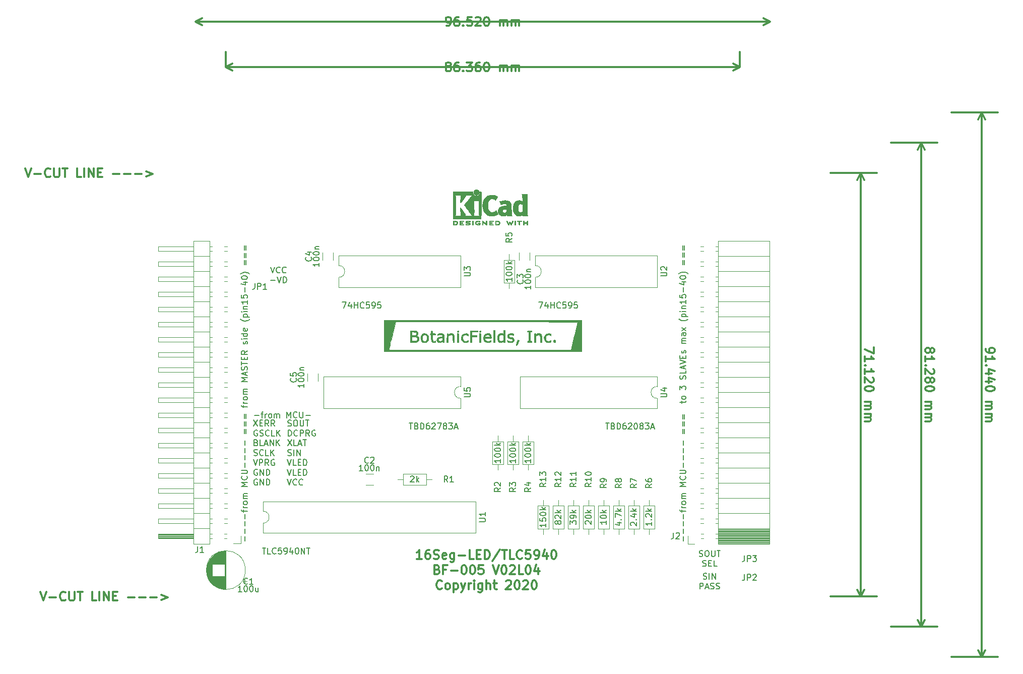
<source format=gto>
G04 #@! TF.GenerationSoftware,KiCad,Pcbnew,(5.1.5)-3*
G04 #@! TF.CreationDate,2020-05-04T16:27:50+09:00*
G04 #@! TF.ProjectId,bf-005,62662d30-3035-42e6-9b69-6361645f7063,V02L04*
G04 #@! TF.SameCoordinates,Original*
G04 #@! TF.FileFunction,Legend,Top*
G04 #@! TF.FilePolarity,Positive*
%FSLAX46Y46*%
G04 Gerber Fmt 4.6, Leading zero omitted, Abs format (unit mm)*
G04 Created by KiCad (PCBNEW (5.1.5)-3) date 2020-05-04 16:27:50*
%MOMM*%
%LPD*%
G04 APERTURE LIST*
%ADD10C,0.300000*%
%ADD11C,0.150000*%
%ADD12C,0.010000*%
%ADD13C,0.120000*%
G04 APERTURE END LIST*
D10*
X131231428Y-43001428D02*
X131088571Y-42930000D01*
X131017142Y-42858571D01*
X130945714Y-42715714D01*
X130945714Y-42644285D01*
X131017142Y-42501428D01*
X131088571Y-42430000D01*
X131231428Y-42358571D01*
X131517142Y-42358571D01*
X131660000Y-42430000D01*
X131731428Y-42501428D01*
X131802857Y-42644285D01*
X131802857Y-42715714D01*
X131731428Y-42858571D01*
X131660000Y-42930000D01*
X131517142Y-43001428D01*
X131231428Y-43001428D01*
X131088571Y-43072857D01*
X131017142Y-43144285D01*
X130945714Y-43287142D01*
X130945714Y-43572857D01*
X131017142Y-43715714D01*
X131088571Y-43787142D01*
X131231428Y-43858571D01*
X131517142Y-43858571D01*
X131660000Y-43787142D01*
X131731428Y-43715714D01*
X131802857Y-43572857D01*
X131802857Y-43287142D01*
X131731428Y-43144285D01*
X131660000Y-43072857D01*
X131517142Y-43001428D01*
X133088571Y-42358571D02*
X132802857Y-42358571D01*
X132660000Y-42430000D01*
X132588571Y-42501428D01*
X132445714Y-42715714D01*
X132374285Y-43001428D01*
X132374285Y-43572857D01*
X132445714Y-43715714D01*
X132517142Y-43787142D01*
X132660000Y-43858571D01*
X132945714Y-43858571D01*
X133088571Y-43787142D01*
X133160000Y-43715714D01*
X133231428Y-43572857D01*
X133231428Y-43215714D01*
X133160000Y-43072857D01*
X133088571Y-43001428D01*
X132945714Y-42930000D01*
X132660000Y-42930000D01*
X132517142Y-43001428D01*
X132445714Y-43072857D01*
X132374285Y-43215714D01*
X133874285Y-43715714D02*
X133945714Y-43787142D01*
X133874285Y-43858571D01*
X133802857Y-43787142D01*
X133874285Y-43715714D01*
X133874285Y-43858571D01*
X134445714Y-42358571D02*
X135374285Y-42358571D01*
X134874285Y-42930000D01*
X135088571Y-42930000D01*
X135231428Y-43001428D01*
X135302857Y-43072857D01*
X135374285Y-43215714D01*
X135374285Y-43572857D01*
X135302857Y-43715714D01*
X135231428Y-43787142D01*
X135088571Y-43858571D01*
X134660000Y-43858571D01*
X134517142Y-43787142D01*
X134445714Y-43715714D01*
X136660000Y-42358571D02*
X136374285Y-42358571D01*
X136231428Y-42430000D01*
X136160000Y-42501428D01*
X136017142Y-42715714D01*
X135945714Y-43001428D01*
X135945714Y-43572857D01*
X136017142Y-43715714D01*
X136088571Y-43787142D01*
X136231428Y-43858571D01*
X136517142Y-43858571D01*
X136660000Y-43787142D01*
X136731428Y-43715714D01*
X136802857Y-43572857D01*
X136802857Y-43215714D01*
X136731428Y-43072857D01*
X136660000Y-43001428D01*
X136517142Y-42930000D01*
X136231428Y-42930000D01*
X136088571Y-43001428D01*
X136017142Y-43072857D01*
X135945714Y-43215714D01*
X137731428Y-42358571D02*
X137874285Y-42358571D01*
X138017142Y-42430000D01*
X138088571Y-42501428D01*
X138160000Y-42644285D01*
X138231428Y-42930000D01*
X138231428Y-43287142D01*
X138160000Y-43572857D01*
X138088571Y-43715714D01*
X138017142Y-43787142D01*
X137874285Y-43858571D01*
X137731428Y-43858571D01*
X137588571Y-43787142D01*
X137517142Y-43715714D01*
X137445714Y-43572857D01*
X137374285Y-43287142D01*
X137374285Y-42930000D01*
X137445714Y-42644285D01*
X137517142Y-42501428D01*
X137588571Y-42430000D01*
X137731428Y-42358571D01*
X140017142Y-43858571D02*
X140017142Y-42858571D01*
X140017142Y-43001428D02*
X140088571Y-42930000D01*
X140231428Y-42858571D01*
X140445714Y-42858571D01*
X140588571Y-42930000D01*
X140660000Y-43072857D01*
X140660000Y-43858571D01*
X140660000Y-43072857D02*
X140731428Y-42930000D01*
X140874285Y-42858571D01*
X141088571Y-42858571D01*
X141231428Y-42930000D01*
X141302857Y-43072857D01*
X141302857Y-43858571D01*
X142017142Y-43858571D02*
X142017142Y-42858571D01*
X142017142Y-43001428D02*
X142088571Y-42930000D01*
X142231428Y-42858571D01*
X142445714Y-42858571D01*
X142588571Y-42930000D01*
X142660000Y-43072857D01*
X142660000Y-43858571D01*
X142660000Y-43072857D02*
X142731428Y-42930000D01*
X142874285Y-42858571D01*
X143088571Y-42858571D01*
X143231428Y-42930000D01*
X143302857Y-43072857D01*
X143302857Y-43858571D01*
X93980000Y-43180000D02*
X180340000Y-43180000D01*
X93980000Y-40640000D02*
X93980000Y-43180000D01*
X180340000Y-40640000D02*
X180340000Y-43180000D01*
X180340000Y-43180000D02*
X179213496Y-43766421D01*
X180340000Y-43180000D02*
X179213496Y-42593579D01*
X93980000Y-43180000D02*
X95106504Y-43766421D01*
X93980000Y-43180000D02*
X95106504Y-42593579D01*
D11*
X174212380Y-129119761D02*
X174355238Y-129167380D01*
X174593333Y-129167380D01*
X174688571Y-129119761D01*
X174736190Y-129072142D01*
X174783809Y-128976904D01*
X174783809Y-128881666D01*
X174736190Y-128786428D01*
X174688571Y-128738809D01*
X174593333Y-128691190D01*
X174402857Y-128643571D01*
X174307619Y-128595952D01*
X174260000Y-128548333D01*
X174212380Y-128453095D01*
X174212380Y-128357857D01*
X174260000Y-128262619D01*
X174307619Y-128215000D01*
X174402857Y-128167380D01*
X174640952Y-128167380D01*
X174783809Y-128215000D01*
X175212380Y-129167380D02*
X175212380Y-128167380D01*
X175688571Y-129167380D02*
X175688571Y-128167380D01*
X176260000Y-129167380D01*
X176260000Y-128167380D01*
X173617142Y-130817380D02*
X173617142Y-129817380D01*
X173998095Y-129817380D01*
X174093333Y-129865000D01*
X174140952Y-129912619D01*
X174188571Y-130007857D01*
X174188571Y-130150714D01*
X174140952Y-130245952D01*
X174093333Y-130293571D01*
X173998095Y-130341190D01*
X173617142Y-130341190D01*
X174569523Y-130531666D02*
X175045714Y-130531666D01*
X174474285Y-130817380D02*
X174807619Y-129817380D01*
X175140952Y-130817380D01*
X175426666Y-130769761D02*
X175569523Y-130817380D01*
X175807619Y-130817380D01*
X175902857Y-130769761D01*
X175950476Y-130722142D01*
X175998095Y-130626904D01*
X175998095Y-130531666D01*
X175950476Y-130436428D01*
X175902857Y-130388809D01*
X175807619Y-130341190D01*
X175617142Y-130293571D01*
X175521904Y-130245952D01*
X175474285Y-130198333D01*
X175426666Y-130103095D01*
X175426666Y-130007857D01*
X175474285Y-129912619D01*
X175521904Y-129865000D01*
X175617142Y-129817380D01*
X175855238Y-129817380D01*
X175998095Y-129865000D01*
X176379047Y-130769761D02*
X176521904Y-130817380D01*
X176760000Y-130817380D01*
X176855238Y-130769761D01*
X176902857Y-130722142D01*
X176950476Y-130626904D01*
X176950476Y-130531666D01*
X176902857Y-130436428D01*
X176855238Y-130388809D01*
X176760000Y-130341190D01*
X176569523Y-130293571D01*
X176474285Y-130245952D01*
X176426666Y-130198333D01*
X176379047Y-130103095D01*
X176379047Y-130007857D01*
X176426666Y-129912619D01*
X176474285Y-129865000D01*
X176569523Y-129817380D01*
X176807619Y-129817380D01*
X176950476Y-129865000D01*
X98665357Y-102452380D02*
X99332023Y-103452380D01*
X99332023Y-102452380D02*
X98665357Y-103452380D01*
X99712976Y-102928571D02*
X100046309Y-102928571D01*
X100189166Y-103452380D02*
X99712976Y-103452380D01*
X99712976Y-102452380D01*
X100189166Y-102452380D01*
X101189166Y-103452380D02*
X100855833Y-102976190D01*
X100617738Y-103452380D02*
X100617738Y-102452380D01*
X100998690Y-102452380D01*
X101093928Y-102500000D01*
X101141547Y-102547619D01*
X101189166Y-102642857D01*
X101189166Y-102785714D01*
X101141547Y-102880952D01*
X101093928Y-102928571D01*
X100998690Y-102976190D01*
X100617738Y-102976190D01*
X102189166Y-103452380D02*
X101855833Y-102976190D01*
X101617738Y-103452380D02*
X101617738Y-102452380D01*
X101998690Y-102452380D01*
X102093928Y-102500000D01*
X102141547Y-102547619D01*
X102189166Y-102642857D01*
X102189166Y-102785714D01*
X102141547Y-102880952D01*
X102093928Y-102928571D01*
X101998690Y-102976190D01*
X101617738Y-102976190D01*
X99284404Y-104150000D02*
X99189166Y-104102380D01*
X99046309Y-104102380D01*
X98903452Y-104150000D01*
X98808214Y-104245238D01*
X98760595Y-104340476D01*
X98712976Y-104530952D01*
X98712976Y-104673809D01*
X98760595Y-104864285D01*
X98808214Y-104959523D01*
X98903452Y-105054761D01*
X99046309Y-105102380D01*
X99141547Y-105102380D01*
X99284404Y-105054761D01*
X99332023Y-105007142D01*
X99332023Y-104673809D01*
X99141547Y-104673809D01*
X99712976Y-105054761D02*
X99855833Y-105102380D01*
X100093928Y-105102380D01*
X100189166Y-105054761D01*
X100236785Y-105007142D01*
X100284404Y-104911904D01*
X100284404Y-104816666D01*
X100236785Y-104721428D01*
X100189166Y-104673809D01*
X100093928Y-104626190D01*
X99903452Y-104578571D01*
X99808214Y-104530952D01*
X99760595Y-104483333D01*
X99712976Y-104388095D01*
X99712976Y-104292857D01*
X99760595Y-104197619D01*
X99808214Y-104150000D01*
X99903452Y-104102380D01*
X100141547Y-104102380D01*
X100284404Y-104150000D01*
X101284404Y-105007142D02*
X101236785Y-105054761D01*
X101093928Y-105102380D01*
X100998690Y-105102380D01*
X100855833Y-105054761D01*
X100760595Y-104959523D01*
X100712976Y-104864285D01*
X100665357Y-104673809D01*
X100665357Y-104530952D01*
X100712976Y-104340476D01*
X100760595Y-104245238D01*
X100855833Y-104150000D01*
X100998690Y-104102380D01*
X101093928Y-104102380D01*
X101236785Y-104150000D01*
X101284404Y-104197619D01*
X102189166Y-105102380D02*
X101712976Y-105102380D01*
X101712976Y-104102380D01*
X102522500Y-105102380D02*
X102522500Y-104102380D01*
X103093928Y-105102380D02*
X102665357Y-104530952D01*
X103093928Y-104102380D02*
X102522500Y-104673809D01*
X99093928Y-106228571D02*
X99236785Y-106276190D01*
X99284404Y-106323809D01*
X99332023Y-106419047D01*
X99332023Y-106561904D01*
X99284404Y-106657142D01*
X99236785Y-106704761D01*
X99141547Y-106752380D01*
X98760595Y-106752380D01*
X98760595Y-105752380D01*
X99093928Y-105752380D01*
X99189166Y-105800000D01*
X99236785Y-105847619D01*
X99284404Y-105942857D01*
X99284404Y-106038095D01*
X99236785Y-106133333D01*
X99189166Y-106180952D01*
X99093928Y-106228571D01*
X98760595Y-106228571D01*
X100236785Y-106752380D02*
X99760595Y-106752380D01*
X99760595Y-105752380D01*
X100522500Y-106466666D02*
X100998690Y-106466666D01*
X100427261Y-106752380D02*
X100760595Y-105752380D01*
X101093928Y-106752380D01*
X101427261Y-106752380D02*
X101427261Y-105752380D01*
X101998690Y-106752380D01*
X101998690Y-105752380D01*
X102474880Y-106752380D02*
X102474880Y-105752380D01*
X103046309Y-106752380D02*
X102617738Y-106180952D01*
X103046309Y-105752380D02*
X102474880Y-106323809D01*
X98712976Y-108354761D02*
X98855833Y-108402380D01*
X99093928Y-108402380D01*
X99189166Y-108354761D01*
X99236785Y-108307142D01*
X99284404Y-108211904D01*
X99284404Y-108116666D01*
X99236785Y-108021428D01*
X99189166Y-107973809D01*
X99093928Y-107926190D01*
X98903452Y-107878571D01*
X98808214Y-107830952D01*
X98760595Y-107783333D01*
X98712976Y-107688095D01*
X98712976Y-107592857D01*
X98760595Y-107497619D01*
X98808214Y-107450000D01*
X98903452Y-107402380D01*
X99141547Y-107402380D01*
X99284404Y-107450000D01*
X100284404Y-108307142D02*
X100236785Y-108354761D01*
X100093928Y-108402380D01*
X99998690Y-108402380D01*
X99855833Y-108354761D01*
X99760595Y-108259523D01*
X99712976Y-108164285D01*
X99665357Y-107973809D01*
X99665357Y-107830952D01*
X99712976Y-107640476D01*
X99760595Y-107545238D01*
X99855833Y-107450000D01*
X99998690Y-107402380D01*
X100093928Y-107402380D01*
X100236785Y-107450000D01*
X100284404Y-107497619D01*
X101189166Y-108402380D02*
X100712976Y-108402380D01*
X100712976Y-107402380D01*
X101522500Y-108402380D02*
X101522500Y-107402380D01*
X102093928Y-108402380D02*
X101665357Y-107830952D01*
X102093928Y-107402380D02*
X101522500Y-107973809D01*
X98617738Y-109052380D02*
X98951071Y-110052380D01*
X99284404Y-109052380D01*
X99617738Y-110052380D02*
X99617738Y-109052380D01*
X99998690Y-109052380D01*
X100093928Y-109100000D01*
X100141547Y-109147619D01*
X100189166Y-109242857D01*
X100189166Y-109385714D01*
X100141547Y-109480952D01*
X100093928Y-109528571D01*
X99998690Y-109576190D01*
X99617738Y-109576190D01*
X101189166Y-110052380D02*
X100855833Y-109576190D01*
X100617738Y-110052380D02*
X100617738Y-109052380D01*
X100998690Y-109052380D01*
X101093928Y-109100000D01*
X101141547Y-109147619D01*
X101189166Y-109242857D01*
X101189166Y-109385714D01*
X101141547Y-109480952D01*
X101093928Y-109528571D01*
X100998690Y-109576190D01*
X100617738Y-109576190D01*
X102141547Y-109100000D02*
X102046309Y-109052380D01*
X101903452Y-109052380D01*
X101760595Y-109100000D01*
X101665357Y-109195238D01*
X101617738Y-109290476D01*
X101570119Y-109480952D01*
X101570119Y-109623809D01*
X101617738Y-109814285D01*
X101665357Y-109909523D01*
X101760595Y-110004761D01*
X101903452Y-110052380D01*
X101998690Y-110052380D01*
X102141547Y-110004761D01*
X102189166Y-109957142D01*
X102189166Y-109623809D01*
X101998690Y-109623809D01*
X99284404Y-110750000D02*
X99189166Y-110702380D01*
X99046309Y-110702380D01*
X98903452Y-110750000D01*
X98808214Y-110845238D01*
X98760595Y-110940476D01*
X98712976Y-111130952D01*
X98712976Y-111273809D01*
X98760595Y-111464285D01*
X98808214Y-111559523D01*
X98903452Y-111654761D01*
X99046309Y-111702380D01*
X99141547Y-111702380D01*
X99284404Y-111654761D01*
X99332023Y-111607142D01*
X99332023Y-111273809D01*
X99141547Y-111273809D01*
X99760595Y-111702380D02*
X99760595Y-110702380D01*
X100332023Y-111702380D01*
X100332023Y-110702380D01*
X100808214Y-111702380D02*
X100808214Y-110702380D01*
X101046309Y-110702380D01*
X101189166Y-110750000D01*
X101284404Y-110845238D01*
X101332023Y-110940476D01*
X101379642Y-111130952D01*
X101379642Y-111273809D01*
X101332023Y-111464285D01*
X101284404Y-111559523D01*
X101189166Y-111654761D01*
X101046309Y-111702380D01*
X100808214Y-111702380D01*
X99284404Y-112400000D02*
X99189166Y-112352380D01*
X99046309Y-112352380D01*
X98903452Y-112400000D01*
X98808214Y-112495238D01*
X98760595Y-112590476D01*
X98712976Y-112780952D01*
X98712976Y-112923809D01*
X98760595Y-113114285D01*
X98808214Y-113209523D01*
X98903452Y-113304761D01*
X99046309Y-113352380D01*
X99141547Y-113352380D01*
X99284404Y-113304761D01*
X99332023Y-113257142D01*
X99332023Y-112923809D01*
X99141547Y-112923809D01*
X99760595Y-113352380D02*
X99760595Y-112352380D01*
X100332023Y-113352380D01*
X100332023Y-112352380D01*
X100808214Y-113352380D02*
X100808214Y-112352380D01*
X101046309Y-112352380D01*
X101189166Y-112400000D01*
X101284404Y-112495238D01*
X101332023Y-112590476D01*
X101379642Y-112780952D01*
X101379642Y-112923809D01*
X101332023Y-113114285D01*
X101284404Y-113209523D01*
X101189166Y-113304761D01*
X101046309Y-113352380D01*
X100808214Y-113352380D01*
X170886428Y-122704761D02*
X170886428Y-121942857D01*
X170886428Y-121466666D02*
X170886428Y-120704761D01*
X170886428Y-120228571D02*
X170886428Y-119466666D01*
X170886428Y-118990476D02*
X170886428Y-118228571D01*
X170600714Y-117895238D02*
X170600714Y-117514285D01*
X171267380Y-117752380D02*
X170410238Y-117752380D01*
X170315000Y-117704761D01*
X170267380Y-117609523D01*
X170267380Y-117514285D01*
X171267380Y-117180952D02*
X170600714Y-117180952D01*
X170791190Y-117180952D02*
X170695952Y-117133333D01*
X170648333Y-117085714D01*
X170600714Y-116990476D01*
X170600714Y-116895238D01*
X171267380Y-116419047D02*
X171219761Y-116514285D01*
X171172142Y-116561904D01*
X171076904Y-116609523D01*
X170791190Y-116609523D01*
X170695952Y-116561904D01*
X170648333Y-116514285D01*
X170600714Y-116419047D01*
X170600714Y-116276190D01*
X170648333Y-116180952D01*
X170695952Y-116133333D01*
X170791190Y-116085714D01*
X171076904Y-116085714D01*
X171172142Y-116133333D01*
X171219761Y-116180952D01*
X171267380Y-116276190D01*
X171267380Y-116419047D01*
X171267380Y-115657142D02*
X170600714Y-115657142D01*
X170695952Y-115657142D02*
X170648333Y-115609523D01*
X170600714Y-115514285D01*
X170600714Y-115371428D01*
X170648333Y-115276190D01*
X170743571Y-115228571D01*
X171267380Y-115228571D01*
X170743571Y-115228571D02*
X170648333Y-115180952D01*
X170600714Y-115085714D01*
X170600714Y-114942857D01*
X170648333Y-114847619D01*
X170743571Y-114800000D01*
X171267380Y-114800000D01*
X171267380Y-113561904D02*
X170267380Y-113561904D01*
X170981666Y-113228571D01*
X170267380Y-112895238D01*
X171267380Y-112895238D01*
X171172142Y-111847619D02*
X171219761Y-111895238D01*
X171267380Y-112038095D01*
X171267380Y-112133333D01*
X171219761Y-112276190D01*
X171124523Y-112371428D01*
X171029285Y-112419047D01*
X170838809Y-112466666D01*
X170695952Y-112466666D01*
X170505476Y-112419047D01*
X170410238Y-112371428D01*
X170315000Y-112276190D01*
X170267380Y-112133333D01*
X170267380Y-112038095D01*
X170315000Y-111895238D01*
X170362619Y-111847619D01*
X170267380Y-111419047D02*
X171076904Y-111419047D01*
X171172142Y-111371428D01*
X171219761Y-111323809D01*
X171267380Y-111228571D01*
X171267380Y-111038095D01*
X171219761Y-110942857D01*
X171172142Y-110895238D01*
X171076904Y-110847619D01*
X170267380Y-110847619D01*
X170886428Y-110371428D02*
X170886428Y-109609523D01*
X170886428Y-109133333D02*
X170886428Y-108371428D01*
X170886428Y-107895238D02*
X170886428Y-107133333D01*
X170886428Y-106657142D02*
X170886428Y-105895238D01*
X101536666Y-76732380D02*
X101870000Y-77732380D01*
X102203333Y-76732380D01*
X103108095Y-77637142D02*
X103060476Y-77684761D01*
X102917619Y-77732380D01*
X102822380Y-77732380D01*
X102679523Y-77684761D01*
X102584285Y-77589523D01*
X102536666Y-77494285D01*
X102489047Y-77303809D01*
X102489047Y-77160952D01*
X102536666Y-76970476D01*
X102584285Y-76875238D01*
X102679523Y-76780000D01*
X102822380Y-76732380D01*
X102917619Y-76732380D01*
X103060476Y-76780000D01*
X103108095Y-76827619D01*
X104108095Y-77637142D02*
X104060476Y-77684761D01*
X103917619Y-77732380D01*
X103822380Y-77732380D01*
X103679523Y-77684761D01*
X103584285Y-77589523D01*
X103536666Y-77494285D01*
X103489047Y-77303809D01*
X103489047Y-77160952D01*
X103536666Y-76970476D01*
X103584285Y-76875238D01*
X103679523Y-76780000D01*
X103822380Y-76732380D01*
X103917619Y-76732380D01*
X104060476Y-76780000D01*
X104108095Y-76827619D01*
X101560476Y-79001428D02*
X102322380Y-79001428D01*
X102655714Y-78382380D02*
X102989047Y-79382380D01*
X103322380Y-78382380D01*
X103655714Y-79382380D02*
X103655714Y-78382380D01*
X103893809Y-78382380D01*
X104036666Y-78430000D01*
X104131904Y-78525238D01*
X104179523Y-78620476D01*
X104227142Y-78810952D01*
X104227142Y-78953809D01*
X104179523Y-79144285D01*
X104131904Y-79239523D01*
X104036666Y-79334761D01*
X103893809Y-79382380D01*
X103655714Y-79382380D01*
X173545714Y-125309761D02*
X173688571Y-125357380D01*
X173926666Y-125357380D01*
X174021904Y-125309761D01*
X174069523Y-125262142D01*
X174117142Y-125166904D01*
X174117142Y-125071666D01*
X174069523Y-124976428D01*
X174021904Y-124928809D01*
X173926666Y-124881190D01*
X173736190Y-124833571D01*
X173640952Y-124785952D01*
X173593333Y-124738333D01*
X173545714Y-124643095D01*
X173545714Y-124547857D01*
X173593333Y-124452619D01*
X173640952Y-124405000D01*
X173736190Y-124357380D01*
X173974285Y-124357380D01*
X174117142Y-124405000D01*
X174736190Y-124357380D02*
X174926666Y-124357380D01*
X175021904Y-124405000D01*
X175117142Y-124500238D01*
X175164761Y-124690714D01*
X175164761Y-125024047D01*
X175117142Y-125214523D01*
X175021904Y-125309761D01*
X174926666Y-125357380D01*
X174736190Y-125357380D01*
X174640952Y-125309761D01*
X174545714Y-125214523D01*
X174498095Y-125024047D01*
X174498095Y-124690714D01*
X174545714Y-124500238D01*
X174640952Y-124405000D01*
X174736190Y-124357380D01*
X175593333Y-124357380D02*
X175593333Y-125166904D01*
X175640952Y-125262142D01*
X175688571Y-125309761D01*
X175783809Y-125357380D01*
X175974285Y-125357380D01*
X176069523Y-125309761D01*
X176117142Y-125262142D01*
X176164761Y-125166904D01*
X176164761Y-124357380D01*
X176498095Y-124357380D02*
X177069523Y-124357380D01*
X176783809Y-125357380D02*
X176783809Y-124357380D01*
X174117142Y-126959761D02*
X174260000Y-127007380D01*
X174498095Y-127007380D01*
X174593333Y-126959761D01*
X174640952Y-126912142D01*
X174688571Y-126816904D01*
X174688571Y-126721666D01*
X174640952Y-126626428D01*
X174593333Y-126578809D01*
X174498095Y-126531190D01*
X174307619Y-126483571D01*
X174212380Y-126435952D01*
X174164761Y-126388333D01*
X174117142Y-126293095D01*
X174117142Y-126197857D01*
X174164761Y-126102619D01*
X174212380Y-126055000D01*
X174307619Y-126007380D01*
X174545714Y-126007380D01*
X174688571Y-126055000D01*
X175117142Y-126483571D02*
X175450476Y-126483571D01*
X175593333Y-127007380D02*
X175117142Y-127007380D01*
X175117142Y-126007380D01*
X175593333Y-126007380D01*
X176498095Y-127007380D02*
X176021904Y-127007380D01*
X176021904Y-126007380D01*
X104427976Y-103404761D02*
X104570833Y-103452380D01*
X104808928Y-103452380D01*
X104904166Y-103404761D01*
X104951785Y-103357142D01*
X104999404Y-103261904D01*
X104999404Y-103166666D01*
X104951785Y-103071428D01*
X104904166Y-103023809D01*
X104808928Y-102976190D01*
X104618452Y-102928571D01*
X104523214Y-102880952D01*
X104475595Y-102833333D01*
X104427976Y-102738095D01*
X104427976Y-102642857D01*
X104475595Y-102547619D01*
X104523214Y-102500000D01*
X104618452Y-102452380D01*
X104856547Y-102452380D01*
X104999404Y-102500000D01*
X105618452Y-102452380D02*
X105808928Y-102452380D01*
X105904166Y-102500000D01*
X105999404Y-102595238D01*
X106047023Y-102785714D01*
X106047023Y-103119047D01*
X105999404Y-103309523D01*
X105904166Y-103404761D01*
X105808928Y-103452380D01*
X105618452Y-103452380D01*
X105523214Y-103404761D01*
X105427976Y-103309523D01*
X105380357Y-103119047D01*
X105380357Y-102785714D01*
X105427976Y-102595238D01*
X105523214Y-102500000D01*
X105618452Y-102452380D01*
X106475595Y-102452380D02*
X106475595Y-103261904D01*
X106523214Y-103357142D01*
X106570833Y-103404761D01*
X106666071Y-103452380D01*
X106856547Y-103452380D01*
X106951785Y-103404761D01*
X106999404Y-103357142D01*
X107047023Y-103261904D01*
X107047023Y-102452380D01*
X107380357Y-102452380D02*
X107951785Y-102452380D01*
X107666071Y-103452380D02*
X107666071Y-102452380D01*
X104475595Y-105102380D02*
X104475595Y-104102380D01*
X104713690Y-104102380D01*
X104856547Y-104150000D01*
X104951785Y-104245238D01*
X104999404Y-104340476D01*
X105047023Y-104530952D01*
X105047023Y-104673809D01*
X104999404Y-104864285D01*
X104951785Y-104959523D01*
X104856547Y-105054761D01*
X104713690Y-105102380D01*
X104475595Y-105102380D01*
X106047023Y-105007142D02*
X105999404Y-105054761D01*
X105856547Y-105102380D01*
X105761309Y-105102380D01*
X105618452Y-105054761D01*
X105523214Y-104959523D01*
X105475595Y-104864285D01*
X105427976Y-104673809D01*
X105427976Y-104530952D01*
X105475595Y-104340476D01*
X105523214Y-104245238D01*
X105618452Y-104150000D01*
X105761309Y-104102380D01*
X105856547Y-104102380D01*
X105999404Y-104150000D01*
X106047023Y-104197619D01*
X106475595Y-105102380D02*
X106475595Y-104102380D01*
X106856547Y-104102380D01*
X106951785Y-104150000D01*
X106999404Y-104197619D01*
X107047023Y-104292857D01*
X107047023Y-104435714D01*
X106999404Y-104530952D01*
X106951785Y-104578571D01*
X106856547Y-104626190D01*
X106475595Y-104626190D01*
X108047023Y-105102380D02*
X107713690Y-104626190D01*
X107475595Y-105102380D02*
X107475595Y-104102380D01*
X107856547Y-104102380D01*
X107951785Y-104150000D01*
X107999404Y-104197619D01*
X108047023Y-104292857D01*
X108047023Y-104435714D01*
X107999404Y-104530952D01*
X107951785Y-104578571D01*
X107856547Y-104626190D01*
X107475595Y-104626190D01*
X108999404Y-104150000D02*
X108904166Y-104102380D01*
X108761309Y-104102380D01*
X108618452Y-104150000D01*
X108523214Y-104245238D01*
X108475595Y-104340476D01*
X108427976Y-104530952D01*
X108427976Y-104673809D01*
X108475595Y-104864285D01*
X108523214Y-104959523D01*
X108618452Y-105054761D01*
X108761309Y-105102380D01*
X108856547Y-105102380D01*
X108999404Y-105054761D01*
X109047023Y-105007142D01*
X109047023Y-104673809D01*
X108856547Y-104673809D01*
X104380357Y-105752380D02*
X105047023Y-106752380D01*
X105047023Y-105752380D02*
X104380357Y-106752380D01*
X105904166Y-106752380D02*
X105427976Y-106752380D01*
X105427976Y-105752380D01*
X106189880Y-106466666D02*
X106666071Y-106466666D01*
X106094642Y-106752380D02*
X106427976Y-105752380D01*
X106761309Y-106752380D01*
X106951785Y-105752380D02*
X107523214Y-105752380D01*
X107237500Y-106752380D02*
X107237500Y-105752380D01*
X104427976Y-108354761D02*
X104570833Y-108402380D01*
X104808928Y-108402380D01*
X104904166Y-108354761D01*
X104951785Y-108307142D01*
X104999404Y-108211904D01*
X104999404Y-108116666D01*
X104951785Y-108021428D01*
X104904166Y-107973809D01*
X104808928Y-107926190D01*
X104618452Y-107878571D01*
X104523214Y-107830952D01*
X104475595Y-107783333D01*
X104427976Y-107688095D01*
X104427976Y-107592857D01*
X104475595Y-107497619D01*
X104523214Y-107450000D01*
X104618452Y-107402380D01*
X104856547Y-107402380D01*
X104999404Y-107450000D01*
X105427976Y-108402380D02*
X105427976Y-107402380D01*
X105904166Y-108402380D02*
X105904166Y-107402380D01*
X106475595Y-108402380D01*
X106475595Y-107402380D01*
X104332738Y-109052380D02*
X104666071Y-110052380D01*
X104999404Y-109052380D01*
X105808928Y-110052380D02*
X105332738Y-110052380D01*
X105332738Y-109052380D01*
X106142261Y-109528571D02*
X106475595Y-109528571D01*
X106618452Y-110052380D02*
X106142261Y-110052380D01*
X106142261Y-109052380D01*
X106618452Y-109052380D01*
X107047023Y-110052380D02*
X107047023Y-109052380D01*
X107285119Y-109052380D01*
X107427976Y-109100000D01*
X107523214Y-109195238D01*
X107570833Y-109290476D01*
X107618452Y-109480952D01*
X107618452Y-109623809D01*
X107570833Y-109814285D01*
X107523214Y-109909523D01*
X107427976Y-110004761D01*
X107285119Y-110052380D01*
X107047023Y-110052380D01*
X104332738Y-110702380D02*
X104666071Y-111702380D01*
X104999404Y-110702380D01*
X105808928Y-111702380D02*
X105332738Y-111702380D01*
X105332738Y-110702380D01*
X106142261Y-111178571D02*
X106475595Y-111178571D01*
X106618452Y-111702380D02*
X106142261Y-111702380D01*
X106142261Y-110702380D01*
X106618452Y-110702380D01*
X107047023Y-111702380D02*
X107047023Y-110702380D01*
X107285119Y-110702380D01*
X107427976Y-110750000D01*
X107523214Y-110845238D01*
X107570833Y-110940476D01*
X107618452Y-111130952D01*
X107618452Y-111273809D01*
X107570833Y-111464285D01*
X107523214Y-111559523D01*
X107427976Y-111654761D01*
X107285119Y-111702380D01*
X107047023Y-111702380D01*
X104332738Y-112352380D02*
X104666071Y-113352380D01*
X104999404Y-112352380D01*
X105904166Y-113257142D02*
X105856547Y-113304761D01*
X105713690Y-113352380D01*
X105618452Y-113352380D01*
X105475595Y-113304761D01*
X105380357Y-113209523D01*
X105332738Y-113114285D01*
X105285119Y-112923809D01*
X105285119Y-112780952D01*
X105332738Y-112590476D01*
X105380357Y-112495238D01*
X105475595Y-112400000D01*
X105618452Y-112352380D01*
X105713690Y-112352380D01*
X105856547Y-112400000D01*
X105904166Y-112447619D01*
X106904166Y-113257142D02*
X106856547Y-113304761D01*
X106713690Y-113352380D01*
X106618452Y-113352380D01*
X106475595Y-113304761D01*
X106380357Y-113209523D01*
X106332738Y-113114285D01*
X106285119Y-112923809D01*
X106285119Y-112780952D01*
X106332738Y-112590476D01*
X106380357Y-112495238D01*
X106475595Y-112400000D01*
X106618452Y-112352380D01*
X106713690Y-112352380D01*
X106856547Y-112400000D01*
X106904166Y-112447619D01*
X98814523Y-101671428D02*
X99576428Y-101671428D01*
X99909761Y-101385714D02*
X100290714Y-101385714D01*
X100052619Y-102052380D02*
X100052619Y-101195238D01*
X100100238Y-101100000D01*
X100195476Y-101052380D01*
X100290714Y-101052380D01*
X100624047Y-102052380D02*
X100624047Y-101385714D01*
X100624047Y-101576190D02*
X100671666Y-101480952D01*
X100719285Y-101433333D01*
X100814523Y-101385714D01*
X100909761Y-101385714D01*
X101385952Y-102052380D02*
X101290714Y-102004761D01*
X101243095Y-101957142D01*
X101195476Y-101861904D01*
X101195476Y-101576190D01*
X101243095Y-101480952D01*
X101290714Y-101433333D01*
X101385952Y-101385714D01*
X101528809Y-101385714D01*
X101624047Y-101433333D01*
X101671666Y-101480952D01*
X101719285Y-101576190D01*
X101719285Y-101861904D01*
X101671666Y-101957142D01*
X101624047Y-102004761D01*
X101528809Y-102052380D01*
X101385952Y-102052380D01*
X102147857Y-102052380D02*
X102147857Y-101385714D01*
X102147857Y-101480952D02*
X102195476Y-101433333D01*
X102290714Y-101385714D01*
X102433571Y-101385714D01*
X102528809Y-101433333D01*
X102576428Y-101528571D01*
X102576428Y-102052380D01*
X102576428Y-101528571D02*
X102624047Y-101433333D01*
X102719285Y-101385714D01*
X102862142Y-101385714D01*
X102957380Y-101433333D01*
X103005000Y-101528571D01*
X103005000Y-102052380D01*
X104243095Y-102052380D02*
X104243095Y-101052380D01*
X104576428Y-101766666D01*
X104909761Y-101052380D01*
X104909761Y-102052380D01*
X105957380Y-101957142D02*
X105909761Y-102004761D01*
X105766904Y-102052380D01*
X105671666Y-102052380D01*
X105528809Y-102004761D01*
X105433571Y-101909523D01*
X105385952Y-101814285D01*
X105338333Y-101623809D01*
X105338333Y-101480952D01*
X105385952Y-101290476D01*
X105433571Y-101195238D01*
X105528809Y-101100000D01*
X105671666Y-101052380D01*
X105766904Y-101052380D01*
X105909761Y-101100000D01*
X105957380Y-101147619D01*
X106385952Y-101052380D02*
X106385952Y-101861904D01*
X106433571Y-101957142D01*
X106481190Y-102004761D01*
X106576428Y-102052380D01*
X106766904Y-102052380D01*
X106862142Y-102004761D01*
X106909761Y-101957142D01*
X106957380Y-101861904D01*
X106957380Y-101052380D01*
X107433571Y-101671428D02*
X108195476Y-101671428D01*
X170743571Y-104709523D02*
X170743571Y-103947619D01*
X171029285Y-103947619D02*
X171029285Y-104709523D01*
X170743571Y-103471428D02*
X170743571Y-102709523D01*
X171029285Y-102709523D02*
X171029285Y-103471428D01*
X170743571Y-102233333D02*
X170743571Y-101471428D01*
X171029285Y-101471428D02*
X171029285Y-102233333D01*
X170600714Y-99614285D02*
X170600714Y-99233333D01*
X170267380Y-99471428D02*
X171124523Y-99471428D01*
X171219761Y-99423809D01*
X171267380Y-99328571D01*
X171267380Y-99233333D01*
X171267380Y-98757142D02*
X171219761Y-98852380D01*
X171172142Y-98900000D01*
X171076904Y-98947619D01*
X170791190Y-98947619D01*
X170695952Y-98900000D01*
X170648333Y-98852380D01*
X170600714Y-98757142D01*
X170600714Y-98614285D01*
X170648333Y-98519047D01*
X170695952Y-98471428D01*
X170791190Y-98423809D01*
X171076904Y-98423809D01*
X171172142Y-98471428D01*
X171219761Y-98519047D01*
X171267380Y-98614285D01*
X171267380Y-98757142D01*
X170267380Y-97328571D02*
X170267380Y-96709523D01*
X170648333Y-97042857D01*
X170648333Y-96900000D01*
X170695952Y-96804761D01*
X170743571Y-96757142D01*
X170838809Y-96709523D01*
X171076904Y-96709523D01*
X171172142Y-96757142D01*
X171219761Y-96804761D01*
X171267380Y-96900000D01*
X171267380Y-97185714D01*
X171219761Y-97280952D01*
X171172142Y-97328571D01*
X171219761Y-95566666D02*
X171267380Y-95423809D01*
X171267380Y-95185714D01*
X171219761Y-95090476D01*
X171172142Y-95042857D01*
X171076904Y-94995238D01*
X170981666Y-94995238D01*
X170886428Y-95042857D01*
X170838809Y-95090476D01*
X170791190Y-95185714D01*
X170743571Y-95376190D01*
X170695952Y-95471428D01*
X170648333Y-95519047D01*
X170553095Y-95566666D01*
X170457857Y-95566666D01*
X170362619Y-95519047D01*
X170315000Y-95471428D01*
X170267380Y-95376190D01*
X170267380Y-95138095D01*
X170315000Y-94995238D01*
X171267380Y-94090476D02*
X171267380Y-94566666D01*
X170267380Y-94566666D01*
X170981666Y-93804761D02*
X170981666Y-93328571D01*
X171267380Y-93900000D02*
X170267380Y-93566666D01*
X171267380Y-93233333D01*
X170267380Y-93042857D02*
X171267380Y-92709523D01*
X170267380Y-92376190D01*
X170743571Y-92042857D02*
X170743571Y-91709523D01*
X171267380Y-91566666D02*
X171267380Y-92042857D01*
X170267380Y-92042857D01*
X170267380Y-91566666D01*
X171219761Y-91185714D02*
X171267380Y-91090476D01*
X171267380Y-90900000D01*
X171219761Y-90804761D01*
X171124523Y-90757142D01*
X171076904Y-90757142D01*
X170981666Y-90804761D01*
X170934047Y-90900000D01*
X170934047Y-91042857D01*
X170886428Y-91138095D01*
X170791190Y-91185714D01*
X170743571Y-91185714D01*
X170648333Y-91138095D01*
X170600714Y-91042857D01*
X170600714Y-90900000D01*
X170648333Y-90804761D01*
X171267380Y-89566666D02*
X170600714Y-89566666D01*
X170695952Y-89566666D02*
X170648333Y-89519047D01*
X170600714Y-89423809D01*
X170600714Y-89280952D01*
X170648333Y-89185714D01*
X170743571Y-89138095D01*
X171267380Y-89138095D01*
X170743571Y-89138095D02*
X170648333Y-89090476D01*
X170600714Y-88995238D01*
X170600714Y-88852380D01*
X170648333Y-88757142D01*
X170743571Y-88709523D01*
X171267380Y-88709523D01*
X171267380Y-87804761D02*
X170743571Y-87804761D01*
X170648333Y-87852380D01*
X170600714Y-87947619D01*
X170600714Y-88138095D01*
X170648333Y-88233333D01*
X171219761Y-87804761D02*
X171267380Y-87900000D01*
X171267380Y-88138095D01*
X171219761Y-88233333D01*
X171124523Y-88280952D01*
X171029285Y-88280952D01*
X170934047Y-88233333D01*
X170886428Y-88138095D01*
X170886428Y-87900000D01*
X170838809Y-87804761D01*
X171267380Y-87423809D02*
X170600714Y-86900000D01*
X170600714Y-87423809D02*
X171267380Y-86900000D01*
X171648333Y-85471428D02*
X171600714Y-85519047D01*
X171457857Y-85614285D01*
X171362619Y-85661904D01*
X171219761Y-85709523D01*
X170981666Y-85757142D01*
X170791190Y-85757142D01*
X170553095Y-85709523D01*
X170410238Y-85661904D01*
X170315000Y-85614285D01*
X170172142Y-85519047D01*
X170124523Y-85471428D01*
X170600714Y-85090476D02*
X171600714Y-85090476D01*
X170648333Y-85090476D02*
X170600714Y-84995238D01*
X170600714Y-84804761D01*
X170648333Y-84709523D01*
X170695952Y-84661904D01*
X170791190Y-84614285D01*
X171076904Y-84614285D01*
X171172142Y-84661904D01*
X171219761Y-84709523D01*
X171267380Y-84804761D01*
X171267380Y-84995238D01*
X171219761Y-85090476D01*
X171267380Y-84185714D02*
X170600714Y-84185714D01*
X170267380Y-84185714D02*
X170315000Y-84233333D01*
X170362619Y-84185714D01*
X170315000Y-84138095D01*
X170267380Y-84185714D01*
X170362619Y-84185714D01*
X170600714Y-83709523D02*
X171267380Y-83709523D01*
X170695952Y-83709523D02*
X170648333Y-83661904D01*
X170600714Y-83566666D01*
X170600714Y-83423809D01*
X170648333Y-83328571D01*
X170743571Y-83280952D01*
X171267380Y-83280952D01*
X171267380Y-82280952D02*
X171267380Y-82852380D01*
X171267380Y-82566666D02*
X170267380Y-82566666D01*
X170410238Y-82661904D01*
X170505476Y-82757142D01*
X170553095Y-82852380D01*
X170267380Y-81376190D02*
X170267380Y-81852380D01*
X170743571Y-81900000D01*
X170695952Y-81852380D01*
X170648333Y-81757142D01*
X170648333Y-81519047D01*
X170695952Y-81423809D01*
X170743571Y-81376190D01*
X170838809Y-81328571D01*
X171076904Y-81328571D01*
X171172142Y-81376190D01*
X171219761Y-81423809D01*
X171267380Y-81519047D01*
X171267380Y-81757142D01*
X171219761Y-81852380D01*
X171172142Y-81900000D01*
X170886428Y-80900000D02*
X170886428Y-80138095D01*
X170600714Y-79233333D02*
X171267380Y-79233333D01*
X170219761Y-79471428D02*
X170934047Y-79709523D01*
X170934047Y-79090476D01*
X170267380Y-78519047D02*
X170267380Y-78423809D01*
X170315000Y-78328571D01*
X170362619Y-78280952D01*
X170457857Y-78233333D01*
X170648333Y-78185714D01*
X170886428Y-78185714D01*
X171076904Y-78233333D01*
X171172142Y-78280952D01*
X171219761Y-78328571D01*
X171267380Y-78423809D01*
X171267380Y-78519047D01*
X171219761Y-78614285D01*
X171172142Y-78661904D01*
X171076904Y-78709523D01*
X170886428Y-78757142D01*
X170648333Y-78757142D01*
X170457857Y-78709523D01*
X170362619Y-78661904D01*
X170315000Y-78614285D01*
X170267380Y-78519047D01*
X171648333Y-77852380D02*
X171600714Y-77804761D01*
X171457857Y-77709523D01*
X171362619Y-77661904D01*
X171219761Y-77614285D01*
X170981666Y-77566666D01*
X170791190Y-77566666D01*
X170553095Y-77614285D01*
X170410238Y-77661904D01*
X170315000Y-77709523D01*
X170172142Y-77804761D01*
X170124523Y-77852380D01*
X170743571Y-76328571D02*
X170743571Y-75566666D01*
X171029285Y-75566666D02*
X171029285Y-76328571D01*
X170743571Y-75090476D02*
X170743571Y-74328571D01*
X171029285Y-74328571D02*
X171029285Y-75090476D01*
X170743571Y-73852380D02*
X170743571Y-73090476D01*
X171029285Y-73090476D02*
X171029285Y-73852380D01*
D10*
X126937857Y-125763571D02*
X126080714Y-125763571D01*
X126509285Y-125763571D02*
X126509285Y-124263571D01*
X126366428Y-124477857D01*
X126223571Y-124620714D01*
X126080714Y-124692142D01*
X128223571Y-124263571D02*
X127937857Y-124263571D01*
X127795000Y-124335000D01*
X127723571Y-124406428D01*
X127580714Y-124620714D01*
X127509285Y-124906428D01*
X127509285Y-125477857D01*
X127580714Y-125620714D01*
X127652142Y-125692142D01*
X127795000Y-125763571D01*
X128080714Y-125763571D01*
X128223571Y-125692142D01*
X128295000Y-125620714D01*
X128366428Y-125477857D01*
X128366428Y-125120714D01*
X128295000Y-124977857D01*
X128223571Y-124906428D01*
X128080714Y-124835000D01*
X127795000Y-124835000D01*
X127652142Y-124906428D01*
X127580714Y-124977857D01*
X127509285Y-125120714D01*
X128937857Y-125692142D02*
X129152142Y-125763571D01*
X129509285Y-125763571D01*
X129652142Y-125692142D01*
X129723571Y-125620714D01*
X129795000Y-125477857D01*
X129795000Y-125335000D01*
X129723571Y-125192142D01*
X129652142Y-125120714D01*
X129509285Y-125049285D01*
X129223571Y-124977857D01*
X129080714Y-124906428D01*
X129009285Y-124835000D01*
X128937857Y-124692142D01*
X128937857Y-124549285D01*
X129009285Y-124406428D01*
X129080714Y-124335000D01*
X129223571Y-124263571D01*
X129580714Y-124263571D01*
X129795000Y-124335000D01*
X131009285Y-125692142D02*
X130866428Y-125763571D01*
X130580714Y-125763571D01*
X130437857Y-125692142D01*
X130366428Y-125549285D01*
X130366428Y-124977857D01*
X130437857Y-124835000D01*
X130580714Y-124763571D01*
X130866428Y-124763571D01*
X131009285Y-124835000D01*
X131080714Y-124977857D01*
X131080714Y-125120714D01*
X130366428Y-125263571D01*
X132366428Y-124763571D02*
X132366428Y-125977857D01*
X132295000Y-126120714D01*
X132223571Y-126192142D01*
X132080714Y-126263571D01*
X131866428Y-126263571D01*
X131723571Y-126192142D01*
X132366428Y-125692142D02*
X132223571Y-125763571D01*
X131937857Y-125763571D01*
X131795000Y-125692142D01*
X131723571Y-125620714D01*
X131652142Y-125477857D01*
X131652142Y-125049285D01*
X131723571Y-124906428D01*
X131795000Y-124835000D01*
X131937857Y-124763571D01*
X132223571Y-124763571D01*
X132366428Y-124835000D01*
X133080714Y-125192142D02*
X134223571Y-125192142D01*
X135652142Y-125763571D02*
X134937857Y-125763571D01*
X134937857Y-124263571D01*
X136152142Y-124977857D02*
X136652142Y-124977857D01*
X136866428Y-125763571D02*
X136152142Y-125763571D01*
X136152142Y-124263571D01*
X136866428Y-124263571D01*
X137509285Y-125763571D02*
X137509285Y-124263571D01*
X137866428Y-124263571D01*
X138080714Y-124335000D01*
X138223571Y-124477857D01*
X138295000Y-124620714D01*
X138366428Y-124906428D01*
X138366428Y-125120714D01*
X138295000Y-125406428D01*
X138223571Y-125549285D01*
X138080714Y-125692142D01*
X137866428Y-125763571D01*
X137509285Y-125763571D01*
X140080714Y-124192142D02*
X138795000Y-126120714D01*
X140366428Y-124263571D02*
X141223571Y-124263571D01*
X140795000Y-125763571D02*
X140795000Y-124263571D01*
X142437857Y-125763571D02*
X141723571Y-125763571D01*
X141723571Y-124263571D01*
X143795000Y-125620714D02*
X143723571Y-125692142D01*
X143509285Y-125763571D01*
X143366428Y-125763571D01*
X143152142Y-125692142D01*
X143009285Y-125549285D01*
X142937857Y-125406428D01*
X142866428Y-125120714D01*
X142866428Y-124906428D01*
X142937857Y-124620714D01*
X143009285Y-124477857D01*
X143152142Y-124335000D01*
X143366428Y-124263571D01*
X143509285Y-124263571D01*
X143723571Y-124335000D01*
X143795000Y-124406428D01*
X145152142Y-124263571D02*
X144437857Y-124263571D01*
X144366428Y-124977857D01*
X144437857Y-124906428D01*
X144580714Y-124835000D01*
X144937857Y-124835000D01*
X145080714Y-124906428D01*
X145152142Y-124977857D01*
X145223571Y-125120714D01*
X145223571Y-125477857D01*
X145152142Y-125620714D01*
X145080714Y-125692142D01*
X144937857Y-125763571D01*
X144580714Y-125763571D01*
X144437857Y-125692142D01*
X144366428Y-125620714D01*
X145937857Y-125763571D02*
X146223571Y-125763571D01*
X146366428Y-125692142D01*
X146437857Y-125620714D01*
X146580714Y-125406428D01*
X146652142Y-125120714D01*
X146652142Y-124549285D01*
X146580714Y-124406428D01*
X146509285Y-124335000D01*
X146366428Y-124263571D01*
X146080714Y-124263571D01*
X145937857Y-124335000D01*
X145866428Y-124406428D01*
X145795000Y-124549285D01*
X145795000Y-124906428D01*
X145866428Y-125049285D01*
X145937857Y-125120714D01*
X146080714Y-125192142D01*
X146366428Y-125192142D01*
X146509285Y-125120714D01*
X146580714Y-125049285D01*
X146652142Y-124906428D01*
X147937857Y-124763571D02*
X147937857Y-125763571D01*
X147580714Y-124192142D02*
X147223571Y-125263571D01*
X148152142Y-125263571D01*
X149009285Y-124263571D02*
X149152142Y-124263571D01*
X149295000Y-124335000D01*
X149366428Y-124406428D01*
X149437857Y-124549285D01*
X149509285Y-124835000D01*
X149509285Y-125192142D01*
X149437857Y-125477857D01*
X149366428Y-125620714D01*
X149295000Y-125692142D01*
X149152142Y-125763571D01*
X149009285Y-125763571D01*
X148866428Y-125692142D01*
X148795000Y-125620714D01*
X148723571Y-125477857D01*
X148652142Y-125192142D01*
X148652142Y-124835000D01*
X148723571Y-124549285D01*
X148795000Y-124406428D01*
X148866428Y-124335000D01*
X149009285Y-124263571D01*
X129509285Y-127527857D02*
X129723571Y-127599285D01*
X129795000Y-127670714D01*
X129866428Y-127813571D01*
X129866428Y-128027857D01*
X129795000Y-128170714D01*
X129723571Y-128242142D01*
X129580714Y-128313571D01*
X129009285Y-128313571D01*
X129009285Y-126813571D01*
X129509285Y-126813571D01*
X129652142Y-126885000D01*
X129723571Y-126956428D01*
X129795000Y-127099285D01*
X129795000Y-127242142D01*
X129723571Y-127385000D01*
X129652142Y-127456428D01*
X129509285Y-127527857D01*
X129009285Y-127527857D01*
X131009285Y-127527857D02*
X130509285Y-127527857D01*
X130509285Y-128313571D02*
X130509285Y-126813571D01*
X131223571Y-126813571D01*
X131795000Y-127742142D02*
X132937857Y-127742142D01*
X133937857Y-126813571D02*
X134080714Y-126813571D01*
X134223571Y-126885000D01*
X134295000Y-126956428D01*
X134366428Y-127099285D01*
X134437857Y-127385000D01*
X134437857Y-127742142D01*
X134366428Y-128027857D01*
X134295000Y-128170714D01*
X134223571Y-128242142D01*
X134080714Y-128313571D01*
X133937857Y-128313571D01*
X133795000Y-128242142D01*
X133723571Y-128170714D01*
X133652142Y-128027857D01*
X133580714Y-127742142D01*
X133580714Y-127385000D01*
X133652142Y-127099285D01*
X133723571Y-126956428D01*
X133795000Y-126885000D01*
X133937857Y-126813571D01*
X135366428Y-126813571D02*
X135509285Y-126813571D01*
X135652142Y-126885000D01*
X135723571Y-126956428D01*
X135795000Y-127099285D01*
X135866428Y-127385000D01*
X135866428Y-127742142D01*
X135795000Y-128027857D01*
X135723571Y-128170714D01*
X135652142Y-128242142D01*
X135509285Y-128313571D01*
X135366428Y-128313571D01*
X135223571Y-128242142D01*
X135152142Y-128170714D01*
X135080714Y-128027857D01*
X135009285Y-127742142D01*
X135009285Y-127385000D01*
X135080714Y-127099285D01*
X135152142Y-126956428D01*
X135223571Y-126885000D01*
X135366428Y-126813571D01*
X137223571Y-126813571D02*
X136509285Y-126813571D01*
X136437857Y-127527857D01*
X136509285Y-127456428D01*
X136652142Y-127385000D01*
X137009285Y-127385000D01*
X137152142Y-127456428D01*
X137223571Y-127527857D01*
X137295000Y-127670714D01*
X137295000Y-128027857D01*
X137223571Y-128170714D01*
X137152142Y-128242142D01*
X137009285Y-128313571D01*
X136652142Y-128313571D01*
X136509285Y-128242142D01*
X136437857Y-128170714D01*
X138866428Y-126813571D02*
X139366428Y-128313571D01*
X139866428Y-126813571D01*
X140652142Y-126813571D02*
X140795000Y-126813571D01*
X140937857Y-126885000D01*
X141009285Y-126956428D01*
X141080714Y-127099285D01*
X141152142Y-127385000D01*
X141152142Y-127742142D01*
X141080714Y-128027857D01*
X141009285Y-128170714D01*
X140937857Y-128242142D01*
X140795000Y-128313571D01*
X140652142Y-128313571D01*
X140509285Y-128242142D01*
X140437857Y-128170714D01*
X140366428Y-128027857D01*
X140295000Y-127742142D01*
X140295000Y-127385000D01*
X140366428Y-127099285D01*
X140437857Y-126956428D01*
X140509285Y-126885000D01*
X140652142Y-126813571D01*
X141723571Y-126956428D02*
X141795000Y-126885000D01*
X141937857Y-126813571D01*
X142295000Y-126813571D01*
X142437857Y-126885000D01*
X142509285Y-126956428D01*
X142580714Y-127099285D01*
X142580714Y-127242142D01*
X142509285Y-127456428D01*
X141652142Y-128313571D01*
X142580714Y-128313571D01*
X143937857Y-128313571D02*
X143223571Y-128313571D01*
X143223571Y-126813571D01*
X144723571Y-126813571D02*
X144866428Y-126813571D01*
X145009285Y-126885000D01*
X145080714Y-126956428D01*
X145152142Y-127099285D01*
X145223571Y-127385000D01*
X145223571Y-127742142D01*
X145152142Y-128027857D01*
X145080714Y-128170714D01*
X145009285Y-128242142D01*
X144866428Y-128313571D01*
X144723571Y-128313571D01*
X144580714Y-128242142D01*
X144509285Y-128170714D01*
X144437857Y-128027857D01*
X144366428Y-127742142D01*
X144366428Y-127385000D01*
X144437857Y-127099285D01*
X144509285Y-126956428D01*
X144580714Y-126885000D01*
X144723571Y-126813571D01*
X146509285Y-127313571D02*
X146509285Y-128313571D01*
X146152142Y-126742142D02*
X145795000Y-127813571D01*
X146723571Y-127813571D01*
X130295000Y-130720714D02*
X130223571Y-130792142D01*
X130009285Y-130863571D01*
X129866428Y-130863571D01*
X129652142Y-130792142D01*
X129509285Y-130649285D01*
X129437857Y-130506428D01*
X129366428Y-130220714D01*
X129366428Y-130006428D01*
X129437857Y-129720714D01*
X129509285Y-129577857D01*
X129652142Y-129435000D01*
X129866428Y-129363571D01*
X130009285Y-129363571D01*
X130223571Y-129435000D01*
X130295000Y-129506428D01*
X131152142Y-130863571D02*
X131009285Y-130792142D01*
X130937857Y-130720714D01*
X130866428Y-130577857D01*
X130866428Y-130149285D01*
X130937857Y-130006428D01*
X131009285Y-129935000D01*
X131152142Y-129863571D01*
X131366428Y-129863571D01*
X131509285Y-129935000D01*
X131580714Y-130006428D01*
X131652142Y-130149285D01*
X131652142Y-130577857D01*
X131580714Y-130720714D01*
X131509285Y-130792142D01*
X131366428Y-130863571D01*
X131152142Y-130863571D01*
X132295000Y-129863571D02*
X132295000Y-131363571D01*
X132295000Y-129935000D02*
X132437857Y-129863571D01*
X132723571Y-129863571D01*
X132866428Y-129935000D01*
X132937857Y-130006428D01*
X133009285Y-130149285D01*
X133009285Y-130577857D01*
X132937857Y-130720714D01*
X132866428Y-130792142D01*
X132723571Y-130863571D01*
X132437857Y-130863571D01*
X132295000Y-130792142D01*
X133509285Y-129863571D02*
X133866428Y-130863571D01*
X134223571Y-129863571D02*
X133866428Y-130863571D01*
X133723571Y-131220714D01*
X133652142Y-131292142D01*
X133509285Y-131363571D01*
X134795000Y-130863571D02*
X134795000Y-129863571D01*
X134795000Y-130149285D02*
X134866428Y-130006428D01*
X134937857Y-129935000D01*
X135080714Y-129863571D01*
X135223571Y-129863571D01*
X135723571Y-130863571D02*
X135723571Y-129863571D01*
X135723571Y-129363571D02*
X135652142Y-129435000D01*
X135723571Y-129506428D01*
X135795000Y-129435000D01*
X135723571Y-129363571D01*
X135723571Y-129506428D01*
X137080714Y-129863571D02*
X137080714Y-131077857D01*
X137009285Y-131220714D01*
X136937857Y-131292142D01*
X136795000Y-131363571D01*
X136580714Y-131363571D01*
X136437857Y-131292142D01*
X137080714Y-130792142D02*
X136937857Y-130863571D01*
X136652142Y-130863571D01*
X136509285Y-130792142D01*
X136437857Y-130720714D01*
X136366428Y-130577857D01*
X136366428Y-130149285D01*
X136437857Y-130006428D01*
X136509285Y-129935000D01*
X136652142Y-129863571D01*
X136937857Y-129863571D01*
X137080714Y-129935000D01*
X137795000Y-130863571D02*
X137795000Y-129363571D01*
X138437857Y-130863571D02*
X138437857Y-130077857D01*
X138366428Y-129935000D01*
X138223571Y-129863571D01*
X138009285Y-129863571D01*
X137866428Y-129935000D01*
X137795000Y-130006428D01*
X138937857Y-129863571D02*
X139509285Y-129863571D01*
X139152142Y-129363571D02*
X139152142Y-130649285D01*
X139223571Y-130792142D01*
X139366428Y-130863571D01*
X139509285Y-130863571D01*
X141080714Y-129506428D02*
X141152142Y-129435000D01*
X141295000Y-129363571D01*
X141652142Y-129363571D01*
X141795000Y-129435000D01*
X141866428Y-129506428D01*
X141937857Y-129649285D01*
X141937857Y-129792142D01*
X141866428Y-130006428D01*
X141009285Y-130863571D01*
X141937857Y-130863571D01*
X142866428Y-129363571D02*
X143009285Y-129363571D01*
X143152142Y-129435000D01*
X143223571Y-129506428D01*
X143295000Y-129649285D01*
X143366428Y-129935000D01*
X143366428Y-130292142D01*
X143295000Y-130577857D01*
X143223571Y-130720714D01*
X143152142Y-130792142D01*
X143009285Y-130863571D01*
X142866428Y-130863571D01*
X142723571Y-130792142D01*
X142652142Y-130720714D01*
X142580714Y-130577857D01*
X142509285Y-130292142D01*
X142509285Y-129935000D01*
X142580714Y-129649285D01*
X142652142Y-129506428D01*
X142723571Y-129435000D01*
X142866428Y-129363571D01*
X143937857Y-129506428D02*
X144009285Y-129435000D01*
X144152142Y-129363571D01*
X144509285Y-129363571D01*
X144652142Y-129435000D01*
X144723571Y-129506428D01*
X144795000Y-129649285D01*
X144795000Y-129792142D01*
X144723571Y-130006428D01*
X143866428Y-130863571D01*
X144795000Y-130863571D01*
X145723571Y-129363571D02*
X145866428Y-129363571D01*
X146009285Y-129435000D01*
X146080714Y-129506428D01*
X146152142Y-129649285D01*
X146223571Y-129935000D01*
X146223571Y-130292142D01*
X146152142Y-130577857D01*
X146080714Y-130720714D01*
X146009285Y-130792142D01*
X145866428Y-130863571D01*
X145723571Y-130863571D01*
X145580714Y-130792142D01*
X145509285Y-130720714D01*
X145437857Y-130577857D01*
X145366428Y-130292142D01*
X145366428Y-129935000D01*
X145437857Y-129649285D01*
X145509285Y-129506428D01*
X145580714Y-129435000D01*
X145723571Y-129363571D01*
D11*
X97226428Y-122704761D02*
X97226428Y-121942857D01*
X97226428Y-121466666D02*
X97226428Y-120704761D01*
X97226428Y-120228571D02*
X97226428Y-119466666D01*
X97226428Y-118990476D02*
X97226428Y-118228571D01*
X96940714Y-117895238D02*
X96940714Y-117514285D01*
X97607380Y-117752380D02*
X96750238Y-117752380D01*
X96655000Y-117704761D01*
X96607380Y-117609523D01*
X96607380Y-117514285D01*
X97607380Y-117180952D02*
X96940714Y-117180952D01*
X97131190Y-117180952D02*
X97035952Y-117133333D01*
X96988333Y-117085714D01*
X96940714Y-116990476D01*
X96940714Y-116895238D01*
X97607380Y-116419047D02*
X97559761Y-116514285D01*
X97512142Y-116561904D01*
X97416904Y-116609523D01*
X97131190Y-116609523D01*
X97035952Y-116561904D01*
X96988333Y-116514285D01*
X96940714Y-116419047D01*
X96940714Y-116276190D01*
X96988333Y-116180952D01*
X97035952Y-116133333D01*
X97131190Y-116085714D01*
X97416904Y-116085714D01*
X97512142Y-116133333D01*
X97559761Y-116180952D01*
X97607380Y-116276190D01*
X97607380Y-116419047D01*
X97607380Y-115657142D02*
X96940714Y-115657142D01*
X97035952Y-115657142D02*
X96988333Y-115609523D01*
X96940714Y-115514285D01*
X96940714Y-115371428D01*
X96988333Y-115276190D01*
X97083571Y-115228571D01*
X97607380Y-115228571D01*
X97083571Y-115228571D02*
X96988333Y-115180952D01*
X96940714Y-115085714D01*
X96940714Y-114942857D01*
X96988333Y-114847619D01*
X97083571Y-114799999D01*
X97607380Y-114799999D01*
X97607380Y-113561904D02*
X96607380Y-113561904D01*
X97321666Y-113228571D01*
X96607380Y-112895238D01*
X97607380Y-112895238D01*
X97512142Y-111847619D02*
X97559761Y-111895238D01*
X97607380Y-112038095D01*
X97607380Y-112133333D01*
X97559761Y-112276190D01*
X97464523Y-112371428D01*
X97369285Y-112419047D01*
X97178809Y-112466666D01*
X97035952Y-112466666D01*
X96845476Y-112419047D01*
X96750238Y-112371428D01*
X96655000Y-112276190D01*
X96607380Y-112133333D01*
X96607380Y-112038095D01*
X96655000Y-111895238D01*
X96702619Y-111847619D01*
X96607380Y-111419047D02*
X97416904Y-111419047D01*
X97512142Y-111371428D01*
X97559761Y-111323809D01*
X97607380Y-111228571D01*
X97607380Y-111038095D01*
X97559761Y-110942857D01*
X97512142Y-110895238D01*
X97416904Y-110847619D01*
X96607380Y-110847619D01*
X97226428Y-110371428D02*
X97226428Y-109609523D01*
X97226428Y-109133333D02*
X97226428Y-108371428D01*
X97226428Y-107895238D02*
X97226428Y-107133333D01*
X97226428Y-106657142D02*
X97226428Y-105895238D01*
D10*
X62838571Y-131258571D02*
X63338571Y-132758571D01*
X63838571Y-131258571D01*
X64338571Y-132187142D02*
X65481428Y-132187142D01*
X67052857Y-132615714D02*
X66981428Y-132687142D01*
X66767142Y-132758571D01*
X66624285Y-132758571D01*
X66410000Y-132687142D01*
X66267142Y-132544285D01*
X66195714Y-132401428D01*
X66124285Y-132115714D01*
X66124285Y-131901428D01*
X66195714Y-131615714D01*
X66267142Y-131472857D01*
X66410000Y-131330000D01*
X66624285Y-131258571D01*
X66767142Y-131258571D01*
X66981428Y-131330000D01*
X67052857Y-131401428D01*
X67695714Y-131258571D02*
X67695714Y-132472857D01*
X67767142Y-132615714D01*
X67838571Y-132687142D01*
X67981428Y-132758571D01*
X68267142Y-132758571D01*
X68410000Y-132687142D01*
X68481428Y-132615714D01*
X68552857Y-132472857D01*
X68552857Y-131258571D01*
X69052857Y-131258571D02*
X69910000Y-131258571D01*
X69481428Y-132758571D02*
X69481428Y-131258571D01*
X72267142Y-132758571D02*
X71552857Y-132758571D01*
X71552857Y-131258571D01*
X72767142Y-132758571D02*
X72767142Y-131258571D01*
X73481428Y-132758571D02*
X73481428Y-131258571D01*
X74338571Y-132758571D01*
X74338571Y-131258571D01*
X75052857Y-131972857D02*
X75552857Y-131972857D01*
X75767142Y-132758571D02*
X75052857Y-132758571D01*
X75052857Y-131258571D01*
X75767142Y-131258571D01*
X77552857Y-132187142D02*
X78695714Y-132187142D01*
X79410000Y-132187142D02*
X80552857Y-132187142D01*
X81267142Y-132187142D02*
X82410000Y-132187142D01*
X83124285Y-131758571D02*
X84267142Y-132187142D01*
X83124285Y-132615714D01*
X60298571Y-60138571D02*
X60798571Y-61638571D01*
X61298571Y-60138571D01*
X61798571Y-61067142D02*
X62941428Y-61067142D01*
X64512857Y-61495714D02*
X64441428Y-61567142D01*
X64227142Y-61638571D01*
X64084285Y-61638571D01*
X63870000Y-61567142D01*
X63727142Y-61424285D01*
X63655714Y-61281428D01*
X63584285Y-60995714D01*
X63584285Y-60781428D01*
X63655714Y-60495714D01*
X63727142Y-60352857D01*
X63870000Y-60210000D01*
X64084285Y-60138571D01*
X64227142Y-60138571D01*
X64441428Y-60210000D01*
X64512857Y-60281428D01*
X65155714Y-60138571D02*
X65155714Y-61352857D01*
X65227142Y-61495714D01*
X65298571Y-61567142D01*
X65441428Y-61638571D01*
X65727142Y-61638571D01*
X65870000Y-61567142D01*
X65941428Y-61495714D01*
X66012857Y-61352857D01*
X66012857Y-60138571D01*
X66512857Y-60138571D02*
X67370000Y-60138571D01*
X66941428Y-61638571D02*
X66941428Y-60138571D01*
X69727142Y-61638571D02*
X69012857Y-61638571D01*
X69012857Y-60138571D01*
X70227142Y-61638571D02*
X70227142Y-60138571D01*
X70941428Y-61638571D02*
X70941428Y-60138571D01*
X71798571Y-61638571D01*
X71798571Y-60138571D01*
X72512857Y-60852857D02*
X73012857Y-60852857D01*
X73227142Y-61638571D02*
X72512857Y-61638571D01*
X72512857Y-60138571D01*
X73227142Y-60138571D01*
X75012857Y-61067142D02*
X76155714Y-61067142D01*
X76870000Y-61067142D02*
X78012857Y-61067142D01*
X78727142Y-61067142D02*
X79870000Y-61067142D01*
X80584285Y-60638571D02*
X81727142Y-61067142D01*
X80584285Y-61495714D01*
D11*
X97083571Y-104661904D02*
X97083571Y-103900000D01*
X97369285Y-103900000D02*
X97369285Y-104661904D01*
X97083571Y-103423809D02*
X97083571Y-102661904D01*
X97369285Y-102661904D02*
X97369285Y-103423809D01*
X97083571Y-102185714D02*
X97083571Y-101423809D01*
X97369285Y-101423809D02*
X97369285Y-102185714D01*
X96940714Y-100328571D02*
X96940714Y-99947619D01*
X97607380Y-100185714D02*
X96750238Y-100185714D01*
X96655000Y-100138095D01*
X96607380Y-100042857D01*
X96607380Y-99947619D01*
X97607380Y-99614285D02*
X96940714Y-99614285D01*
X97131190Y-99614285D02*
X97035952Y-99566666D01*
X96988333Y-99519047D01*
X96940714Y-99423809D01*
X96940714Y-99328571D01*
X97607380Y-98852380D02*
X97559761Y-98947619D01*
X97512142Y-98995238D01*
X97416904Y-99042857D01*
X97131190Y-99042857D01*
X97035952Y-98995238D01*
X96988333Y-98947619D01*
X96940714Y-98852380D01*
X96940714Y-98709523D01*
X96988333Y-98614285D01*
X97035952Y-98566666D01*
X97131190Y-98519047D01*
X97416904Y-98519047D01*
X97512142Y-98566666D01*
X97559761Y-98614285D01*
X97607380Y-98709523D01*
X97607380Y-98852380D01*
X97607380Y-98090476D02*
X96940714Y-98090476D01*
X97035952Y-98090476D02*
X96988333Y-98042857D01*
X96940714Y-97947619D01*
X96940714Y-97804761D01*
X96988333Y-97709523D01*
X97083571Y-97661904D01*
X97607380Y-97661904D01*
X97083571Y-97661904D02*
X96988333Y-97614285D01*
X96940714Y-97519047D01*
X96940714Y-97376190D01*
X96988333Y-97280952D01*
X97083571Y-97233333D01*
X97607380Y-97233333D01*
X97607380Y-95995238D02*
X96607380Y-95995238D01*
X97321666Y-95661904D01*
X96607380Y-95328571D01*
X97607380Y-95328571D01*
X97321666Y-94900000D02*
X97321666Y-94423809D01*
X97607380Y-94995238D02*
X96607380Y-94661904D01*
X97607380Y-94328571D01*
X97559761Y-94042857D02*
X97607380Y-93900000D01*
X97607380Y-93661904D01*
X97559761Y-93566666D01*
X97512142Y-93519047D01*
X97416904Y-93471428D01*
X97321666Y-93471428D01*
X97226428Y-93519047D01*
X97178809Y-93566666D01*
X97131190Y-93661904D01*
X97083571Y-93852380D01*
X97035952Y-93947619D01*
X96988333Y-93995238D01*
X96893095Y-94042857D01*
X96797857Y-94042857D01*
X96702619Y-93995238D01*
X96655000Y-93947619D01*
X96607380Y-93852380D01*
X96607380Y-93614285D01*
X96655000Y-93471428D01*
X96607380Y-93185714D02*
X96607380Y-92614285D01*
X97607380Y-92900000D02*
X96607380Y-92900000D01*
X97083571Y-92280952D02*
X97083571Y-91947619D01*
X97607380Y-91804761D02*
X97607380Y-92280952D01*
X96607380Y-92280952D01*
X96607380Y-91804761D01*
X97607380Y-90804761D02*
X97131190Y-91138095D01*
X97607380Y-91376190D02*
X96607380Y-91376190D01*
X96607380Y-90995238D01*
X96655000Y-90900000D01*
X96702619Y-90852380D01*
X96797857Y-90804761D01*
X96940714Y-90804761D01*
X97035952Y-90852380D01*
X97083571Y-90900000D01*
X97131190Y-90995238D01*
X97131190Y-91376190D01*
X97559761Y-89661904D02*
X97607380Y-89566666D01*
X97607380Y-89376190D01*
X97559761Y-89280952D01*
X97464523Y-89233333D01*
X97416904Y-89233333D01*
X97321666Y-89280952D01*
X97274047Y-89376190D01*
X97274047Y-89519047D01*
X97226428Y-89614285D01*
X97131190Y-89661904D01*
X97083571Y-89661904D01*
X96988333Y-89614285D01*
X96940714Y-89519047D01*
X96940714Y-89376190D01*
X96988333Y-89280952D01*
X97607380Y-88804761D02*
X96940714Y-88804761D01*
X96607380Y-88804761D02*
X96655000Y-88852380D01*
X96702619Y-88804761D01*
X96655000Y-88757142D01*
X96607380Y-88804761D01*
X96702619Y-88804761D01*
X97607380Y-87900000D02*
X96607380Y-87900000D01*
X97559761Y-87900000D02*
X97607380Y-87995238D01*
X97607380Y-88185714D01*
X97559761Y-88280952D01*
X97512142Y-88328571D01*
X97416904Y-88376190D01*
X97131190Y-88376190D01*
X97035952Y-88328571D01*
X96988333Y-88280952D01*
X96940714Y-88185714D01*
X96940714Y-87995238D01*
X96988333Y-87900000D01*
X97559761Y-87042857D02*
X97607380Y-87138095D01*
X97607380Y-87328571D01*
X97559761Y-87423809D01*
X97464523Y-87471428D01*
X97083571Y-87471428D01*
X96988333Y-87423809D01*
X96940714Y-87328571D01*
X96940714Y-87138095D01*
X96988333Y-87042857D01*
X97083571Y-86995238D01*
X97178809Y-86995238D01*
X97274047Y-87471428D01*
X97988333Y-85519047D02*
X97940714Y-85566666D01*
X97797857Y-85661904D01*
X97702619Y-85709523D01*
X97559761Y-85757142D01*
X97321666Y-85804761D01*
X97131190Y-85804761D01*
X96893095Y-85757142D01*
X96750238Y-85709523D01*
X96655000Y-85661904D01*
X96512142Y-85566666D01*
X96464523Y-85519047D01*
X96940714Y-85138095D02*
X97940714Y-85138095D01*
X96988333Y-85138095D02*
X96940714Y-85042857D01*
X96940714Y-84852380D01*
X96988333Y-84757142D01*
X97035952Y-84709523D01*
X97131190Y-84661904D01*
X97416904Y-84661904D01*
X97512142Y-84709523D01*
X97559761Y-84757142D01*
X97607380Y-84852380D01*
X97607380Y-85042857D01*
X97559761Y-85138095D01*
X97607380Y-84233333D02*
X96940714Y-84233333D01*
X96607380Y-84233333D02*
X96655000Y-84280952D01*
X96702619Y-84233333D01*
X96655000Y-84185714D01*
X96607380Y-84233333D01*
X96702619Y-84233333D01*
X96940714Y-83757142D02*
X97607380Y-83757142D01*
X97035952Y-83757142D02*
X96988333Y-83709523D01*
X96940714Y-83614285D01*
X96940714Y-83471428D01*
X96988333Y-83376190D01*
X97083571Y-83328571D01*
X97607380Y-83328571D01*
X97607380Y-82328571D02*
X97607380Y-82900000D01*
X97607380Y-82614285D02*
X96607380Y-82614285D01*
X96750238Y-82709523D01*
X96845476Y-82804761D01*
X96893095Y-82900000D01*
X96607380Y-81423809D02*
X96607380Y-81900000D01*
X97083571Y-81947619D01*
X97035952Y-81900000D01*
X96988333Y-81804761D01*
X96988333Y-81566666D01*
X97035952Y-81471428D01*
X97083571Y-81423809D01*
X97178809Y-81376190D01*
X97416904Y-81376190D01*
X97512142Y-81423809D01*
X97559761Y-81471428D01*
X97607380Y-81566666D01*
X97607380Y-81804761D01*
X97559761Y-81900000D01*
X97512142Y-81947619D01*
X97226428Y-80947619D02*
X97226428Y-80185714D01*
X96940714Y-79280952D02*
X97607380Y-79280952D01*
X96559761Y-79519047D02*
X97274047Y-79757142D01*
X97274047Y-79138095D01*
X96607380Y-78566666D02*
X96607380Y-78471428D01*
X96655000Y-78376190D01*
X96702619Y-78328571D01*
X96797857Y-78280952D01*
X96988333Y-78233333D01*
X97226428Y-78233333D01*
X97416904Y-78280952D01*
X97512142Y-78328571D01*
X97559761Y-78376190D01*
X97607380Y-78471428D01*
X97607380Y-78566666D01*
X97559761Y-78661904D01*
X97512142Y-78709523D01*
X97416904Y-78757142D01*
X97226428Y-78804761D01*
X96988333Y-78804761D01*
X96797857Y-78757142D01*
X96702619Y-78709523D01*
X96655000Y-78661904D01*
X96607380Y-78566666D01*
X97988333Y-77900000D02*
X97940714Y-77852380D01*
X97797857Y-77757142D01*
X97702619Y-77709523D01*
X97559761Y-77661904D01*
X97321666Y-77614285D01*
X97131190Y-77614285D01*
X96893095Y-77661904D01*
X96750238Y-77709523D01*
X96655000Y-77757142D01*
X96512142Y-77852380D01*
X96464523Y-77900000D01*
X97083571Y-76376190D02*
X97083571Y-75614285D01*
X97369285Y-75614285D02*
X97369285Y-76376190D01*
X97083571Y-75138095D02*
X97083571Y-74376190D01*
X97369285Y-74376190D02*
X97369285Y-75138095D01*
X97083571Y-73900000D02*
X97083571Y-73138095D01*
X97369285Y-73138095D02*
X97369285Y-73900000D01*
D10*
X212348571Y-90591428D02*
X212420000Y-90448571D01*
X212491428Y-90377142D01*
X212634285Y-90305714D01*
X212705714Y-90305714D01*
X212848571Y-90377142D01*
X212920000Y-90448571D01*
X212991428Y-90591428D01*
X212991428Y-90877142D01*
X212920000Y-91020000D01*
X212848571Y-91091428D01*
X212705714Y-91162857D01*
X212634285Y-91162857D01*
X212491428Y-91091428D01*
X212420000Y-91020000D01*
X212348571Y-90877142D01*
X212348571Y-90591428D01*
X212277142Y-90448571D01*
X212205714Y-90377142D01*
X212062857Y-90305714D01*
X211777142Y-90305714D01*
X211634285Y-90377142D01*
X211562857Y-90448571D01*
X211491428Y-90591428D01*
X211491428Y-90877142D01*
X211562857Y-91020000D01*
X211634285Y-91091428D01*
X211777142Y-91162857D01*
X212062857Y-91162857D01*
X212205714Y-91091428D01*
X212277142Y-91020000D01*
X212348571Y-90877142D01*
X211491428Y-92591428D02*
X211491428Y-91734285D01*
X211491428Y-92162857D02*
X212991428Y-92162857D01*
X212777142Y-92020000D01*
X212634285Y-91877142D01*
X212562857Y-91734285D01*
X211634285Y-93234285D02*
X211562857Y-93305714D01*
X211491428Y-93234285D01*
X211562857Y-93162857D01*
X211634285Y-93234285D01*
X211491428Y-93234285D01*
X212848571Y-93877142D02*
X212920000Y-93948571D01*
X212991428Y-94091428D01*
X212991428Y-94448571D01*
X212920000Y-94591428D01*
X212848571Y-94662857D01*
X212705714Y-94734285D01*
X212562857Y-94734285D01*
X212348571Y-94662857D01*
X211491428Y-93805714D01*
X211491428Y-94734285D01*
X212348571Y-95591428D02*
X212420000Y-95448571D01*
X212491428Y-95377142D01*
X212634285Y-95305714D01*
X212705714Y-95305714D01*
X212848571Y-95377142D01*
X212920000Y-95448571D01*
X212991428Y-95591428D01*
X212991428Y-95877142D01*
X212920000Y-96020000D01*
X212848571Y-96091428D01*
X212705714Y-96162857D01*
X212634285Y-96162857D01*
X212491428Y-96091428D01*
X212420000Y-96020000D01*
X212348571Y-95877142D01*
X212348571Y-95591428D01*
X212277142Y-95448571D01*
X212205714Y-95377142D01*
X212062857Y-95305714D01*
X211777142Y-95305714D01*
X211634285Y-95377142D01*
X211562857Y-95448571D01*
X211491428Y-95591428D01*
X211491428Y-95877142D01*
X211562857Y-96020000D01*
X211634285Y-96091428D01*
X211777142Y-96162857D01*
X212062857Y-96162857D01*
X212205714Y-96091428D01*
X212277142Y-96020000D01*
X212348571Y-95877142D01*
X212991428Y-97091428D02*
X212991428Y-97234285D01*
X212920000Y-97377142D01*
X212848571Y-97448571D01*
X212705714Y-97520000D01*
X212420000Y-97591428D01*
X212062857Y-97591428D01*
X211777142Y-97520000D01*
X211634285Y-97448571D01*
X211562857Y-97377142D01*
X211491428Y-97234285D01*
X211491428Y-97091428D01*
X211562857Y-96948571D01*
X211634285Y-96877142D01*
X211777142Y-96805714D01*
X212062857Y-96734285D01*
X212420000Y-96734285D01*
X212705714Y-96805714D01*
X212848571Y-96877142D01*
X212920000Y-96948571D01*
X212991428Y-97091428D01*
X211491428Y-99377142D02*
X212491428Y-99377142D01*
X212348571Y-99377142D02*
X212420000Y-99448571D01*
X212491428Y-99591428D01*
X212491428Y-99805714D01*
X212420000Y-99948571D01*
X212277142Y-100020000D01*
X211491428Y-100020000D01*
X212277142Y-100020000D02*
X212420000Y-100091428D01*
X212491428Y-100234285D01*
X212491428Y-100448571D01*
X212420000Y-100591428D01*
X212277142Y-100662857D01*
X211491428Y-100662857D01*
X211491428Y-101377142D02*
X212491428Y-101377142D01*
X212348571Y-101377142D02*
X212420000Y-101448571D01*
X212491428Y-101591428D01*
X212491428Y-101805714D01*
X212420000Y-101948571D01*
X212277142Y-102020000D01*
X211491428Y-102020000D01*
X212277142Y-102020000D02*
X212420000Y-102091428D01*
X212491428Y-102234285D01*
X212491428Y-102448571D01*
X212420000Y-102591428D01*
X212277142Y-102662857D01*
X211491428Y-102662857D01*
X210820000Y-55880000D02*
X210820000Y-137160000D01*
X205740000Y-55880000D02*
X213520000Y-55880000D01*
X205740000Y-137160000D02*
X213520000Y-137160000D01*
X210820000Y-137160000D02*
X210233579Y-136033496D01*
X210820000Y-137160000D02*
X211406421Y-136033496D01*
X210820000Y-55880000D02*
X210233579Y-57006504D01*
X210820000Y-55880000D02*
X211406421Y-57006504D01*
X221651428Y-90448571D02*
X221651428Y-90734285D01*
X221722857Y-90877142D01*
X221794285Y-90948571D01*
X222008571Y-91091428D01*
X222294285Y-91162857D01*
X222865714Y-91162857D01*
X223008571Y-91091428D01*
X223080000Y-91020000D01*
X223151428Y-90877142D01*
X223151428Y-90591428D01*
X223080000Y-90448571D01*
X223008571Y-90377142D01*
X222865714Y-90305714D01*
X222508571Y-90305714D01*
X222365714Y-90377142D01*
X222294285Y-90448571D01*
X222222857Y-90591428D01*
X222222857Y-90877142D01*
X222294285Y-91020000D01*
X222365714Y-91091428D01*
X222508571Y-91162857D01*
X221651428Y-92591428D02*
X221651428Y-91734285D01*
X221651428Y-92162857D02*
X223151428Y-92162857D01*
X222937142Y-92020000D01*
X222794285Y-91877142D01*
X222722857Y-91734285D01*
X221794285Y-93234285D02*
X221722857Y-93305714D01*
X221651428Y-93234285D01*
X221722857Y-93162857D01*
X221794285Y-93234285D01*
X221651428Y-93234285D01*
X222651428Y-94591428D02*
X221651428Y-94591428D01*
X223222857Y-94234285D02*
X222151428Y-93877142D01*
X222151428Y-94805714D01*
X222651428Y-96020000D02*
X221651428Y-96020000D01*
X223222857Y-95662857D02*
X222151428Y-95305714D01*
X222151428Y-96234285D01*
X223151428Y-97091428D02*
X223151428Y-97234285D01*
X223080000Y-97377142D01*
X223008571Y-97448571D01*
X222865714Y-97520000D01*
X222580000Y-97591428D01*
X222222857Y-97591428D01*
X221937142Y-97520000D01*
X221794285Y-97448571D01*
X221722857Y-97377142D01*
X221651428Y-97234285D01*
X221651428Y-97091428D01*
X221722857Y-96948571D01*
X221794285Y-96877142D01*
X221937142Y-96805714D01*
X222222857Y-96734285D01*
X222580000Y-96734285D01*
X222865714Y-96805714D01*
X223008571Y-96877142D01*
X223080000Y-96948571D01*
X223151428Y-97091428D01*
X221651428Y-99377142D02*
X222651428Y-99377142D01*
X222508571Y-99377142D02*
X222580000Y-99448571D01*
X222651428Y-99591428D01*
X222651428Y-99805714D01*
X222580000Y-99948571D01*
X222437142Y-100020000D01*
X221651428Y-100020000D01*
X222437142Y-100020000D02*
X222580000Y-100091428D01*
X222651428Y-100234285D01*
X222651428Y-100448571D01*
X222580000Y-100591428D01*
X222437142Y-100662857D01*
X221651428Y-100662857D01*
X221651428Y-101377142D02*
X222651428Y-101377142D01*
X222508571Y-101377142D02*
X222580000Y-101448571D01*
X222651428Y-101591428D01*
X222651428Y-101805714D01*
X222580000Y-101948571D01*
X222437142Y-102020000D01*
X221651428Y-102020000D01*
X222437142Y-102020000D02*
X222580000Y-102091428D01*
X222651428Y-102234285D01*
X222651428Y-102448571D01*
X222580000Y-102591428D01*
X222437142Y-102662857D01*
X221651428Y-102662857D01*
X220980000Y-50800000D02*
X220980000Y-142240000D01*
X215900000Y-50800000D02*
X223680000Y-50800000D01*
X215900000Y-142240000D02*
X223680000Y-142240000D01*
X220980000Y-142240000D02*
X220393579Y-141113496D01*
X220980000Y-142240000D02*
X221566421Y-141113496D01*
X220980000Y-50800000D02*
X220393579Y-51926504D01*
X220980000Y-50800000D02*
X221566421Y-51926504D01*
X202831428Y-90234285D02*
X202831428Y-91234285D01*
X201331428Y-90591428D01*
X201331428Y-92591428D02*
X201331428Y-91734285D01*
X201331428Y-92162857D02*
X202831428Y-92162857D01*
X202617142Y-92020000D01*
X202474285Y-91877142D01*
X202402857Y-91734285D01*
X201474285Y-93234285D02*
X201402857Y-93305714D01*
X201331428Y-93234285D01*
X201402857Y-93162857D01*
X201474285Y-93234285D01*
X201331428Y-93234285D01*
X201331428Y-94734285D02*
X201331428Y-93877142D01*
X201331428Y-94305714D02*
X202831428Y-94305714D01*
X202617142Y-94162857D01*
X202474285Y-94020000D01*
X202402857Y-93877142D01*
X202688571Y-95305714D02*
X202760000Y-95377142D01*
X202831428Y-95520000D01*
X202831428Y-95877142D01*
X202760000Y-96020000D01*
X202688571Y-96091428D01*
X202545714Y-96162857D01*
X202402857Y-96162857D01*
X202188571Y-96091428D01*
X201331428Y-95234285D01*
X201331428Y-96162857D01*
X202831428Y-97091428D02*
X202831428Y-97234285D01*
X202760000Y-97377142D01*
X202688571Y-97448571D01*
X202545714Y-97520000D01*
X202260000Y-97591428D01*
X201902857Y-97591428D01*
X201617142Y-97520000D01*
X201474285Y-97448571D01*
X201402857Y-97377142D01*
X201331428Y-97234285D01*
X201331428Y-97091428D01*
X201402857Y-96948571D01*
X201474285Y-96877142D01*
X201617142Y-96805714D01*
X201902857Y-96734285D01*
X202260000Y-96734285D01*
X202545714Y-96805714D01*
X202688571Y-96877142D01*
X202760000Y-96948571D01*
X202831428Y-97091428D01*
X201331428Y-99377142D02*
X202331428Y-99377142D01*
X202188571Y-99377142D02*
X202260000Y-99448571D01*
X202331428Y-99591428D01*
X202331428Y-99805714D01*
X202260000Y-99948571D01*
X202117142Y-100020000D01*
X201331428Y-100020000D01*
X202117142Y-100020000D02*
X202260000Y-100091428D01*
X202331428Y-100234285D01*
X202331428Y-100448571D01*
X202260000Y-100591428D01*
X202117142Y-100662857D01*
X201331428Y-100662857D01*
X201331428Y-101377142D02*
X202331428Y-101377142D01*
X202188571Y-101377142D02*
X202260000Y-101448571D01*
X202331428Y-101591428D01*
X202331428Y-101805714D01*
X202260000Y-101948571D01*
X202117142Y-102020000D01*
X201331428Y-102020000D01*
X202117142Y-102020000D02*
X202260000Y-102091428D01*
X202331428Y-102234285D01*
X202331428Y-102448571D01*
X202260000Y-102591428D01*
X202117142Y-102662857D01*
X201331428Y-102662857D01*
X200660000Y-60960000D02*
X200660000Y-132080000D01*
X195580000Y-60960000D02*
X203360000Y-60960000D01*
X195580000Y-132080000D02*
X203360000Y-132080000D01*
X200660000Y-132080000D02*
X200073579Y-130953496D01*
X200660000Y-132080000D02*
X201246421Y-130953496D01*
X200660000Y-60960000D02*
X200073579Y-62086504D01*
X200660000Y-60960000D02*
X201246421Y-62086504D01*
X131088571Y-36238571D02*
X131374285Y-36238571D01*
X131517142Y-36167142D01*
X131588571Y-36095714D01*
X131731428Y-35881428D01*
X131802857Y-35595714D01*
X131802857Y-35024285D01*
X131731428Y-34881428D01*
X131660000Y-34810000D01*
X131517142Y-34738571D01*
X131231428Y-34738571D01*
X131088571Y-34810000D01*
X131017142Y-34881428D01*
X130945714Y-35024285D01*
X130945714Y-35381428D01*
X131017142Y-35524285D01*
X131088571Y-35595714D01*
X131231428Y-35667142D01*
X131517142Y-35667142D01*
X131660000Y-35595714D01*
X131731428Y-35524285D01*
X131802857Y-35381428D01*
X133088571Y-34738571D02*
X132802857Y-34738571D01*
X132660000Y-34810000D01*
X132588571Y-34881428D01*
X132445714Y-35095714D01*
X132374285Y-35381428D01*
X132374285Y-35952857D01*
X132445714Y-36095714D01*
X132517142Y-36167142D01*
X132660000Y-36238571D01*
X132945714Y-36238571D01*
X133088571Y-36167142D01*
X133160000Y-36095714D01*
X133231428Y-35952857D01*
X133231428Y-35595714D01*
X133160000Y-35452857D01*
X133088571Y-35381428D01*
X132945714Y-35310000D01*
X132660000Y-35310000D01*
X132517142Y-35381428D01*
X132445714Y-35452857D01*
X132374285Y-35595714D01*
X133874285Y-36095714D02*
X133945714Y-36167142D01*
X133874285Y-36238571D01*
X133802857Y-36167142D01*
X133874285Y-36095714D01*
X133874285Y-36238571D01*
X135302857Y-34738571D02*
X134588571Y-34738571D01*
X134517142Y-35452857D01*
X134588571Y-35381428D01*
X134731428Y-35310000D01*
X135088571Y-35310000D01*
X135231428Y-35381428D01*
X135302857Y-35452857D01*
X135374285Y-35595714D01*
X135374285Y-35952857D01*
X135302857Y-36095714D01*
X135231428Y-36167142D01*
X135088571Y-36238571D01*
X134731428Y-36238571D01*
X134588571Y-36167142D01*
X134517142Y-36095714D01*
X135945714Y-34881428D02*
X136017142Y-34810000D01*
X136160000Y-34738571D01*
X136517142Y-34738571D01*
X136660000Y-34810000D01*
X136731428Y-34881428D01*
X136802857Y-35024285D01*
X136802857Y-35167142D01*
X136731428Y-35381428D01*
X135874285Y-36238571D01*
X136802857Y-36238571D01*
X137731428Y-34738571D02*
X137874285Y-34738571D01*
X138017142Y-34810000D01*
X138088571Y-34881428D01*
X138160000Y-35024285D01*
X138231428Y-35310000D01*
X138231428Y-35667142D01*
X138160000Y-35952857D01*
X138088571Y-36095714D01*
X138017142Y-36167142D01*
X137874285Y-36238571D01*
X137731428Y-36238571D01*
X137588571Y-36167142D01*
X137517142Y-36095714D01*
X137445714Y-35952857D01*
X137374285Y-35667142D01*
X137374285Y-35310000D01*
X137445714Y-35024285D01*
X137517142Y-34881428D01*
X137588571Y-34810000D01*
X137731428Y-34738571D01*
X140017142Y-36238571D02*
X140017142Y-35238571D01*
X140017142Y-35381428D02*
X140088571Y-35310000D01*
X140231428Y-35238571D01*
X140445714Y-35238571D01*
X140588571Y-35310000D01*
X140660000Y-35452857D01*
X140660000Y-36238571D01*
X140660000Y-35452857D02*
X140731428Y-35310000D01*
X140874285Y-35238571D01*
X141088571Y-35238571D01*
X141231428Y-35310000D01*
X141302857Y-35452857D01*
X141302857Y-36238571D01*
X142017142Y-36238571D02*
X142017142Y-35238571D01*
X142017142Y-35381428D02*
X142088571Y-35310000D01*
X142231428Y-35238571D01*
X142445714Y-35238571D01*
X142588571Y-35310000D01*
X142660000Y-35452857D01*
X142660000Y-36238571D01*
X142660000Y-35452857D02*
X142731428Y-35310000D01*
X142874285Y-35238571D01*
X143088571Y-35238571D01*
X143231428Y-35310000D01*
X143302857Y-35452857D01*
X143302857Y-36238571D01*
X185420000Y-35560000D02*
X88900000Y-35560000D01*
X185420000Y-35560000D02*
X185420000Y-35560000D01*
X88900000Y-35560000D02*
X88900000Y-35560000D01*
X88900000Y-35560000D02*
X90026504Y-34973579D01*
X88900000Y-35560000D02*
X90026504Y-36146421D01*
X185420000Y-35560000D02*
X184293496Y-34973579D01*
X185420000Y-35560000D02*
X184293496Y-36146421D01*
D12*
G36*
X136156957Y-63701571D02*
G01*
X136253232Y-63725809D01*
X136339816Y-63768641D01*
X136414627Y-63828419D01*
X136475582Y-63903494D01*
X136520601Y-63992220D01*
X136546864Y-64088530D01*
X136552714Y-64185795D01*
X136537860Y-64279654D01*
X136504160Y-64367511D01*
X136453472Y-64446770D01*
X136387655Y-64514836D01*
X136308566Y-64569112D01*
X136218066Y-64607002D01*
X136166800Y-64619426D01*
X136122302Y-64626947D01*
X136088001Y-64629919D01*
X136055040Y-64628094D01*
X136014566Y-64621225D01*
X135981469Y-64614250D01*
X135888053Y-64582741D01*
X135804381Y-64531617D01*
X135732335Y-64462429D01*
X135673800Y-64376728D01*
X135659852Y-64349489D01*
X135643414Y-64313122D01*
X135633106Y-64282582D01*
X135627540Y-64250450D01*
X135625331Y-64209307D01*
X135625052Y-64163222D01*
X135629139Y-64078865D01*
X135642554Y-64009586D01*
X135667744Y-63948961D01*
X135707154Y-63890567D01*
X135745702Y-63846302D01*
X135817594Y-63780484D01*
X135892687Y-63735053D01*
X135975438Y-63707850D01*
X136053072Y-63697576D01*
X136156957Y-63701571D01*
G37*
X136156957Y-63701571D02*
X136253232Y-63725809D01*
X136339816Y-63768641D01*
X136414627Y-63828419D01*
X136475582Y-63903494D01*
X136520601Y-63992220D01*
X136546864Y-64088530D01*
X136552714Y-64185795D01*
X136537860Y-64279654D01*
X136504160Y-64367511D01*
X136453472Y-64446770D01*
X136387655Y-64514836D01*
X136308566Y-64569112D01*
X136218066Y-64607002D01*
X136166800Y-64619426D01*
X136122302Y-64626947D01*
X136088001Y-64629919D01*
X136055040Y-64628094D01*
X136014566Y-64621225D01*
X135981469Y-64614250D01*
X135888053Y-64582741D01*
X135804381Y-64531617D01*
X135732335Y-64462429D01*
X135673800Y-64376728D01*
X135659852Y-64349489D01*
X135643414Y-64313122D01*
X135633106Y-64282582D01*
X135627540Y-64250450D01*
X135625331Y-64209307D01*
X135625052Y-64163222D01*
X135629139Y-64078865D01*
X135642554Y-64009586D01*
X135667744Y-63948961D01*
X135707154Y-63890567D01*
X135745702Y-63846302D01*
X135817594Y-63780484D01*
X135892687Y-63735053D01*
X135975438Y-63707850D01*
X136053072Y-63697576D01*
X136156957Y-63701571D01*
G36*
X144616507Y-66147245D02*
G01*
X144616526Y-66381662D01*
X144616552Y-66594603D01*
X144616625Y-66787168D01*
X144616782Y-66960459D01*
X144617064Y-67115576D01*
X144617509Y-67253620D01*
X144618156Y-67375692D01*
X144619045Y-67482894D01*
X144620213Y-67576326D01*
X144621701Y-67657090D01*
X144623546Y-67726286D01*
X144625789Y-67785015D01*
X144628469Y-67834379D01*
X144631623Y-67875478D01*
X144635292Y-67909413D01*
X144639513Y-67937286D01*
X144644327Y-67960198D01*
X144649773Y-67979249D01*
X144655888Y-67995540D01*
X144662712Y-68010173D01*
X144670285Y-68024249D01*
X144678645Y-68038868D01*
X144683839Y-68047974D01*
X144718104Y-68108689D01*
X143859955Y-68108689D01*
X143859955Y-68012733D01*
X143859224Y-67969370D01*
X143857272Y-67936205D01*
X143854463Y-67918424D01*
X143853221Y-67916778D01*
X143841799Y-67923662D01*
X143819084Y-67941505D01*
X143796385Y-67960879D01*
X143741800Y-68001614D01*
X143672321Y-68042617D01*
X143595270Y-68080123D01*
X143517965Y-68110364D01*
X143487113Y-68120012D01*
X143418616Y-68134578D01*
X143335764Y-68144539D01*
X143246371Y-68149583D01*
X143158248Y-68149396D01*
X143079207Y-68143666D01*
X143041511Y-68137858D01*
X142903414Y-68099797D01*
X142776113Y-68042073D01*
X142660292Y-67965211D01*
X142556637Y-67869739D01*
X142465833Y-67756179D01*
X142399031Y-67645381D01*
X142344164Y-67528625D01*
X142302163Y-67409276D01*
X142272167Y-67283283D01*
X142253311Y-67146594D01*
X142244732Y-66995158D01*
X142244006Y-66917711D01*
X142246100Y-66860934D01*
X143075217Y-66860934D01*
X143075424Y-66954002D01*
X143078337Y-67041692D01*
X143084000Y-67118772D01*
X143092455Y-67180009D01*
X143095038Y-67192350D01*
X143126840Y-67299633D01*
X143168498Y-67386658D01*
X143220363Y-67453642D01*
X143282781Y-67500805D01*
X143356100Y-67528365D01*
X143440669Y-67536541D01*
X143536835Y-67525551D01*
X143600311Y-67509829D01*
X143649454Y-67491639D01*
X143703583Y-67465791D01*
X143744244Y-67442089D01*
X143814800Y-67395721D01*
X143814800Y-66245530D01*
X143747392Y-66201962D01*
X143668867Y-66161040D01*
X143584681Y-66134389D01*
X143499557Y-66122465D01*
X143418216Y-66125722D01*
X143345380Y-66144615D01*
X143313426Y-66160184D01*
X143255501Y-66203181D01*
X143206544Y-66259953D01*
X143165390Y-66332575D01*
X143130874Y-66423121D01*
X143101833Y-66533666D01*
X143100552Y-66539533D01*
X143090381Y-66601788D01*
X143082739Y-66679594D01*
X143077670Y-66767720D01*
X143075217Y-66860934D01*
X142246100Y-66860934D01*
X142251857Y-66704895D01*
X142273802Y-66509059D01*
X142309786Y-66330332D01*
X142359759Y-66168845D01*
X142423668Y-66024726D01*
X142501462Y-65898106D01*
X142593089Y-65789115D01*
X142698497Y-65697883D01*
X142743662Y-65666932D01*
X142844611Y-65610785D01*
X142947901Y-65571174D01*
X143057989Y-65547014D01*
X143179330Y-65537219D01*
X143271836Y-65538265D01*
X143401490Y-65549231D01*
X143514084Y-65571046D01*
X143612875Y-65604714D01*
X143701121Y-65651236D01*
X143749986Y-65685448D01*
X143779353Y-65707362D01*
X143801043Y-65722333D01*
X143809253Y-65726733D01*
X143810868Y-65715904D01*
X143812159Y-65685251D01*
X143813138Y-65637526D01*
X143813817Y-65575479D01*
X143814210Y-65501862D01*
X143814330Y-65419427D01*
X143814188Y-65330925D01*
X143813797Y-65239107D01*
X143813171Y-65146724D01*
X143812320Y-65056528D01*
X143811260Y-64971271D01*
X143810001Y-64893703D01*
X143808556Y-64826576D01*
X143806938Y-64772641D01*
X143805161Y-64734650D01*
X143804669Y-64727667D01*
X143797092Y-64657251D01*
X143785531Y-64602102D01*
X143767792Y-64554981D01*
X143741682Y-64508647D01*
X143735415Y-64499067D01*
X143710983Y-64462378D01*
X144616311Y-64462378D01*
X144616507Y-66147245D01*
G37*
X144616507Y-66147245D02*
X144616526Y-66381662D01*
X144616552Y-66594603D01*
X144616625Y-66787168D01*
X144616782Y-66960459D01*
X144617064Y-67115576D01*
X144617509Y-67253620D01*
X144618156Y-67375692D01*
X144619045Y-67482894D01*
X144620213Y-67576326D01*
X144621701Y-67657090D01*
X144623546Y-67726286D01*
X144625789Y-67785015D01*
X144628469Y-67834379D01*
X144631623Y-67875478D01*
X144635292Y-67909413D01*
X144639513Y-67937286D01*
X144644327Y-67960198D01*
X144649773Y-67979249D01*
X144655888Y-67995540D01*
X144662712Y-68010173D01*
X144670285Y-68024249D01*
X144678645Y-68038868D01*
X144683839Y-68047974D01*
X144718104Y-68108689D01*
X143859955Y-68108689D01*
X143859955Y-68012733D01*
X143859224Y-67969370D01*
X143857272Y-67936205D01*
X143854463Y-67918424D01*
X143853221Y-67916778D01*
X143841799Y-67923662D01*
X143819084Y-67941505D01*
X143796385Y-67960879D01*
X143741800Y-68001614D01*
X143672321Y-68042617D01*
X143595270Y-68080123D01*
X143517965Y-68110364D01*
X143487113Y-68120012D01*
X143418616Y-68134578D01*
X143335764Y-68144539D01*
X143246371Y-68149583D01*
X143158248Y-68149396D01*
X143079207Y-68143666D01*
X143041511Y-68137858D01*
X142903414Y-68099797D01*
X142776113Y-68042073D01*
X142660292Y-67965211D01*
X142556637Y-67869739D01*
X142465833Y-67756179D01*
X142399031Y-67645381D01*
X142344164Y-67528625D01*
X142302163Y-67409276D01*
X142272167Y-67283283D01*
X142253311Y-67146594D01*
X142244732Y-66995158D01*
X142244006Y-66917711D01*
X142246100Y-66860934D01*
X143075217Y-66860934D01*
X143075424Y-66954002D01*
X143078337Y-67041692D01*
X143084000Y-67118772D01*
X143092455Y-67180009D01*
X143095038Y-67192350D01*
X143126840Y-67299633D01*
X143168498Y-67386658D01*
X143220363Y-67453642D01*
X143282781Y-67500805D01*
X143356100Y-67528365D01*
X143440669Y-67536541D01*
X143536835Y-67525551D01*
X143600311Y-67509829D01*
X143649454Y-67491639D01*
X143703583Y-67465791D01*
X143744244Y-67442089D01*
X143814800Y-67395721D01*
X143814800Y-66245530D01*
X143747392Y-66201962D01*
X143668867Y-66161040D01*
X143584681Y-66134389D01*
X143499557Y-66122465D01*
X143418216Y-66125722D01*
X143345380Y-66144615D01*
X143313426Y-66160184D01*
X143255501Y-66203181D01*
X143206544Y-66259953D01*
X143165390Y-66332575D01*
X143130874Y-66423121D01*
X143101833Y-66533666D01*
X143100552Y-66539533D01*
X143090381Y-66601788D01*
X143082739Y-66679594D01*
X143077670Y-66767720D01*
X143075217Y-66860934D01*
X142246100Y-66860934D01*
X142251857Y-66704895D01*
X142273802Y-66509059D01*
X142309786Y-66330332D01*
X142359759Y-66168845D01*
X142423668Y-66024726D01*
X142501462Y-65898106D01*
X142593089Y-65789115D01*
X142698497Y-65697883D01*
X142743662Y-65666932D01*
X142844611Y-65610785D01*
X142947901Y-65571174D01*
X143057989Y-65547014D01*
X143179330Y-65537219D01*
X143271836Y-65538265D01*
X143401490Y-65549231D01*
X143514084Y-65571046D01*
X143612875Y-65604714D01*
X143701121Y-65651236D01*
X143749986Y-65685448D01*
X143779353Y-65707362D01*
X143801043Y-65722333D01*
X143809253Y-65726733D01*
X143810868Y-65715904D01*
X143812159Y-65685251D01*
X143813138Y-65637526D01*
X143813817Y-65575479D01*
X143814210Y-65501862D01*
X143814330Y-65419427D01*
X143814188Y-65330925D01*
X143813797Y-65239107D01*
X143813171Y-65146724D01*
X143812320Y-65056528D01*
X143811260Y-64971271D01*
X143810001Y-64893703D01*
X143808556Y-64826576D01*
X143806938Y-64772641D01*
X143805161Y-64734650D01*
X143804669Y-64727667D01*
X143797092Y-64657251D01*
X143785531Y-64602102D01*
X143767792Y-64554981D01*
X143741682Y-64508647D01*
X143735415Y-64499067D01*
X143710983Y-64462378D01*
X144616311Y-64462378D01*
X144616507Y-66147245D01*
G36*
X141103574Y-65541552D02*
G01*
X141255492Y-65561567D01*
X141390756Y-65595202D01*
X141510239Y-65642725D01*
X141614815Y-65704405D01*
X141692424Y-65767965D01*
X141761265Y-65842099D01*
X141815006Y-65921871D01*
X141857910Y-66014091D01*
X141873384Y-66057161D01*
X141886244Y-66096142D01*
X141897446Y-66132289D01*
X141907120Y-66167434D01*
X141915396Y-66203410D01*
X141922403Y-66242050D01*
X141928272Y-66285185D01*
X141933131Y-66334649D01*
X141937110Y-66392273D01*
X141940340Y-66459891D01*
X141942949Y-66539334D01*
X141945067Y-66632436D01*
X141946824Y-66741027D01*
X141948349Y-66866942D01*
X141949772Y-67012012D01*
X141951025Y-67154778D01*
X141952351Y-67310968D01*
X141953556Y-67446239D01*
X141954766Y-67562246D01*
X141956106Y-67660645D01*
X141957700Y-67743093D01*
X141959675Y-67811246D01*
X141962156Y-67866760D01*
X141965269Y-67911292D01*
X141969138Y-67946498D01*
X141973889Y-67974034D01*
X141979648Y-67995556D01*
X141986539Y-68012722D01*
X141994689Y-68027186D01*
X142004223Y-68040606D01*
X142015266Y-68054638D01*
X142019566Y-68060071D01*
X142035386Y-68082910D01*
X142042422Y-68098463D01*
X142042444Y-68098922D01*
X142031567Y-68101121D01*
X142000582Y-68103147D01*
X141951957Y-68104942D01*
X141888163Y-68106451D01*
X141811669Y-68107616D01*
X141724944Y-68108380D01*
X141630457Y-68108686D01*
X141619550Y-68108689D01*
X141196657Y-68108689D01*
X141193395Y-68012622D01*
X141190133Y-67916556D01*
X141128044Y-67967543D01*
X141030714Y-68035057D01*
X140920813Y-68089749D01*
X140834349Y-68119978D01*
X140765278Y-68134666D01*
X140681925Y-68144659D01*
X140592159Y-68149646D01*
X140503845Y-68149313D01*
X140424851Y-68143351D01*
X140388622Y-68137638D01*
X140248603Y-68099776D01*
X140122178Y-68044932D01*
X140010260Y-67973924D01*
X139913762Y-67887568D01*
X139833600Y-67786679D01*
X139770687Y-67672076D01*
X139726312Y-67545984D01*
X139713978Y-67489401D01*
X139706368Y-67427202D01*
X139702739Y-67352363D01*
X139702245Y-67318467D01*
X139702310Y-67315282D01*
X140462248Y-67315282D01*
X140471541Y-67390333D01*
X140499728Y-67454160D01*
X140548197Y-67509798D01*
X140553254Y-67514211D01*
X140601548Y-67549037D01*
X140653257Y-67571620D01*
X140713989Y-67583540D01*
X140789352Y-67586383D01*
X140807459Y-67585978D01*
X140861278Y-67583325D01*
X140901308Y-67577909D01*
X140936324Y-67567745D01*
X140975103Y-67550850D01*
X140985745Y-67545672D01*
X141046396Y-67509844D01*
X141093215Y-67467212D01*
X141105952Y-67451973D01*
X141150622Y-67395462D01*
X141150622Y-67199586D01*
X141150086Y-67120939D01*
X141148396Y-67062988D01*
X141145428Y-67023875D01*
X141141057Y-67001741D01*
X141136972Y-66995274D01*
X141121047Y-66992111D01*
X141087264Y-66989488D01*
X141040340Y-66987655D01*
X140984993Y-66986857D01*
X140976106Y-66986842D01*
X140855330Y-66992096D01*
X140752660Y-67008263D01*
X140666106Y-67035961D01*
X140593681Y-67075808D01*
X140538751Y-67122758D01*
X140494204Y-67180645D01*
X140469480Y-67243693D01*
X140462248Y-67315282D01*
X139702310Y-67315282D01*
X139704178Y-67224712D01*
X139712522Y-67145812D01*
X139728768Y-67074590D01*
X139754405Y-67003864D01*
X139778401Y-66951493D01*
X139837020Y-66856196D01*
X139915117Y-66768170D01*
X140010315Y-66689017D01*
X140120238Y-66620340D01*
X140242510Y-66563741D01*
X140374755Y-66520821D01*
X140439422Y-66505882D01*
X140575604Y-66483777D01*
X140724049Y-66469194D01*
X140875505Y-66462813D01*
X141002064Y-66464445D01*
X141163950Y-66471224D01*
X141156530Y-66412245D01*
X141137238Y-66313092D01*
X141106104Y-66232372D01*
X141062269Y-66169466D01*
X141004871Y-66123756D01*
X140933048Y-66094622D01*
X140845941Y-66081447D01*
X140742686Y-66083611D01*
X140704711Y-66087612D01*
X140563520Y-66112780D01*
X140426707Y-66153814D01*
X140332178Y-66191815D01*
X140287018Y-66211190D01*
X140248585Y-66226760D01*
X140222234Y-66236405D01*
X140214546Y-66238452D01*
X140204802Y-66229374D01*
X140188083Y-66200405D01*
X140164232Y-66151217D01*
X140133093Y-66081484D01*
X140094507Y-65990879D01*
X140087910Y-65975089D01*
X140057853Y-65902772D01*
X140030874Y-65837425D01*
X140008136Y-65781906D01*
X139990806Y-65739072D01*
X139980048Y-65711781D01*
X139976941Y-65702942D01*
X139986940Y-65698187D01*
X140013217Y-65692910D01*
X140041489Y-65689231D01*
X140071646Y-65684474D01*
X140119433Y-65675028D01*
X140180612Y-65661820D01*
X140250946Y-65645776D01*
X140326194Y-65627820D01*
X140354755Y-65620797D01*
X140459816Y-65595209D01*
X140547480Y-65575147D01*
X140622068Y-65559969D01*
X140687903Y-65549035D01*
X140749307Y-65541704D01*
X140810602Y-65537335D01*
X140876110Y-65535287D01*
X140934128Y-65534889D01*
X141103574Y-65541552D01*
G37*
X141103574Y-65541552D02*
X141255492Y-65561567D01*
X141390756Y-65595202D01*
X141510239Y-65642725D01*
X141614815Y-65704405D01*
X141692424Y-65767965D01*
X141761265Y-65842099D01*
X141815006Y-65921871D01*
X141857910Y-66014091D01*
X141873384Y-66057161D01*
X141886244Y-66096142D01*
X141897446Y-66132289D01*
X141907120Y-66167434D01*
X141915396Y-66203410D01*
X141922403Y-66242050D01*
X141928272Y-66285185D01*
X141933131Y-66334649D01*
X141937110Y-66392273D01*
X141940340Y-66459891D01*
X141942949Y-66539334D01*
X141945067Y-66632436D01*
X141946824Y-66741027D01*
X141948349Y-66866942D01*
X141949772Y-67012012D01*
X141951025Y-67154778D01*
X141952351Y-67310968D01*
X141953556Y-67446239D01*
X141954766Y-67562246D01*
X141956106Y-67660645D01*
X141957700Y-67743093D01*
X141959675Y-67811246D01*
X141962156Y-67866760D01*
X141965269Y-67911292D01*
X141969138Y-67946498D01*
X141973889Y-67974034D01*
X141979648Y-67995556D01*
X141986539Y-68012722D01*
X141994689Y-68027186D01*
X142004223Y-68040606D01*
X142015266Y-68054638D01*
X142019566Y-68060071D01*
X142035386Y-68082910D01*
X142042422Y-68098463D01*
X142042444Y-68098922D01*
X142031567Y-68101121D01*
X142000582Y-68103147D01*
X141951957Y-68104942D01*
X141888163Y-68106451D01*
X141811669Y-68107616D01*
X141724944Y-68108380D01*
X141630457Y-68108686D01*
X141619550Y-68108689D01*
X141196657Y-68108689D01*
X141193395Y-68012622D01*
X141190133Y-67916556D01*
X141128044Y-67967543D01*
X141030714Y-68035057D01*
X140920813Y-68089749D01*
X140834349Y-68119978D01*
X140765278Y-68134666D01*
X140681925Y-68144659D01*
X140592159Y-68149646D01*
X140503845Y-68149313D01*
X140424851Y-68143351D01*
X140388622Y-68137638D01*
X140248603Y-68099776D01*
X140122178Y-68044932D01*
X140010260Y-67973924D01*
X139913762Y-67887568D01*
X139833600Y-67786679D01*
X139770687Y-67672076D01*
X139726312Y-67545984D01*
X139713978Y-67489401D01*
X139706368Y-67427202D01*
X139702739Y-67352363D01*
X139702245Y-67318467D01*
X139702310Y-67315282D01*
X140462248Y-67315282D01*
X140471541Y-67390333D01*
X140499728Y-67454160D01*
X140548197Y-67509798D01*
X140553254Y-67514211D01*
X140601548Y-67549037D01*
X140653257Y-67571620D01*
X140713989Y-67583540D01*
X140789352Y-67586383D01*
X140807459Y-67585978D01*
X140861278Y-67583325D01*
X140901308Y-67577909D01*
X140936324Y-67567745D01*
X140975103Y-67550850D01*
X140985745Y-67545672D01*
X141046396Y-67509844D01*
X141093215Y-67467212D01*
X141105952Y-67451973D01*
X141150622Y-67395462D01*
X141150622Y-67199586D01*
X141150086Y-67120939D01*
X141148396Y-67062988D01*
X141145428Y-67023875D01*
X141141057Y-67001741D01*
X141136972Y-66995274D01*
X141121047Y-66992111D01*
X141087264Y-66989488D01*
X141040340Y-66987655D01*
X140984993Y-66986857D01*
X140976106Y-66986842D01*
X140855330Y-66992096D01*
X140752660Y-67008263D01*
X140666106Y-67035961D01*
X140593681Y-67075808D01*
X140538751Y-67122758D01*
X140494204Y-67180645D01*
X140469480Y-67243693D01*
X140462248Y-67315282D01*
X139702310Y-67315282D01*
X139704178Y-67224712D01*
X139712522Y-67145812D01*
X139728768Y-67074590D01*
X139754405Y-67003864D01*
X139778401Y-66951493D01*
X139837020Y-66856196D01*
X139915117Y-66768170D01*
X140010315Y-66689017D01*
X140120238Y-66620340D01*
X140242510Y-66563741D01*
X140374755Y-66520821D01*
X140439422Y-66505882D01*
X140575604Y-66483777D01*
X140724049Y-66469194D01*
X140875505Y-66462813D01*
X141002064Y-66464445D01*
X141163950Y-66471224D01*
X141156530Y-66412245D01*
X141137238Y-66313092D01*
X141106104Y-66232372D01*
X141062269Y-66169466D01*
X141004871Y-66123756D01*
X140933048Y-66094622D01*
X140845941Y-66081447D01*
X140742686Y-66083611D01*
X140704711Y-66087612D01*
X140563520Y-66112780D01*
X140426707Y-66153814D01*
X140332178Y-66191815D01*
X140287018Y-66211190D01*
X140248585Y-66226760D01*
X140222234Y-66236405D01*
X140214546Y-66238452D01*
X140204802Y-66229374D01*
X140188083Y-66200405D01*
X140164232Y-66151217D01*
X140133093Y-66081484D01*
X140094507Y-65990879D01*
X140087910Y-65975089D01*
X140057853Y-65902772D01*
X140030874Y-65837425D01*
X140008136Y-65781906D01*
X139990806Y-65739072D01*
X139980048Y-65711781D01*
X139976941Y-65702942D01*
X139986940Y-65698187D01*
X140013217Y-65692910D01*
X140041489Y-65689231D01*
X140071646Y-65684474D01*
X140119433Y-65675028D01*
X140180612Y-65661820D01*
X140250946Y-65645776D01*
X140326194Y-65627820D01*
X140354755Y-65620797D01*
X140459816Y-65595209D01*
X140547480Y-65575147D01*
X140622068Y-65559969D01*
X140687903Y-65549035D01*
X140749307Y-65541704D01*
X140810602Y-65537335D01*
X140876110Y-65535287D01*
X140934128Y-65534889D01*
X141103574Y-65541552D01*
G36*
X138758429Y-64624071D02*
G01*
X138918570Y-64645245D01*
X139082510Y-64685385D01*
X139252313Y-64744889D01*
X139430043Y-64824154D01*
X139441310Y-64829699D01*
X139499005Y-64857725D01*
X139550552Y-64881802D01*
X139592191Y-64900249D01*
X139620162Y-64911386D01*
X139629733Y-64913933D01*
X139648950Y-64918941D01*
X139653561Y-64923147D01*
X139648458Y-64933580D01*
X139632418Y-64959868D01*
X139607288Y-64999257D01*
X139574914Y-65048991D01*
X139537143Y-65106315D01*
X139495822Y-65168476D01*
X139452798Y-65232718D01*
X139409917Y-65296285D01*
X139369026Y-65356425D01*
X139331971Y-65410380D01*
X139300600Y-65455397D01*
X139276759Y-65488721D01*
X139262294Y-65507597D01*
X139260309Y-65509787D01*
X139250191Y-65505138D01*
X139227850Y-65487962D01*
X139197280Y-65461440D01*
X139181536Y-65446964D01*
X139085047Y-65371682D01*
X138978336Y-65316241D01*
X138862832Y-65281141D01*
X138739962Y-65266880D01*
X138670561Y-65268051D01*
X138549423Y-65285212D01*
X138440205Y-65321094D01*
X138342582Y-65375959D01*
X138256228Y-65450070D01*
X138180815Y-65543688D01*
X138116018Y-65657076D01*
X138078601Y-65743667D01*
X138034748Y-65879366D01*
X138002428Y-66026850D01*
X137981557Y-66182314D01*
X137972051Y-66341956D01*
X137973827Y-66501973D01*
X137986803Y-66658561D01*
X138010894Y-66807918D01*
X138046018Y-66946240D01*
X138092092Y-67069724D01*
X138108373Y-67103978D01*
X138176620Y-67218064D01*
X138257079Y-67314557D01*
X138348570Y-67392670D01*
X138449911Y-67451617D01*
X138559920Y-67490612D01*
X138677415Y-67508868D01*
X138718883Y-67510211D01*
X138840441Y-67499290D01*
X138960878Y-67466474D01*
X139078666Y-67412439D01*
X139192277Y-67337865D01*
X139283685Y-67259539D01*
X139330215Y-67215008D01*
X139511483Y-67512271D01*
X139556580Y-67586433D01*
X139597819Y-67654646D01*
X139633735Y-67714459D01*
X139662866Y-67763420D01*
X139683750Y-67799079D01*
X139694924Y-67818984D01*
X139696375Y-67822079D01*
X139688146Y-67831718D01*
X139662567Y-67848999D01*
X139622873Y-67872283D01*
X139572297Y-67899934D01*
X139514074Y-67930315D01*
X139451437Y-67961790D01*
X139387621Y-67992722D01*
X139325860Y-68021473D01*
X139269388Y-68046408D01*
X139221438Y-68065889D01*
X139197986Y-68074318D01*
X139064221Y-68112133D01*
X138926327Y-68137136D01*
X138778622Y-68150140D01*
X138651833Y-68152468D01*
X138583878Y-68151373D01*
X138518277Y-68149275D01*
X138460847Y-68146434D01*
X138417403Y-68143106D01*
X138403298Y-68141422D01*
X138264284Y-68112587D01*
X138122757Y-68067468D01*
X137985275Y-68008750D01*
X137858394Y-67939120D01*
X137780889Y-67886441D01*
X137653481Y-67778239D01*
X137535178Y-67651671D01*
X137428172Y-67509866D01*
X137334652Y-67355951D01*
X137256810Y-67193053D01*
X137212956Y-67075756D01*
X137162708Y-66892128D01*
X137129209Y-66697581D01*
X137112449Y-66496325D01*
X137112416Y-66292568D01*
X137129101Y-66090521D01*
X137162493Y-65894392D01*
X137212580Y-65708391D01*
X137216397Y-65696803D01*
X137279281Y-65534750D01*
X137356028Y-65386832D01*
X137449242Y-65248865D01*
X137561527Y-65116661D01*
X137605392Y-65071399D01*
X137741534Y-64947457D01*
X137881491Y-64844915D01*
X138027411Y-64762656D01*
X138181442Y-64699564D01*
X138345732Y-64654523D01*
X138441289Y-64637033D01*
X138600023Y-64621466D01*
X138758429Y-64624071D01*
G37*
X138758429Y-64624071D02*
X138918570Y-64645245D01*
X139082510Y-64685385D01*
X139252313Y-64744889D01*
X139430043Y-64824154D01*
X139441310Y-64829699D01*
X139499005Y-64857725D01*
X139550552Y-64881802D01*
X139592191Y-64900249D01*
X139620162Y-64911386D01*
X139629733Y-64913933D01*
X139648950Y-64918941D01*
X139653561Y-64923147D01*
X139648458Y-64933580D01*
X139632418Y-64959868D01*
X139607288Y-64999257D01*
X139574914Y-65048991D01*
X139537143Y-65106315D01*
X139495822Y-65168476D01*
X139452798Y-65232718D01*
X139409917Y-65296285D01*
X139369026Y-65356425D01*
X139331971Y-65410380D01*
X139300600Y-65455397D01*
X139276759Y-65488721D01*
X139262294Y-65507597D01*
X139260309Y-65509787D01*
X139250191Y-65505138D01*
X139227850Y-65487962D01*
X139197280Y-65461440D01*
X139181536Y-65446964D01*
X139085047Y-65371682D01*
X138978336Y-65316241D01*
X138862832Y-65281141D01*
X138739962Y-65266880D01*
X138670561Y-65268051D01*
X138549423Y-65285212D01*
X138440205Y-65321094D01*
X138342582Y-65375959D01*
X138256228Y-65450070D01*
X138180815Y-65543688D01*
X138116018Y-65657076D01*
X138078601Y-65743667D01*
X138034748Y-65879366D01*
X138002428Y-66026850D01*
X137981557Y-66182314D01*
X137972051Y-66341956D01*
X137973827Y-66501973D01*
X137986803Y-66658561D01*
X138010894Y-66807918D01*
X138046018Y-66946240D01*
X138092092Y-67069724D01*
X138108373Y-67103978D01*
X138176620Y-67218064D01*
X138257079Y-67314557D01*
X138348570Y-67392670D01*
X138449911Y-67451617D01*
X138559920Y-67490612D01*
X138677415Y-67508868D01*
X138718883Y-67510211D01*
X138840441Y-67499290D01*
X138960878Y-67466474D01*
X139078666Y-67412439D01*
X139192277Y-67337865D01*
X139283685Y-67259539D01*
X139330215Y-67215008D01*
X139511483Y-67512271D01*
X139556580Y-67586433D01*
X139597819Y-67654646D01*
X139633735Y-67714459D01*
X139662866Y-67763420D01*
X139683750Y-67799079D01*
X139694924Y-67818984D01*
X139696375Y-67822079D01*
X139688146Y-67831718D01*
X139662567Y-67848999D01*
X139622873Y-67872283D01*
X139572297Y-67899934D01*
X139514074Y-67930315D01*
X139451437Y-67961790D01*
X139387621Y-67992722D01*
X139325860Y-68021473D01*
X139269388Y-68046408D01*
X139221438Y-68065889D01*
X139197986Y-68074318D01*
X139064221Y-68112133D01*
X138926327Y-68137136D01*
X138778622Y-68150140D01*
X138651833Y-68152468D01*
X138583878Y-68151373D01*
X138518277Y-68149275D01*
X138460847Y-68146434D01*
X138417403Y-68143106D01*
X138403298Y-68141422D01*
X138264284Y-68112587D01*
X138122757Y-68067468D01*
X137985275Y-68008750D01*
X137858394Y-67939120D01*
X137780889Y-67886441D01*
X137653481Y-67778239D01*
X137535178Y-67651671D01*
X137428172Y-67509866D01*
X137334652Y-67355951D01*
X137256810Y-67193053D01*
X137212956Y-67075756D01*
X137162708Y-66892128D01*
X137129209Y-66697581D01*
X137112449Y-66496325D01*
X137112416Y-66292568D01*
X137129101Y-66090521D01*
X137162493Y-65894392D01*
X137212580Y-65708391D01*
X137216397Y-65696803D01*
X137279281Y-65534750D01*
X137356028Y-65386832D01*
X137449242Y-65248865D01*
X137561527Y-65116661D01*
X137605392Y-65071399D01*
X137741534Y-64947457D01*
X137881491Y-64844915D01*
X138027411Y-64762656D01*
X138181442Y-64699564D01*
X138345732Y-64654523D01*
X138441289Y-64637033D01*
X138600023Y-64621466D01*
X138758429Y-64624071D01*
G36*
X135483600Y-64164054D02*
G01*
X135494465Y-64277993D01*
X135526082Y-64385616D01*
X135576985Y-64484615D01*
X135645707Y-64572684D01*
X135730781Y-64647516D01*
X135827768Y-64705384D01*
X135934036Y-64745005D01*
X136041050Y-64763573D01*
X136146700Y-64762434D01*
X136248875Y-64742930D01*
X136345466Y-64706406D01*
X136434362Y-64654205D01*
X136513454Y-64587673D01*
X136580631Y-64508152D01*
X136633783Y-64416987D01*
X136670801Y-64315523D01*
X136689573Y-64205102D01*
X136691511Y-64155206D01*
X136691511Y-64067267D01*
X136743440Y-64067267D01*
X136779747Y-64070111D01*
X136806645Y-64081911D01*
X136833751Y-64105649D01*
X136872133Y-64144031D01*
X136872133Y-66335602D01*
X136872124Y-66597739D01*
X136872092Y-66838241D01*
X136872028Y-67058048D01*
X136871924Y-67258101D01*
X136871773Y-67439344D01*
X136871566Y-67602716D01*
X136871294Y-67749160D01*
X136870950Y-67879617D01*
X136870526Y-67995029D01*
X136870013Y-68096338D01*
X136869403Y-68184484D01*
X136868688Y-68260410D01*
X136867860Y-68325057D01*
X136866911Y-68379367D01*
X136865833Y-68424280D01*
X136864617Y-68460740D01*
X136863255Y-68489687D01*
X136861739Y-68512063D01*
X136860062Y-68528809D01*
X136858214Y-68540868D01*
X136856187Y-68549180D01*
X136853975Y-68554687D01*
X136852892Y-68556537D01*
X136848729Y-68563549D01*
X136845195Y-68569996D01*
X136841365Y-68575900D01*
X136836318Y-68581286D01*
X136829129Y-68586178D01*
X136818877Y-68590598D01*
X136804636Y-68594572D01*
X136785486Y-68598121D01*
X136760501Y-68601270D01*
X136728760Y-68604042D01*
X136689338Y-68606461D01*
X136641314Y-68608551D01*
X136583763Y-68610335D01*
X136515763Y-68611837D01*
X136436390Y-68613080D01*
X136344721Y-68614089D01*
X136239834Y-68614885D01*
X136120804Y-68615494D01*
X135986710Y-68615939D01*
X135836627Y-68616243D01*
X135669633Y-68616430D01*
X135484804Y-68616524D01*
X135281217Y-68616548D01*
X135057950Y-68616525D01*
X134814078Y-68616480D01*
X134548679Y-68616437D01*
X134510296Y-68616432D01*
X134243318Y-68616389D01*
X133997998Y-68616318D01*
X133773417Y-68616213D01*
X133568655Y-68616066D01*
X133382794Y-68615869D01*
X133214912Y-68615616D01*
X133064092Y-68615300D01*
X132929413Y-68614913D01*
X132809956Y-68614447D01*
X132704801Y-68613897D01*
X132613029Y-68613253D01*
X132533721Y-68612511D01*
X132465957Y-68611661D01*
X132408818Y-68610697D01*
X132361383Y-68609611D01*
X132322734Y-68608397D01*
X132291951Y-68607047D01*
X132268115Y-68605555D01*
X132250306Y-68603911D01*
X132237605Y-68602111D01*
X132229092Y-68600145D01*
X132224734Y-68598477D01*
X132216272Y-68594906D01*
X132208503Y-68592270D01*
X132201398Y-68589634D01*
X132194927Y-68586062D01*
X132189061Y-68580621D01*
X132183771Y-68572375D01*
X132179026Y-68560390D01*
X132174798Y-68543731D01*
X132171057Y-68521463D01*
X132167773Y-68492652D01*
X132164917Y-68456363D01*
X132162460Y-68411661D01*
X132160371Y-68357611D01*
X132158622Y-68293279D01*
X132157183Y-68217730D01*
X132156024Y-68130030D01*
X132155117Y-68029243D01*
X132154431Y-67914434D01*
X132153937Y-67784670D01*
X132153605Y-67639015D01*
X132153407Y-67476535D01*
X132153313Y-67296295D01*
X132153292Y-67097360D01*
X132153315Y-66878796D01*
X132153354Y-66639668D01*
X132153378Y-66379040D01*
X132153378Y-66336889D01*
X132153364Y-66073992D01*
X132153339Y-65832732D01*
X132153329Y-65612165D01*
X132153358Y-65411352D01*
X132153452Y-65229349D01*
X132153638Y-65065216D01*
X132153941Y-64918011D01*
X132154386Y-64786792D01*
X132154966Y-64676867D01*
X132457803Y-64676867D01*
X132497593Y-64734711D01*
X132508764Y-64750479D01*
X132518834Y-64764441D01*
X132527862Y-64777784D01*
X132535903Y-64791693D01*
X132543014Y-64807356D01*
X132549253Y-64825958D01*
X132554675Y-64848686D01*
X132559338Y-64876727D01*
X132563299Y-64911267D01*
X132566615Y-64953492D01*
X132569341Y-65004589D01*
X132571536Y-65065744D01*
X132573255Y-65138144D01*
X132574556Y-65222975D01*
X132575495Y-65321422D01*
X132576130Y-65434674D01*
X132576516Y-65563916D01*
X132576712Y-65710334D01*
X132576773Y-65875116D01*
X132576757Y-66059447D01*
X132576720Y-66264513D01*
X132576711Y-66387133D01*
X132576735Y-66604082D01*
X132576769Y-66799642D01*
X132576757Y-66974999D01*
X132576642Y-67131341D01*
X132576370Y-67269857D01*
X132575882Y-67391734D01*
X132575124Y-67498160D01*
X132574038Y-67590322D01*
X132572569Y-67669409D01*
X132570660Y-67736608D01*
X132568256Y-67793107D01*
X132565299Y-67840093D01*
X132561734Y-67878755D01*
X132557505Y-67910280D01*
X132552554Y-67935855D01*
X132546827Y-67956670D01*
X132540267Y-67973911D01*
X132532817Y-67988765D01*
X132524421Y-68002422D01*
X132515024Y-68016069D01*
X132504568Y-68030893D01*
X132498477Y-68039783D01*
X132459704Y-68097400D01*
X132991268Y-68097400D01*
X133114517Y-68097365D01*
X133217013Y-68097215D01*
X133300580Y-68096878D01*
X133367044Y-68096286D01*
X133418229Y-68095367D01*
X133455959Y-68094051D01*
X133482060Y-68092269D01*
X133498356Y-68089951D01*
X133506672Y-68087026D01*
X133508832Y-68083424D01*
X133506661Y-68079075D01*
X133505465Y-68077645D01*
X133480315Y-68040573D01*
X133454417Y-67987772D01*
X133430808Y-67925770D01*
X133422539Y-67899357D01*
X133417922Y-67881416D01*
X133414021Y-67860355D01*
X133410752Y-67834089D01*
X133408034Y-67800532D01*
X133405785Y-67757599D01*
X133403923Y-67703204D01*
X133402364Y-67635262D01*
X133401028Y-67551688D01*
X133399831Y-67450395D01*
X133398692Y-67329300D01*
X133398315Y-67284600D01*
X133397298Y-67159449D01*
X133396540Y-67055082D01*
X133396097Y-66969707D01*
X133396030Y-66901533D01*
X133396395Y-66848765D01*
X133397252Y-66809614D01*
X133398659Y-66782285D01*
X133400675Y-66764986D01*
X133403357Y-66755926D01*
X133406764Y-66753312D01*
X133410956Y-66755351D01*
X133415429Y-66759667D01*
X133425784Y-66772602D01*
X133447842Y-66801676D01*
X133480043Y-66844759D01*
X133520826Y-66899718D01*
X133568630Y-66964423D01*
X133621895Y-67036742D01*
X133679060Y-67114544D01*
X133738563Y-67195698D01*
X133798845Y-67278072D01*
X133858345Y-67359536D01*
X133915502Y-67437957D01*
X133968755Y-67511204D01*
X134016543Y-67577147D01*
X134057307Y-67633654D01*
X134089484Y-67678593D01*
X134111515Y-67709834D01*
X134116083Y-67716466D01*
X134139004Y-67753369D01*
X134165812Y-67801359D01*
X134191211Y-67850897D01*
X134194432Y-67857577D01*
X134216110Y-67905772D01*
X134228696Y-67943334D01*
X134234426Y-67979160D01*
X134235544Y-68021200D01*
X134234910Y-68097400D01*
X135389349Y-68097400D01*
X135298185Y-68003669D01*
X135251388Y-67953775D01*
X135201101Y-67897295D01*
X135155056Y-67843026D01*
X135134631Y-67817673D01*
X135104193Y-67778128D01*
X135064138Y-67724916D01*
X135015639Y-67659667D01*
X134959865Y-67584011D01*
X134897989Y-67499577D01*
X134831181Y-67407994D01*
X134760613Y-67310892D01*
X134687455Y-67209901D01*
X134612879Y-67106650D01*
X134538056Y-67002768D01*
X134464157Y-66899885D01*
X134392354Y-66799631D01*
X134323816Y-66703636D01*
X134259716Y-66613527D01*
X134201225Y-66530936D01*
X134149514Y-66457492D01*
X134105753Y-66394824D01*
X134071115Y-66344561D01*
X134046770Y-66308334D01*
X134033889Y-66287771D01*
X134032131Y-66283668D01*
X134040090Y-66272342D01*
X134060885Y-66245162D01*
X134093153Y-66203829D01*
X134135530Y-66150044D01*
X134186653Y-66085506D01*
X134245159Y-66011918D01*
X134309686Y-65930978D01*
X134378869Y-65844388D01*
X134451347Y-65753848D01*
X134525754Y-65661060D01*
X134585483Y-65586702D01*
X135596489Y-65586702D01*
X135602398Y-65599659D01*
X135616728Y-65621908D01*
X135617775Y-65623391D01*
X135636562Y-65653544D01*
X135656209Y-65690375D01*
X135660108Y-65698511D01*
X135663644Y-65706940D01*
X135666770Y-65717059D01*
X135669514Y-65730260D01*
X135671908Y-65747938D01*
X135673981Y-65771484D01*
X135675765Y-65802293D01*
X135677288Y-65841757D01*
X135678581Y-65891269D01*
X135679674Y-65952223D01*
X135680597Y-66026011D01*
X135681381Y-66114028D01*
X135682055Y-66217665D01*
X135682650Y-66338316D01*
X135683195Y-66477374D01*
X135683721Y-66636232D01*
X135684255Y-66815089D01*
X135684794Y-67000207D01*
X135685228Y-67164145D01*
X135685491Y-67308303D01*
X135685516Y-67434079D01*
X135685235Y-67542871D01*
X135684581Y-67636077D01*
X135683486Y-67715097D01*
X135681882Y-67781328D01*
X135679703Y-67836170D01*
X135676881Y-67881021D01*
X135673349Y-67917278D01*
X135669039Y-67946341D01*
X135663883Y-67969609D01*
X135657815Y-67988479D01*
X135650767Y-68004351D01*
X135642671Y-68018622D01*
X135633460Y-68032691D01*
X135624960Y-68045158D01*
X135607824Y-68071452D01*
X135597678Y-68089037D01*
X135596489Y-68092257D01*
X135607396Y-68093334D01*
X135638589Y-68094335D01*
X135687777Y-68095235D01*
X135752667Y-68096010D01*
X135830970Y-68096637D01*
X135920393Y-68097091D01*
X136018644Y-68097349D01*
X136087555Y-68097400D01*
X136192548Y-68097180D01*
X136289390Y-68096548D01*
X136375893Y-68095549D01*
X136449868Y-68094227D01*
X136509126Y-68092626D01*
X136551480Y-68090791D01*
X136574740Y-68088765D01*
X136578622Y-68087493D01*
X136570924Y-68072591D01*
X136562926Y-68064560D01*
X136549754Y-68047434D01*
X136532515Y-68017183D01*
X136520593Y-67992622D01*
X136493955Y-67933711D01*
X136490880Y-66756845D01*
X136487805Y-65579978D01*
X136042147Y-65579978D01*
X135944330Y-65580142D01*
X135853936Y-65580611D01*
X135773370Y-65581347D01*
X135705038Y-65582316D01*
X135651344Y-65583480D01*
X135614695Y-65584803D01*
X135597496Y-65586249D01*
X135596489Y-65586702D01*
X134585483Y-65586702D01*
X134600730Y-65567722D01*
X134674910Y-65475537D01*
X134746931Y-65386204D01*
X134815431Y-65301424D01*
X134879045Y-65222898D01*
X134936412Y-65152326D01*
X134986167Y-65091409D01*
X135026948Y-65041847D01*
X135044112Y-65021178D01*
X135130404Y-64920516D01*
X135207003Y-64837259D01*
X135275817Y-64769438D01*
X135338752Y-64715089D01*
X135348133Y-64707722D01*
X135387644Y-64677117D01*
X134255884Y-64676867D01*
X134261173Y-64724844D01*
X134257870Y-64782188D01*
X134236339Y-64850463D01*
X134196365Y-64930212D01*
X134151057Y-65002495D01*
X134134839Y-65025140D01*
X134106786Y-65062696D01*
X134068570Y-65113021D01*
X134021863Y-65173973D01*
X133968339Y-65243411D01*
X133909669Y-65319194D01*
X133847525Y-65399180D01*
X133783579Y-65481228D01*
X133719505Y-65563196D01*
X133656973Y-65642943D01*
X133597657Y-65718327D01*
X133543229Y-65787207D01*
X133495361Y-65847442D01*
X133455725Y-65896889D01*
X133425994Y-65933408D01*
X133407839Y-65954858D01*
X133404780Y-65958156D01*
X133401921Y-65950149D01*
X133399707Y-65919855D01*
X133398143Y-65867556D01*
X133397233Y-65793531D01*
X133396980Y-65698063D01*
X133397387Y-65581434D01*
X133398296Y-65461445D01*
X133399618Y-65329333D01*
X133401143Y-65217594D01*
X133403119Y-65124025D01*
X133405794Y-65046419D01*
X133409418Y-64982574D01*
X133414239Y-64930283D01*
X133420506Y-64887344D01*
X133428468Y-64851551D01*
X133438373Y-64820700D01*
X133450469Y-64792586D01*
X133465007Y-64765005D01*
X133479689Y-64739966D01*
X133517686Y-64676867D01*
X132457803Y-64676867D01*
X132154966Y-64676867D01*
X132154999Y-64670617D01*
X132155805Y-64568544D01*
X132156830Y-64479633D01*
X132158100Y-64402941D01*
X132159640Y-64337527D01*
X132161476Y-64282449D01*
X132163633Y-64236765D01*
X132166137Y-64199534D01*
X132169013Y-64169813D01*
X132172287Y-64146662D01*
X132175985Y-64129139D01*
X132180131Y-64116301D01*
X132184753Y-64107208D01*
X132189874Y-64100918D01*
X132195522Y-64096488D01*
X132201721Y-64092978D01*
X132208496Y-64089445D01*
X132214492Y-64085876D01*
X132219725Y-64083300D01*
X132227901Y-64080972D01*
X132240114Y-64078878D01*
X132257459Y-64077007D01*
X132281031Y-64075347D01*
X132311923Y-64073884D01*
X132351232Y-64072608D01*
X132400050Y-64071504D01*
X132459473Y-64070561D01*
X132530596Y-64069767D01*
X132614512Y-64069109D01*
X132712317Y-64068575D01*
X132825106Y-64068153D01*
X132953971Y-64067829D01*
X133100009Y-64067592D01*
X133264314Y-64067430D01*
X133447980Y-64067330D01*
X133652103Y-64067280D01*
X133863247Y-64067267D01*
X135483600Y-64067267D01*
X135483600Y-64164054D01*
G37*
X135483600Y-64164054D02*
X135494465Y-64277993D01*
X135526082Y-64385616D01*
X135576985Y-64484615D01*
X135645707Y-64572684D01*
X135730781Y-64647516D01*
X135827768Y-64705384D01*
X135934036Y-64745005D01*
X136041050Y-64763573D01*
X136146700Y-64762434D01*
X136248875Y-64742930D01*
X136345466Y-64706406D01*
X136434362Y-64654205D01*
X136513454Y-64587673D01*
X136580631Y-64508152D01*
X136633783Y-64416987D01*
X136670801Y-64315523D01*
X136689573Y-64205102D01*
X136691511Y-64155206D01*
X136691511Y-64067267D01*
X136743440Y-64067267D01*
X136779747Y-64070111D01*
X136806645Y-64081911D01*
X136833751Y-64105649D01*
X136872133Y-64144031D01*
X136872133Y-66335602D01*
X136872124Y-66597739D01*
X136872092Y-66838241D01*
X136872028Y-67058048D01*
X136871924Y-67258101D01*
X136871773Y-67439344D01*
X136871566Y-67602716D01*
X136871294Y-67749160D01*
X136870950Y-67879617D01*
X136870526Y-67995029D01*
X136870013Y-68096338D01*
X136869403Y-68184484D01*
X136868688Y-68260410D01*
X136867860Y-68325057D01*
X136866911Y-68379367D01*
X136865833Y-68424280D01*
X136864617Y-68460740D01*
X136863255Y-68489687D01*
X136861739Y-68512063D01*
X136860062Y-68528809D01*
X136858214Y-68540868D01*
X136856187Y-68549180D01*
X136853975Y-68554687D01*
X136852892Y-68556537D01*
X136848729Y-68563549D01*
X136845195Y-68569996D01*
X136841365Y-68575900D01*
X136836318Y-68581286D01*
X136829129Y-68586178D01*
X136818877Y-68590598D01*
X136804636Y-68594572D01*
X136785486Y-68598121D01*
X136760501Y-68601270D01*
X136728760Y-68604042D01*
X136689338Y-68606461D01*
X136641314Y-68608551D01*
X136583763Y-68610335D01*
X136515763Y-68611837D01*
X136436390Y-68613080D01*
X136344721Y-68614089D01*
X136239834Y-68614885D01*
X136120804Y-68615494D01*
X135986710Y-68615939D01*
X135836627Y-68616243D01*
X135669633Y-68616430D01*
X135484804Y-68616524D01*
X135281217Y-68616548D01*
X135057950Y-68616525D01*
X134814078Y-68616480D01*
X134548679Y-68616437D01*
X134510296Y-68616432D01*
X134243318Y-68616389D01*
X133997998Y-68616318D01*
X133773417Y-68616213D01*
X133568655Y-68616066D01*
X133382794Y-68615869D01*
X133214912Y-68615616D01*
X133064092Y-68615300D01*
X132929413Y-68614913D01*
X132809956Y-68614447D01*
X132704801Y-68613897D01*
X132613029Y-68613253D01*
X132533721Y-68612511D01*
X132465957Y-68611661D01*
X132408818Y-68610697D01*
X132361383Y-68609611D01*
X132322734Y-68608397D01*
X132291951Y-68607047D01*
X132268115Y-68605555D01*
X132250306Y-68603911D01*
X132237605Y-68602111D01*
X132229092Y-68600145D01*
X132224734Y-68598477D01*
X132216272Y-68594906D01*
X132208503Y-68592270D01*
X132201398Y-68589634D01*
X132194927Y-68586062D01*
X132189061Y-68580621D01*
X132183771Y-68572375D01*
X132179026Y-68560390D01*
X132174798Y-68543731D01*
X132171057Y-68521463D01*
X132167773Y-68492652D01*
X132164917Y-68456363D01*
X132162460Y-68411661D01*
X132160371Y-68357611D01*
X132158622Y-68293279D01*
X132157183Y-68217730D01*
X132156024Y-68130030D01*
X132155117Y-68029243D01*
X132154431Y-67914434D01*
X132153937Y-67784670D01*
X132153605Y-67639015D01*
X132153407Y-67476535D01*
X132153313Y-67296295D01*
X132153292Y-67097360D01*
X132153315Y-66878796D01*
X132153354Y-66639668D01*
X132153378Y-66379040D01*
X132153378Y-66336889D01*
X132153364Y-66073992D01*
X132153339Y-65832732D01*
X132153329Y-65612165D01*
X132153358Y-65411352D01*
X132153452Y-65229349D01*
X132153638Y-65065216D01*
X132153941Y-64918011D01*
X132154386Y-64786792D01*
X132154966Y-64676867D01*
X132457803Y-64676867D01*
X132497593Y-64734711D01*
X132508764Y-64750479D01*
X132518834Y-64764441D01*
X132527862Y-64777784D01*
X132535903Y-64791693D01*
X132543014Y-64807356D01*
X132549253Y-64825958D01*
X132554675Y-64848686D01*
X132559338Y-64876727D01*
X132563299Y-64911267D01*
X132566615Y-64953492D01*
X132569341Y-65004589D01*
X132571536Y-65065744D01*
X132573255Y-65138144D01*
X132574556Y-65222975D01*
X132575495Y-65321422D01*
X132576130Y-65434674D01*
X132576516Y-65563916D01*
X132576712Y-65710334D01*
X132576773Y-65875116D01*
X132576757Y-66059447D01*
X132576720Y-66264513D01*
X132576711Y-66387133D01*
X132576735Y-66604082D01*
X132576769Y-66799642D01*
X132576757Y-66974999D01*
X132576642Y-67131341D01*
X132576370Y-67269857D01*
X132575882Y-67391734D01*
X132575124Y-67498160D01*
X132574038Y-67590322D01*
X132572569Y-67669409D01*
X132570660Y-67736608D01*
X132568256Y-67793107D01*
X132565299Y-67840093D01*
X132561734Y-67878755D01*
X132557505Y-67910280D01*
X132552554Y-67935855D01*
X132546827Y-67956670D01*
X132540267Y-67973911D01*
X132532817Y-67988765D01*
X132524421Y-68002422D01*
X132515024Y-68016069D01*
X132504568Y-68030893D01*
X132498477Y-68039783D01*
X132459704Y-68097400D01*
X132991268Y-68097400D01*
X133114517Y-68097365D01*
X133217013Y-68097215D01*
X133300580Y-68096878D01*
X133367044Y-68096286D01*
X133418229Y-68095367D01*
X133455959Y-68094051D01*
X133482060Y-68092269D01*
X133498356Y-68089951D01*
X133506672Y-68087026D01*
X133508832Y-68083424D01*
X133506661Y-68079075D01*
X133505465Y-68077645D01*
X133480315Y-68040573D01*
X133454417Y-67987772D01*
X133430808Y-67925770D01*
X133422539Y-67899357D01*
X133417922Y-67881416D01*
X133414021Y-67860355D01*
X133410752Y-67834089D01*
X133408034Y-67800532D01*
X133405785Y-67757599D01*
X133403923Y-67703204D01*
X133402364Y-67635262D01*
X133401028Y-67551688D01*
X133399831Y-67450395D01*
X133398692Y-67329300D01*
X133398315Y-67284600D01*
X133397298Y-67159449D01*
X133396540Y-67055082D01*
X133396097Y-66969707D01*
X133396030Y-66901533D01*
X133396395Y-66848765D01*
X133397252Y-66809614D01*
X133398659Y-66782285D01*
X133400675Y-66764986D01*
X133403357Y-66755926D01*
X133406764Y-66753312D01*
X133410956Y-66755351D01*
X133415429Y-66759667D01*
X133425784Y-66772602D01*
X133447842Y-66801676D01*
X133480043Y-66844759D01*
X133520826Y-66899718D01*
X133568630Y-66964423D01*
X133621895Y-67036742D01*
X133679060Y-67114544D01*
X133738563Y-67195698D01*
X133798845Y-67278072D01*
X133858345Y-67359536D01*
X133915502Y-67437957D01*
X133968755Y-67511204D01*
X134016543Y-67577147D01*
X134057307Y-67633654D01*
X134089484Y-67678593D01*
X134111515Y-67709834D01*
X134116083Y-67716466D01*
X134139004Y-67753369D01*
X134165812Y-67801359D01*
X134191211Y-67850897D01*
X134194432Y-67857577D01*
X134216110Y-67905772D01*
X134228696Y-67943334D01*
X134234426Y-67979160D01*
X134235544Y-68021200D01*
X134234910Y-68097400D01*
X135389349Y-68097400D01*
X135298185Y-68003669D01*
X135251388Y-67953775D01*
X135201101Y-67897295D01*
X135155056Y-67843026D01*
X135134631Y-67817673D01*
X135104193Y-67778128D01*
X135064138Y-67724916D01*
X135015639Y-67659667D01*
X134959865Y-67584011D01*
X134897989Y-67499577D01*
X134831181Y-67407994D01*
X134760613Y-67310892D01*
X134687455Y-67209901D01*
X134612879Y-67106650D01*
X134538056Y-67002768D01*
X134464157Y-66899885D01*
X134392354Y-66799631D01*
X134323816Y-66703636D01*
X134259716Y-66613527D01*
X134201225Y-66530936D01*
X134149514Y-66457492D01*
X134105753Y-66394824D01*
X134071115Y-66344561D01*
X134046770Y-66308334D01*
X134033889Y-66287771D01*
X134032131Y-66283668D01*
X134040090Y-66272342D01*
X134060885Y-66245162D01*
X134093153Y-66203829D01*
X134135530Y-66150044D01*
X134186653Y-66085506D01*
X134245159Y-66011918D01*
X134309686Y-65930978D01*
X134378869Y-65844388D01*
X134451347Y-65753848D01*
X134525754Y-65661060D01*
X134585483Y-65586702D01*
X135596489Y-65586702D01*
X135602398Y-65599659D01*
X135616728Y-65621908D01*
X135617775Y-65623391D01*
X135636562Y-65653544D01*
X135656209Y-65690375D01*
X135660108Y-65698511D01*
X135663644Y-65706940D01*
X135666770Y-65717059D01*
X135669514Y-65730260D01*
X135671908Y-65747938D01*
X135673981Y-65771484D01*
X135675765Y-65802293D01*
X135677288Y-65841757D01*
X135678581Y-65891269D01*
X135679674Y-65952223D01*
X135680597Y-66026011D01*
X135681381Y-66114028D01*
X135682055Y-66217665D01*
X135682650Y-66338316D01*
X135683195Y-66477374D01*
X135683721Y-66636232D01*
X135684255Y-66815089D01*
X135684794Y-67000207D01*
X135685228Y-67164145D01*
X135685491Y-67308303D01*
X135685516Y-67434079D01*
X135685235Y-67542871D01*
X135684581Y-67636077D01*
X135683486Y-67715097D01*
X135681882Y-67781328D01*
X135679703Y-67836170D01*
X135676881Y-67881021D01*
X135673349Y-67917278D01*
X135669039Y-67946341D01*
X135663883Y-67969609D01*
X135657815Y-67988479D01*
X135650767Y-68004351D01*
X135642671Y-68018622D01*
X135633460Y-68032691D01*
X135624960Y-68045158D01*
X135607824Y-68071452D01*
X135597678Y-68089037D01*
X135596489Y-68092257D01*
X135607396Y-68093334D01*
X135638589Y-68094335D01*
X135687777Y-68095235D01*
X135752667Y-68096010D01*
X135830970Y-68096637D01*
X135920393Y-68097091D01*
X136018644Y-68097349D01*
X136087555Y-68097400D01*
X136192548Y-68097180D01*
X136289390Y-68096548D01*
X136375893Y-68095549D01*
X136449868Y-68094227D01*
X136509126Y-68092626D01*
X136551480Y-68090791D01*
X136574740Y-68088765D01*
X136578622Y-68087493D01*
X136570924Y-68072591D01*
X136562926Y-68064560D01*
X136549754Y-68047434D01*
X136532515Y-68017183D01*
X136520593Y-67992622D01*
X136493955Y-67933711D01*
X136490880Y-66756845D01*
X136487805Y-65579978D01*
X136042147Y-65579978D01*
X135944330Y-65580142D01*
X135853936Y-65580611D01*
X135773370Y-65581347D01*
X135705038Y-65582316D01*
X135651344Y-65583480D01*
X135614695Y-65584803D01*
X135597496Y-65586249D01*
X135596489Y-65586702D01*
X134585483Y-65586702D01*
X134600730Y-65567722D01*
X134674910Y-65475537D01*
X134746931Y-65386204D01*
X134815431Y-65301424D01*
X134879045Y-65222898D01*
X134936412Y-65152326D01*
X134986167Y-65091409D01*
X135026948Y-65041847D01*
X135044112Y-65021178D01*
X135130404Y-64920516D01*
X135207003Y-64837259D01*
X135275817Y-64769438D01*
X135338752Y-64715089D01*
X135348133Y-64707722D01*
X135387644Y-64677117D01*
X134255884Y-64676867D01*
X134261173Y-64724844D01*
X134257870Y-64782188D01*
X134236339Y-64850463D01*
X134196365Y-64930212D01*
X134151057Y-65002495D01*
X134134839Y-65025140D01*
X134106786Y-65062696D01*
X134068570Y-65113021D01*
X134021863Y-65173973D01*
X133968339Y-65243411D01*
X133909669Y-65319194D01*
X133847525Y-65399180D01*
X133783579Y-65481228D01*
X133719505Y-65563196D01*
X133656973Y-65642943D01*
X133597657Y-65718327D01*
X133543229Y-65787207D01*
X133495361Y-65847442D01*
X133455725Y-65896889D01*
X133425994Y-65933408D01*
X133407839Y-65954858D01*
X133404780Y-65958156D01*
X133401921Y-65950149D01*
X133399707Y-65919855D01*
X133398143Y-65867556D01*
X133397233Y-65793531D01*
X133396980Y-65698063D01*
X133397387Y-65581434D01*
X133398296Y-65461445D01*
X133399618Y-65329333D01*
X133401143Y-65217594D01*
X133403119Y-65124025D01*
X133405794Y-65046419D01*
X133409418Y-64982574D01*
X133414239Y-64930283D01*
X133420506Y-64887344D01*
X133428468Y-64851551D01*
X133438373Y-64820700D01*
X133450469Y-64792586D01*
X133465007Y-64765005D01*
X133479689Y-64739966D01*
X133517686Y-64676867D01*
X132457803Y-64676867D01*
X132154966Y-64676867D01*
X132154999Y-64670617D01*
X132155805Y-64568544D01*
X132156830Y-64479633D01*
X132158100Y-64402941D01*
X132159640Y-64337527D01*
X132161476Y-64282449D01*
X132163633Y-64236765D01*
X132166137Y-64199534D01*
X132169013Y-64169813D01*
X132172287Y-64146662D01*
X132175985Y-64129139D01*
X132180131Y-64116301D01*
X132184753Y-64107208D01*
X132189874Y-64100918D01*
X132195522Y-64096488D01*
X132201721Y-64092978D01*
X132208496Y-64089445D01*
X132214492Y-64085876D01*
X132219725Y-64083300D01*
X132227901Y-64080972D01*
X132240114Y-64078878D01*
X132257459Y-64077007D01*
X132281031Y-64075347D01*
X132311923Y-64073884D01*
X132351232Y-64072608D01*
X132400050Y-64071504D01*
X132459473Y-64070561D01*
X132530596Y-64069767D01*
X132614512Y-64069109D01*
X132712317Y-64068575D01*
X132825106Y-64068153D01*
X132953971Y-64067829D01*
X133100009Y-64067592D01*
X133264314Y-64067430D01*
X133447980Y-64067330D01*
X133652103Y-64067280D01*
X133863247Y-64067267D01*
X135483600Y-64067267D01*
X135483600Y-64164054D01*
G36*
X144658823Y-68949533D02*
G01*
X144690202Y-68971776D01*
X144717911Y-68999485D01*
X144717911Y-69308920D01*
X144717838Y-69400799D01*
X144717495Y-69472840D01*
X144716692Y-69527780D01*
X144715241Y-69568360D01*
X144712952Y-69597317D01*
X144709636Y-69617391D01*
X144705105Y-69631321D01*
X144699169Y-69641845D01*
X144694514Y-69648100D01*
X144663783Y-69672673D01*
X144628496Y-69675341D01*
X144596245Y-69660271D01*
X144585588Y-69651374D01*
X144578464Y-69639557D01*
X144574167Y-69620526D01*
X144571991Y-69589992D01*
X144571228Y-69543662D01*
X144571155Y-69507871D01*
X144571155Y-69373045D01*
X144074444Y-69373045D01*
X144074444Y-69495700D01*
X144073931Y-69551787D01*
X144071876Y-69590333D01*
X144067508Y-69616361D01*
X144060056Y-69634897D01*
X144051047Y-69648100D01*
X144020144Y-69672604D01*
X143985196Y-69675506D01*
X143951738Y-69658089D01*
X143942604Y-69648959D01*
X143936152Y-69636855D01*
X143931897Y-69618001D01*
X143929352Y-69588620D01*
X143928029Y-69544937D01*
X143927443Y-69483175D01*
X143927375Y-69469000D01*
X143926891Y-69352631D01*
X143926641Y-69256727D01*
X143926723Y-69179177D01*
X143927231Y-69117869D01*
X143928262Y-69070690D01*
X143929913Y-69035530D01*
X143932279Y-69010276D01*
X143935457Y-68992817D01*
X143939544Y-68981041D01*
X143944634Y-68972835D01*
X143950266Y-68966645D01*
X143982128Y-68946844D01*
X144015357Y-68949533D01*
X144046735Y-68971776D01*
X144059433Y-68986126D01*
X144067526Y-69001978D01*
X144072042Y-69024554D01*
X144074006Y-69059078D01*
X144074444Y-69110776D01*
X144074444Y-69226289D01*
X144571155Y-69226289D01*
X144571155Y-69107756D01*
X144571662Y-69053148D01*
X144573698Y-69016275D01*
X144578035Y-68992307D01*
X144585447Y-68976415D01*
X144593733Y-68966645D01*
X144625594Y-68946844D01*
X144658823Y-68949533D01*
G37*
X144658823Y-68949533D02*
X144690202Y-68971776D01*
X144717911Y-68999485D01*
X144717911Y-69308920D01*
X144717838Y-69400799D01*
X144717495Y-69472840D01*
X144716692Y-69527780D01*
X144715241Y-69568360D01*
X144712952Y-69597317D01*
X144709636Y-69617391D01*
X144705105Y-69631321D01*
X144699169Y-69641845D01*
X144694514Y-69648100D01*
X144663783Y-69672673D01*
X144628496Y-69675341D01*
X144596245Y-69660271D01*
X144585588Y-69651374D01*
X144578464Y-69639557D01*
X144574167Y-69620526D01*
X144571991Y-69589992D01*
X144571228Y-69543662D01*
X144571155Y-69507871D01*
X144571155Y-69373045D01*
X144074444Y-69373045D01*
X144074444Y-69495700D01*
X144073931Y-69551787D01*
X144071876Y-69590333D01*
X144067508Y-69616361D01*
X144060056Y-69634897D01*
X144051047Y-69648100D01*
X144020144Y-69672604D01*
X143985196Y-69675506D01*
X143951738Y-69658089D01*
X143942604Y-69648959D01*
X143936152Y-69636855D01*
X143931897Y-69618001D01*
X143929352Y-69588620D01*
X143928029Y-69544937D01*
X143927443Y-69483175D01*
X143927375Y-69469000D01*
X143926891Y-69352631D01*
X143926641Y-69256727D01*
X143926723Y-69179177D01*
X143927231Y-69117869D01*
X143928262Y-69070690D01*
X143929913Y-69035530D01*
X143932279Y-69010276D01*
X143935457Y-68992817D01*
X143939544Y-68981041D01*
X143944634Y-68972835D01*
X143950266Y-68966645D01*
X143982128Y-68946844D01*
X144015357Y-68949533D01*
X144046735Y-68971776D01*
X144059433Y-68986126D01*
X144067526Y-69001978D01*
X144072042Y-69024554D01*
X144074006Y-69059078D01*
X144074444Y-69110776D01*
X144074444Y-69226289D01*
X144571155Y-69226289D01*
X144571155Y-69107756D01*
X144571662Y-69053148D01*
X144573698Y-69016275D01*
X144578035Y-68992307D01*
X144585447Y-68976415D01*
X144593733Y-68966645D01*
X144625594Y-68946844D01*
X144658823Y-68949533D01*
G36*
X143393065Y-68944163D02*
G01*
X143471772Y-68944542D01*
X143532863Y-68945333D01*
X143578817Y-68946670D01*
X143612114Y-68948683D01*
X143635236Y-68951506D01*
X143650662Y-68955269D01*
X143660871Y-68960105D01*
X143665813Y-68963822D01*
X143691457Y-68996358D01*
X143694559Y-69030138D01*
X143678711Y-69060826D01*
X143668348Y-69073089D01*
X143657196Y-69081450D01*
X143641035Y-69086657D01*
X143615642Y-69089457D01*
X143576798Y-69090596D01*
X143520280Y-69090821D01*
X143509180Y-69090822D01*
X143363244Y-69090822D01*
X143363244Y-69361756D01*
X143363148Y-69447154D01*
X143362711Y-69512864D01*
X143361712Y-69561774D01*
X143359928Y-69596773D01*
X143357137Y-69620749D01*
X143353117Y-69636593D01*
X143347645Y-69647191D01*
X143340666Y-69655267D01*
X143307734Y-69675112D01*
X143273354Y-69673548D01*
X143242176Y-69650906D01*
X143239886Y-69648100D01*
X143232429Y-69637492D01*
X143226747Y-69625081D01*
X143222601Y-69607850D01*
X143219750Y-69582784D01*
X143217954Y-69546867D01*
X143216972Y-69497083D01*
X143216564Y-69430417D01*
X143216489Y-69354589D01*
X143216489Y-69090822D01*
X143077127Y-69090822D01*
X143017322Y-69090418D01*
X142975918Y-69088840D01*
X142948748Y-69085547D01*
X142931646Y-69079992D01*
X142920443Y-69071631D01*
X142919083Y-69070178D01*
X142902725Y-69036939D01*
X142904172Y-68999362D01*
X142922978Y-68966645D01*
X142930250Y-68960298D01*
X142939627Y-68955266D01*
X142953609Y-68951396D01*
X142974696Y-68948537D01*
X143005389Y-68946535D01*
X143048189Y-68945239D01*
X143105595Y-68944498D01*
X143180110Y-68944158D01*
X143274233Y-68944068D01*
X143294260Y-68944067D01*
X143393065Y-68944163D01*
G37*
X143393065Y-68944163D02*
X143471772Y-68944542D01*
X143532863Y-68945333D01*
X143578817Y-68946670D01*
X143612114Y-68948683D01*
X143635236Y-68951506D01*
X143650662Y-68955269D01*
X143660871Y-68960105D01*
X143665813Y-68963822D01*
X143691457Y-68996358D01*
X143694559Y-69030138D01*
X143678711Y-69060826D01*
X143668348Y-69073089D01*
X143657196Y-69081450D01*
X143641035Y-69086657D01*
X143615642Y-69089457D01*
X143576798Y-69090596D01*
X143520280Y-69090821D01*
X143509180Y-69090822D01*
X143363244Y-69090822D01*
X143363244Y-69361756D01*
X143363148Y-69447154D01*
X143362711Y-69512864D01*
X143361712Y-69561774D01*
X143359928Y-69596773D01*
X143357137Y-69620749D01*
X143353117Y-69636593D01*
X143347645Y-69647191D01*
X143340666Y-69655267D01*
X143307734Y-69675112D01*
X143273354Y-69673548D01*
X143242176Y-69650906D01*
X143239886Y-69648100D01*
X143232429Y-69637492D01*
X143226747Y-69625081D01*
X143222601Y-69607850D01*
X143219750Y-69582784D01*
X143217954Y-69546867D01*
X143216972Y-69497083D01*
X143216564Y-69430417D01*
X143216489Y-69354589D01*
X143216489Y-69090822D01*
X143077127Y-69090822D01*
X143017322Y-69090418D01*
X142975918Y-69088840D01*
X142948748Y-69085547D01*
X142931646Y-69079992D01*
X142920443Y-69071631D01*
X142919083Y-69070178D01*
X142902725Y-69036939D01*
X142904172Y-68999362D01*
X142922978Y-68966645D01*
X142930250Y-68960298D01*
X142939627Y-68955266D01*
X142953609Y-68951396D01*
X142974696Y-68948537D01*
X143005389Y-68946535D01*
X143048189Y-68945239D01*
X143105595Y-68944498D01*
X143180110Y-68944158D01*
X143274233Y-68944068D01*
X143294260Y-68944067D01*
X143393065Y-68944163D01*
G36*
X142618614Y-68950877D02*
G01*
X142642327Y-68965647D01*
X142668978Y-68987227D01*
X142668978Y-69308773D01*
X142668893Y-69402830D01*
X142668529Y-69476932D01*
X142667724Y-69533704D01*
X142666313Y-69575768D01*
X142664133Y-69605748D01*
X142661021Y-69626267D01*
X142656814Y-69639949D01*
X142651348Y-69649416D01*
X142647472Y-69654082D01*
X142616034Y-69674575D01*
X142580233Y-69673739D01*
X142548873Y-69656264D01*
X142522222Y-69634684D01*
X142522222Y-68987227D01*
X142548873Y-68965647D01*
X142574594Y-68949949D01*
X142595600Y-68944067D01*
X142618614Y-68950877D01*
G37*
X142618614Y-68950877D02*
X142642327Y-68965647D01*
X142668978Y-68987227D01*
X142668978Y-69308773D01*
X142668893Y-69402830D01*
X142668529Y-69476932D01*
X142667724Y-69533704D01*
X142666313Y-69575768D01*
X142664133Y-69605748D01*
X142661021Y-69626267D01*
X142656814Y-69639949D01*
X142651348Y-69649416D01*
X142647472Y-69654082D01*
X142616034Y-69674575D01*
X142580233Y-69673739D01*
X142548873Y-69656264D01*
X142522222Y-69634684D01*
X142522222Y-68987227D01*
X142548873Y-68965647D01*
X142574594Y-68949949D01*
X142595600Y-68944067D01*
X142618614Y-68950877D01*
G36*
X142174665Y-68946034D02*
G01*
X142194255Y-68953035D01*
X142195010Y-68953377D01*
X142221613Y-68973678D01*
X142236270Y-68994561D01*
X142239138Y-69004352D01*
X142238996Y-69017361D01*
X142234961Y-69035895D01*
X142226146Y-69062257D01*
X142211669Y-69098752D01*
X142190645Y-69147687D01*
X142162188Y-69211365D01*
X142125415Y-69292093D01*
X142105175Y-69336216D01*
X142068625Y-69414985D01*
X142034315Y-69487423D01*
X142003552Y-69550880D01*
X141977648Y-69602708D01*
X141957910Y-69640259D01*
X141945650Y-69660884D01*
X141943224Y-69663733D01*
X141912183Y-69676302D01*
X141877121Y-69674619D01*
X141849000Y-69659332D01*
X141847854Y-69658089D01*
X141836668Y-69641154D01*
X141817904Y-69608170D01*
X141793875Y-69563380D01*
X141766897Y-69511032D01*
X141757201Y-69491742D01*
X141684014Y-69345150D01*
X141604240Y-69504393D01*
X141575767Y-69559415D01*
X141549350Y-69607132D01*
X141527148Y-69643893D01*
X141511319Y-69666044D01*
X141505954Y-69670741D01*
X141464257Y-69677102D01*
X141429849Y-69663733D01*
X141419728Y-69649446D01*
X141402214Y-69617692D01*
X141378735Y-69571597D01*
X141350720Y-69514285D01*
X141319599Y-69448880D01*
X141286799Y-69378507D01*
X141253750Y-69306291D01*
X141221881Y-69235355D01*
X141192619Y-69168825D01*
X141167395Y-69109826D01*
X141147636Y-69061481D01*
X141134772Y-69026915D01*
X141130231Y-69009253D01*
X141130277Y-69008613D01*
X141141326Y-68986388D01*
X141163410Y-68963753D01*
X141164710Y-68962768D01*
X141191853Y-68947425D01*
X141216958Y-68947574D01*
X141226368Y-68950466D01*
X141237834Y-68956718D01*
X141250010Y-68969014D01*
X141264357Y-68989908D01*
X141282336Y-69021949D01*
X141305407Y-69067688D01*
X141335030Y-69129677D01*
X141361745Y-69186898D01*
X141392480Y-69253226D01*
X141420021Y-69312874D01*
X141442938Y-69362725D01*
X141459798Y-69399664D01*
X141469173Y-69420573D01*
X141470540Y-69423845D01*
X141476689Y-69418497D01*
X141490822Y-69396109D01*
X141511057Y-69359946D01*
X141535515Y-69313277D01*
X141545248Y-69294022D01*
X141578217Y-69229004D01*
X141603643Y-69181654D01*
X141623612Y-69149219D01*
X141640210Y-69128946D01*
X141655524Y-69118082D01*
X141671640Y-69113875D01*
X141682143Y-69113400D01*
X141700670Y-69115042D01*
X141716904Y-69121831D01*
X141733035Y-69136566D01*
X141751251Y-69162044D01*
X141773739Y-69201061D01*
X141802689Y-69256414D01*
X141818662Y-69287903D01*
X141844570Y-69338087D01*
X141867167Y-69379704D01*
X141884458Y-69409242D01*
X141894450Y-69423189D01*
X141895809Y-69423770D01*
X141902261Y-69412793D01*
X141916708Y-69384290D01*
X141937703Y-69341244D01*
X141963797Y-69286638D01*
X141993546Y-69223454D01*
X142008180Y-69192071D01*
X142046250Y-69111078D01*
X142076905Y-69048756D01*
X142101737Y-69003071D01*
X142122337Y-68971989D01*
X142140298Y-68953478D01*
X142157210Y-68945504D01*
X142174665Y-68946034D01*
G37*
X142174665Y-68946034D02*
X142194255Y-68953035D01*
X142195010Y-68953377D01*
X142221613Y-68973678D01*
X142236270Y-68994561D01*
X142239138Y-69004352D01*
X142238996Y-69017361D01*
X142234961Y-69035895D01*
X142226146Y-69062257D01*
X142211669Y-69098752D01*
X142190645Y-69147687D01*
X142162188Y-69211365D01*
X142125415Y-69292093D01*
X142105175Y-69336216D01*
X142068625Y-69414985D01*
X142034315Y-69487423D01*
X142003552Y-69550880D01*
X141977648Y-69602708D01*
X141957910Y-69640259D01*
X141945650Y-69660884D01*
X141943224Y-69663733D01*
X141912183Y-69676302D01*
X141877121Y-69674619D01*
X141849000Y-69659332D01*
X141847854Y-69658089D01*
X141836668Y-69641154D01*
X141817904Y-69608170D01*
X141793875Y-69563380D01*
X141766897Y-69511032D01*
X141757201Y-69491742D01*
X141684014Y-69345150D01*
X141604240Y-69504393D01*
X141575767Y-69559415D01*
X141549350Y-69607132D01*
X141527148Y-69643893D01*
X141511319Y-69666044D01*
X141505954Y-69670741D01*
X141464257Y-69677102D01*
X141429849Y-69663733D01*
X141419728Y-69649446D01*
X141402214Y-69617692D01*
X141378735Y-69571597D01*
X141350720Y-69514285D01*
X141319599Y-69448880D01*
X141286799Y-69378507D01*
X141253750Y-69306291D01*
X141221881Y-69235355D01*
X141192619Y-69168825D01*
X141167395Y-69109826D01*
X141147636Y-69061481D01*
X141134772Y-69026915D01*
X141130231Y-69009253D01*
X141130277Y-69008613D01*
X141141326Y-68986388D01*
X141163410Y-68963753D01*
X141164710Y-68962768D01*
X141191853Y-68947425D01*
X141216958Y-68947574D01*
X141226368Y-68950466D01*
X141237834Y-68956718D01*
X141250010Y-68969014D01*
X141264357Y-68989908D01*
X141282336Y-69021949D01*
X141305407Y-69067688D01*
X141335030Y-69129677D01*
X141361745Y-69186898D01*
X141392480Y-69253226D01*
X141420021Y-69312874D01*
X141442938Y-69362725D01*
X141459798Y-69399664D01*
X141469173Y-69420573D01*
X141470540Y-69423845D01*
X141476689Y-69418497D01*
X141490822Y-69396109D01*
X141511057Y-69359946D01*
X141535515Y-69313277D01*
X141545248Y-69294022D01*
X141578217Y-69229004D01*
X141603643Y-69181654D01*
X141623612Y-69149219D01*
X141640210Y-69128946D01*
X141655524Y-69118082D01*
X141671640Y-69113875D01*
X141682143Y-69113400D01*
X141700670Y-69115042D01*
X141716904Y-69121831D01*
X141733035Y-69136566D01*
X141751251Y-69162044D01*
X141773739Y-69201061D01*
X141802689Y-69256414D01*
X141818662Y-69287903D01*
X141844570Y-69338087D01*
X141867167Y-69379704D01*
X141884458Y-69409242D01*
X141894450Y-69423189D01*
X141895809Y-69423770D01*
X141902261Y-69412793D01*
X141916708Y-69384290D01*
X141937703Y-69341244D01*
X141963797Y-69286638D01*
X141993546Y-69223454D01*
X142008180Y-69192071D01*
X142046250Y-69111078D01*
X142076905Y-69048756D01*
X142101737Y-69003071D01*
X142122337Y-68971989D01*
X142140298Y-68953478D01*
X142157210Y-68945504D01*
X142174665Y-68946034D01*
G36*
X139448309Y-68944275D02*
G01*
X139577288Y-68948636D01*
X139686991Y-68961861D01*
X139779226Y-68984741D01*
X139855802Y-69018070D01*
X139918527Y-69062638D01*
X139969212Y-69119236D01*
X140009663Y-69188658D01*
X140010459Y-69190351D01*
X140034601Y-69252483D01*
X140043203Y-69307509D01*
X140036231Y-69362887D01*
X140013654Y-69426073D01*
X140009372Y-69435689D01*
X139980172Y-69491966D01*
X139947356Y-69535451D01*
X139905002Y-69572417D01*
X139847190Y-69609135D01*
X139843831Y-69611052D01*
X139793504Y-69635227D01*
X139736621Y-69653282D01*
X139669527Y-69665839D01*
X139588565Y-69673522D01*
X139490082Y-69676953D01*
X139455286Y-69677251D01*
X139289594Y-69677845D01*
X139266197Y-69648100D01*
X139259257Y-69638319D01*
X139253842Y-69626897D01*
X139249765Y-69611095D01*
X139246837Y-69588175D01*
X139244867Y-69555396D01*
X139244225Y-69531089D01*
X139400844Y-69531089D01*
X139494726Y-69531089D01*
X139549664Y-69529483D01*
X139606060Y-69525255D01*
X139652345Y-69519292D01*
X139655139Y-69518790D01*
X139737348Y-69496736D01*
X139801114Y-69463600D01*
X139848452Y-69417847D01*
X139881382Y-69357939D01*
X139887108Y-69342061D01*
X139892721Y-69317333D01*
X139890291Y-69292902D01*
X139878467Y-69260400D01*
X139871340Y-69244434D01*
X139848000Y-69202006D01*
X139819880Y-69172240D01*
X139788940Y-69151511D01*
X139726966Y-69124537D01*
X139647651Y-69104998D01*
X139555253Y-69093746D01*
X139488333Y-69091270D01*
X139400844Y-69090822D01*
X139400844Y-69531089D01*
X139244225Y-69531089D01*
X139243668Y-69510021D01*
X139243050Y-69449311D01*
X139242825Y-69370526D01*
X139242800Y-69308920D01*
X139242800Y-68999485D01*
X139270509Y-68971776D01*
X139282806Y-68960544D01*
X139296103Y-68952853D01*
X139314672Y-68948040D01*
X139342786Y-68945446D01*
X139384717Y-68944410D01*
X139444737Y-68944270D01*
X139448309Y-68944275D01*
G37*
X139448309Y-68944275D02*
X139577288Y-68948636D01*
X139686991Y-68961861D01*
X139779226Y-68984741D01*
X139855802Y-69018070D01*
X139918527Y-69062638D01*
X139969212Y-69119236D01*
X140009663Y-69188658D01*
X140010459Y-69190351D01*
X140034601Y-69252483D01*
X140043203Y-69307509D01*
X140036231Y-69362887D01*
X140013654Y-69426073D01*
X140009372Y-69435689D01*
X139980172Y-69491966D01*
X139947356Y-69535451D01*
X139905002Y-69572417D01*
X139847190Y-69609135D01*
X139843831Y-69611052D01*
X139793504Y-69635227D01*
X139736621Y-69653282D01*
X139669527Y-69665839D01*
X139588565Y-69673522D01*
X139490082Y-69676953D01*
X139455286Y-69677251D01*
X139289594Y-69677845D01*
X139266197Y-69648100D01*
X139259257Y-69638319D01*
X139253842Y-69626897D01*
X139249765Y-69611095D01*
X139246837Y-69588175D01*
X139244867Y-69555396D01*
X139244225Y-69531089D01*
X139400844Y-69531089D01*
X139494726Y-69531089D01*
X139549664Y-69529483D01*
X139606060Y-69525255D01*
X139652345Y-69519292D01*
X139655139Y-69518790D01*
X139737348Y-69496736D01*
X139801114Y-69463600D01*
X139848452Y-69417847D01*
X139881382Y-69357939D01*
X139887108Y-69342061D01*
X139892721Y-69317333D01*
X139890291Y-69292902D01*
X139878467Y-69260400D01*
X139871340Y-69244434D01*
X139848000Y-69202006D01*
X139819880Y-69172240D01*
X139788940Y-69151511D01*
X139726966Y-69124537D01*
X139647651Y-69104998D01*
X139555253Y-69093746D01*
X139488333Y-69091270D01*
X139400844Y-69090822D01*
X139400844Y-69531089D01*
X139244225Y-69531089D01*
X139243668Y-69510021D01*
X139243050Y-69449311D01*
X139242825Y-69370526D01*
X139242800Y-69308920D01*
X139242800Y-68999485D01*
X139270509Y-68971776D01*
X139282806Y-68960544D01*
X139296103Y-68952853D01*
X139314672Y-68948040D01*
X139342786Y-68945446D01*
X139384717Y-68944410D01*
X139444737Y-68944270D01*
X139448309Y-68944275D01*
G36*
X138660343Y-68944260D02*
G01*
X138736701Y-68945174D01*
X138795217Y-68947311D01*
X138838255Y-68951175D01*
X138868183Y-68957267D01*
X138887368Y-68966090D01*
X138898176Y-68978146D01*
X138902973Y-68993939D01*
X138904127Y-69013970D01*
X138904133Y-69016335D01*
X138903131Y-69038992D01*
X138898396Y-69056503D01*
X138887333Y-69069574D01*
X138867348Y-69078913D01*
X138835846Y-69085227D01*
X138790232Y-69089222D01*
X138727913Y-69091606D01*
X138646293Y-69093086D01*
X138621277Y-69093414D01*
X138379200Y-69096467D01*
X138375814Y-69161378D01*
X138372429Y-69226289D01*
X138540576Y-69226289D01*
X138606266Y-69226531D01*
X138653172Y-69227556D01*
X138685083Y-69229811D01*
X138705791Y-69233742D01*
X138719084Y-69239798D01*
X138728755Y-69248424D01*
X138728817Y-69248493D01*
X138746356Y-69282112D01*
X138745722Y-69318448D01*
X138727314Y-69349423D01*
X138723671Y-69352607D01*
X138710741Y-69360812D01*
X138693024Y-69366521D01*
X138666570Y-69370162D01*
X138627432Y-69372167D01*
X138571662Y-69372964D01*
X138535994Y-69373045D01*
X138373555Y-69373045D01*
X138373555Y-69531089D01*
X138620161Y-69531089D01*
X138701580Y-69531231D01*
X138763410Y-69531814D01*
X138808637Y-69533068D01*
X138840248Y-69535227D01*
X138861231Y-69538523D01*
X138874573Y-69543189D01*
X138883261Y-69549457D01*
X138885450Y-69551733D01*
X138901614Y-69583280D01*
X138902797Y-69619168D01*
X138889536Y-69650285D01*
X138879043Y-69660271D01*
X138868129Y-69665769D01*
X138851217Y-69670022D01*
X138825633Y-69673180D01*
X138788701Y-69675392D01*
X138737746Y-69676806D01*
X138670094Y-69677572D01*
X138583069Y-69677838D01*
X138563394Y-69677845D01*
X138474911Y-69677787D01*
X138406227Y-69677467D01*
X138354564Y-69676667D01*
X138317145Y-69675167D01*
X138291190Y-69672749D01*
X138273922Y-69669194D01*
X138262562Y-69664282D01*
X138254332Y-69657795D01*
X138249817Y-69653138D01*
X138243021Y-69644889D01*
X138237712Y-69634669D01*
X138233706Y-69619800D01*
X138230821Y-69597602D01*
X138228874Y-69565393D01*
X138227681Y-69520496D01*
X138227061Y-69460228D01*
X138226829Y-69381911D01*
X138226800Y-69315994D01*
X138226871Y-69223628D01*
X138227208Y-69151117D01*
X138227998Y-69095737D01*
X138229426Y-69054765D01*
X138231679Y-69025478D01*
X138234943Y-69005153D01*
X138239404Y-68991066D01*
X138245248Y-68980495D01*
X138250197Y-68973811D01*
X138273594Y-68944067D01*
X138563774Y-68944067D01*
X138660343Y-68944260D01*
G37*
X138660343Y-68944260D02*
X138736701Y-68945174D01*
X138795217Y-68947311D01*
X138838255Y-68951175D01*
X138868183Y-68957267D01*
X138887368Y-68966090D01*
X138898176Y-68978146D01*
X138902973Y-68993939D01*
X138904127Y-69013970D01*
X138904133Y-69016335D01*
X138903131Y-69038992D01*
X138898396Y-69056503D01*
X138887333Y-69069574D01*
X138867348Y-69078913D01*
X138835846Y-69085227D01*
X138790232Y-69089222D01*
X138727913Y-69091606D01*
X138646293Y-69093086D01*
X138621277Y-69093414D01*
X138379200Y-69096467D01*
X138375814Y-69161378D01*
X138372429Y-69226289D01*
X138540576Y-69226289D01*
X138606266Y-69226531D01*
X138653172Y-69227556D01*
X138685083Y-69229811D01*
X138705791Y-69233742D01*
X138719084Y-69239798D01*
X138728755Y-69248424D01*
X138728817Y-69248493D01*
X138746356Y-69282112D01*
X138745722Y-69318448D01*
X138727314Y-69349423D01*
X138723671Y-69352607D01*
X138710741Y-69360812D01*
X138693024Y-69366521D01*
X138666570Y-69370162D01*
X138627432Y-69372167D01*
X138571662Y-69372964D01*
X138535994Y-69373045D01*
X138373555Y-69373045D01*
X138373555Y-69531089D01*
X138620161Y-69531089D01*
X138701580Y-69531231D01*
X138763410Y-69531814D01*
X138808637Y-69533068D01*
X138840248Y-69535227D01*
X138861231Y-69538523D01*
X138874573Y-69543189D01*
X138883261Y-69549457D01*
X138885450Y-69551733D01*
X138901614Y-69583280D01*
X138902797Y-69619168D01*
X138889536Y-69650285D01*
X138879043Y-69660271D01*
X138868129Y-69665769D01*
X138851217Y-69670022D01*
X138825633Y-69673180D01*
X138788701Y-69675392D01*
X138737746Y-69676806D01*
X138670094Y-69677572D01*
X138583069Y-69677838D01*
X138563394Y-69677845D01*
X138474911Y-69677787D01*
X138406227Y-69677467D01*
X138354564Y-69676667D01*
X138317145Y-69675167D01*
X138291190Y-69672749D01*
X138273922Y-69669194D01*
X138262562Y-69664282D01*
X138254332Y-69657795D01*
X138249817Y-69653138D01*
X138243021Y-69644889D01*
X138237712Y-69634669D01*
X138233706Y-69619800D01*
X138230821Y-69597602D01*
X138228874Y-69565393D01*
X138227681Y-69520496D01*
X138227061Y-69460228D01*
X138226829Y-69381911D01*
X138226800Y-69315994D01*
X138226871Y-69223628D01*
X138227208Y-69151117D01*
X138227998Y-69095737D01*
X138229426Y-69054765D01*
X138231679Y-69025478D01*
X138234943Y-69005153D01*
X138239404Y-68991066D01*
X138245248Y-68980495D01*
X138250197Y-68973811D01*
X138273594Y-68944067D01*
X138563774Y-68944067D01*
X138660343Y-68944260D01*
G36*
X137129886Y-68948448D02*
G01*
X137153452Y-68962273D01*
X137184265Y-68984881D01*
X137223922Y-69017338D01*
X137274020Y-69060708D01*
X137336157Y-69116058D01*
X137411928Y-69184451D01*
X137498666Y-69263084D01*
X137679289Y-69426878D01*
X137684933Y-69207029D01*
X137686971Y-69131351D01*
X137688937Y-69074994D01*
X137691266Y-69034706D01*
X137694394Y-69007235D01*
X137698755Y-68989329D01*
X137704784Y-68977737D01*
X137712916Y-68969208D01*
X137717228Y-68965623D01*
X137751759Y-68946670D01*
X137784617Y-68949441D01*
X137810682Y-68965633D01*
X137837333Y-68987199D01*
X137840648Y-69302151D01*
X137841565Y-69394779D01*
X137842032Y-69467544D01*
X137841887Y-69523161D01*
X137840968Y-69564342D01*
X137839113Y-69593803D01*
X137836161Y-69614255D01*
X137831950Y-69628413D01*
X137826318Y-69638991D01*
X137820073Y-69647474D01*
X137806561Y-69663207D01*
X137793117Y-69673636D01*
X137777876Y-69677639D01*
X137758974Y-69674094D01*
X137734545Y-69661879D01*
X137702727Y-69639871D01*
X137661652Y-69606949D01*
X137609458Y-69561991D01*
X137544278Y-69503875D01*
X137470444Y-69437099D01*
X137205155Y-69196458D01*
X137199511Y-69415589D01*
X137197469Y-69491128D01*
X137195498Y-69547354D01*
X137193161Y-69587524D01*
X137190019Y-69614896D01*
X137185636Y-69632728D01*
X137179576Y-69644279D01*
X137171400Y-69652807D01*
X137167216Y-69656282D01*
X137130235Y-69675372D01*
X137095292Y-69672493D01*
X137064864Y-69648100D01*
X137057903Y-69638286D01*
X137052477Y-69626826D01*
X137048397Y-69610968D01*
X137045471Y-69587963D01*
X137043508Y-69555062D01*
X137042317Y-69509516D01*
X137041708Y-69448573D01*
X137041489Y-69369486D01*
X137041466Y-69310956D01*
X137041540Y-69219407D01*
X137041887Y-69147687D01*
X137042699Y-69093045D01*
X137044167Y-69052732D01*
X137046481Y-69023998D01*
X137049833Y-69004093D01*
X137054412Y-68990268D01*
X137060411Y-68979772D01*
X137064864Y-68973811D01*
X137076150Y-68959691D01*
X137086699Y-68949029D01*
X137098107Y-68942892D01*
X137111970Y-68942343D01*
X137129886Y-68948448D01*
G37*
X137129886Y-68948448D02*
X137153452Y-68962273D01*
X137184265Y-68984881D01*
X137223922Y-69017338D01*
X137274020Y-69060708D01*
X137336157Y-69116058D01*
X137411928Y-69184451D01*
X137498666Y-69263084D01*
X137679289Y-69426878D01*
X137684933Y-69207029D01*
X137686971Y-69131351D01*
X137688937Y-69074994D01*
X137691266Y-69034706D01*
X137694394Y-69007235D01*
X137698755Y-68989329D01*
X137704784Y-68977737D01*
X137712916Y-68969208D01*
X137717228Y-68965623D01*
X137751759Y-68946670D01*
X137784617Y-68949441D01*
X137810682Y-68965633D01*
X137837333Y-68987199D01*
X137840648Y-69302151D01*
X137841565Y-69394779D01*
X137842032Y-69467544D01*
X137841887Y-69523161D01*
X137840968Y-69564342D01*
X137839113Y-69593803D01*
X137836161Y-69614255D01*
X137831950Y-69628413D01*
X137826318Y-69638991D01*
X137820073Y-69647474D01*
X137806561Y-69663207D01*
X137793117Y-69673636D01*
X137777876Y-69677639D01*
X137758974Y-69674094D01*
X137734545Y-69661879D01*
X137702727Y-69639871D01*
X137661652Y-69606949D01*
X137609458Y-69561991D01*
X137544278Y-69503875D01*
X137470444Y-69437099D01*
X137205155Y-69196458D01*
X137199511Y-69415589D01*
X137197469Y-69491128D01*
X137195498Y-69547354D01*
X137193161Y-69587524D01*
X137190019Y-69614896D01*
X137185636Y-69632728D01*
X137179576Y-69644279D01*
X137171400Y-69652807D01*
X137167216Y-69656282D01*
X137130235Y-69675372D01*
X137095292Y-69672493D01*
X137064864Y-69648100D01*
X137057903Y-69638286D01*
X137052477Y-69626826D01*
X137048397Y-69610968D01*
X137045471Y-69587963D01*
X137043508Y-69555062D01*
X137042317Y-69509516D01*
X137041708Y-69448573D01*
X137041489Y-69369486D01*
X137041466Y-69310956D01*
X137041540Y-69219407D01*
X137041887Y-69147687D01*
X137042699Y-69093045D01*
X137044167Y-69052732D01*
X137046481Y-69023998D01*
X137049833Y-69004093D01*
X137054412Y-68990268D01*
X137060411Y-68979772D01*
X137064864Y-68973811D01*
X137076150Y-68959691D01*
X137086699Y-68949029D01*
X137098107Y-68942892D01*
X137111970Y-68942343D01*
X137129886Y-68948448D01*
G36*
X136479919Y-68949599D02*
G01*
X136548435Y-68961095D01*
X136601057Y-68978967D01*
X136635292Y-69002499D01*
X136644621Y-69015924D01*
X136654107Y-69047148D01*
X136647723Y-69075395D01*
X136627570Y-69102182D01*
X136596255Y-69114713D01*
X136550817Y-69113696D01*
X136515674Y-69106906D01*
X136437581Y-69093971D01*
X136357774Y-69092742D01*
X136268445Y-69103241D01*
X136243771Y-69107690D01*
X136160709Y-69131108D01*
X136095727Y-69165945D01*
X136049539Y-69211604D01*
X136022855Y-69267494D01*
X136017337Y-69296388D01*
X136020949Y-69355012D01*
X136044271Y-69406879D01*
X136085176Y-69450978D01*
X136141541Y-69486299D01*
X136211240Y-69511829D01*
X136292148Y-69526559D01*
X136382140Y-69529478D01*
X136479090Y-69519575D01*
X136484564Y-69518641D01*
X136523125Y-69511459D01*
X136544506Y-69504521D01*
X136553773Y-69494227D01*
X136555994Y-69476976D01*
X136556044Y-69467841D01*
X136556044Y-69429489D01*
X136487569Y-69429489D01*
X136427100Y-69425347D01*
X136385835Y-69412147D01*
X136361825Y-69388730D01*
X136353123Y-69353936D01*
X136353017Y-69349394D01*
X136358108Y-69319654D01*
X136375567Y-69298419D01*
X136408061Y-69284366D01*
X136458257Y-69276173D01*
X136506877Y-69273161D01*
X136577544Y-69271433D01*
X136628802Y-69274070D01*
X136663761Y-69283800D01*
X136685530Y-69303353D01*
X136697220Y-69335456D01*
X136701940Y-69382838D01*
X136702800Y-69445071D01*
X136701391Y-69514535D01*
X136697152Y-69561786D01*
X136690064Y-69587012D01*
X136688689Y-69588988D01*
X136649772Y-69620508D01*
X136592714Y-69645470D01*
X136521131Y-69663340D01*
X136438642Y-69673586D01*
X136348861Y-69675673D01*
X136255408Y-69669068D01*
X136200444Y-69660956D01*
X136114234Y-69636554D01*
X136034108Y-69596662D01*
X135967023Y-69544887D01*
X135956827Y-69534539D01*
X135923698Y-69491035D01*
X135893806Y-69437118D01*
X135870643Y-69380592D01*
X135857702Y-69329259D01*
X135856142Y-69309544D01*
X135862782Y-69268419D01*
X135880432Y-69217252D01*
X135905703Y-69163394D01*
X135935211Y-69114195D01*
X135961281Y-69081334D01*
X136022235Y-69032452D01*
X136101031Y-68993545D01*
X136194843Y-68965494D01*
X136300850Y-68949179D01*
X136398000Y-68945192D01*
X136479919Y-68949599D01*
G37*
X136479919Y-68949599D02*
X136548435Y-68961095D01*
X136601057Y-68978967D01*
X136635292Y-69002499D01*
X136644621Y-69015924D01*
X136654107Y-69047148D01*
X136647723Y-69075395D01*
X136627570Y-69102182D01*
X136596255Y-69114713D01*
X136550817Y-69113696D01*
X136515674Y-69106906D01*
X136437581Y-69093971D01*
X136357774Y-69092742D01*
X136268445Y-69103241D01*
X136243771Y-69107690D01*
X136160709Y-69131108D01*
X136095727Y-69165945D01*
X136049539Y-69211604D01*
X136022855Y-69267494D01*
X136017337Y-69296388D01*
X136020949Y-69355012D01*
X136044271Y-69406879D01*
X136085176Y-69450978D01*
X136141541Y-69486299D01*
X136211240Y-69511829D01*
X136292148Y-69526559D01*
X136382140Y-69529478D01*
X136479090Y-69519575D01*
X136484564Y-69518641D01*
X136523125Y-69511459D01*
X136544506Y-69504521D01*
X136553773Y-69494227D01*
X136555994Y-69476976D01*
X136556044Y-69467841D01*
X136556044Y-69429489D01*
X136487569Y-69429489D01*
X136427100Y-69425347D01*
X136385835Y-69412147D01*
X136361825Y-69388730D01*
X136353123Y-69353936D01*
X136353017Y-69349394D01*
X136358108Y-69319654D01*
X136375567Y-69298419D01*
X136408061Y-69284366D01*
X136458257Y-69276173D01*
X136506877Y-69273161D01*
X136577544Y-69271433D01*
X136628802Y-69274070D01*
X136663761Y-69283800D01*
X136685530Y-69303353D01*
X136697220Y-69335456D01*
X136701940Y-69382838D01*
X136702800Y-69445071D01*
X136701391Y-69514535D01*
X136697152Y-69561786D01*
X136690064Y-69587012D01*
X136688689Y-69588988D01*
X136649772Y-69620508D01*
X136592714Y-69645470D01*
X136521131Y-69663340D01*
X136438642Y-69673586D01*
X136348861Y-69675673D01*
X136255408Y-69669068D01*
X136200444Y-69660956D01*
X136114234Y-69636554D01*
X136034108Y-69596662D01*
X135967023Y-69544887D01*
X135956827Y-69534539D01*
X135923698Y-69491035D01*
X135893806Y-69437118D01*
X135870643Y-69380592D01*
X135857702Y-69329259D01*
X135856142Y-69309544D01*
X135862782Y-69268419D01*
X135880432Y-69217252D01*
X135905703Y-69163394D01*
X135935211Y-69114195D01*
X135961281Y-69081334D01*
X136022235Y-69032452D01*
X136101031Y-68993545D01*
X136194843Y-68965494D01*
X136300850Y-68949179D01*
X136398000Y-68945192D01*
X136479919Y-68949599D01*
G36*
X135506178Y-68966645D02*
G01*
X135512758Y-68974218D01*
X135517921Y-68983987D01*
X135521836Y-68998571D01*
X135524676Y-69020585D01*
X135526613Y-69052648D01*
X135527817Y-69097375D01*
X135528461Y-69157385D01*
X135528716Y-69235294D01*
X135528755Y-69310956D01*
X135528686Y-69404802D01*
X135528362Y-69478689D01*
X135527614Y-69535232D01*
X135526268Y-69577049D01*
X135524154Y-69606757D01*
X135521100Y-69626973D01*
X135516934Y-69640314D01*
X135511484Y-69649398D01*
X135506178Y-69655267D01*
X135473174Y-69674947D01*
X135438009Y-69673181D01*
X135406545Y-69651717D01*
X135399316Y-69643337D01*
X135393666Y-69633614D01*
X135389401Y-69619861D01*
X135386327Y-69599389D01*
X135384248Y-69569512D01*
X135382970Y-69527541D01*
X135382299Y-69470789D01*
X135382041Y-69396567D01*
X135382000Y-69312537D01*
X135382000Y-68999485D01*
X135409709Y-68971776D01*
X135443863Y-68948463D01*
X135476994Y-68947623D01*
X135506178Y-68966645D01*
G37*
X135506178Y-68966645D02*
X135512758Y-68974218D01*
X135517921Y-68983987D01*
X135521836Y-68998571D01*
X135524676Y-69020585D01*
X135526613Y-69052648D01*
X135527817Y-69097375D01*
X135528461Y-69157385D01*
X135528716Y-69235294D01*
X135528755Y-69310956D01*
X135528686Y-69404802D01*
X135528362Y-69478689D01*
X135527614Y-69535232D01*
X135526268Y-69577049D01*
X135524154Y-69606757D01*
X135521100Y-69626973D01*
X135516934Y-69640314D01*
X135511484Y-69649398D01*
X135506178Y-69655267D01*
X135473174Y-69674947D01*
X135438009Y-69673181D01*
X135406545Y-69651717D01*
X135399316Y-69643337D01*
X135393666Y-69633614D01*
X135389401Y-69619861D01*
X135386327Y-69599389D01*
X135384248Y-69569512D01*
X135382970Y-69527541D01*
X135382299Y-69470789D01*
X135382041Y-69396567D01*
X135382000Y-69312537D01*
X135382000Y-68999485D01*
X135409709Y-68971776D01*
X135443863Y-68948463D01*
X135476994Y-68947623D01*
X135506178Y-68966645D01*
G36*
X134738297Y-68945351D02*
G01*
X134813112Y-68950581D01*
X134882694Y-68958750D01*
X134942998Y-68969550D01*
X134989980Y-68982673D01*
X135019594Y-68997813D01*
X135024140Y-69002269D01*
X135039946Y-69036850D01*
X135035153Y-69072351D01*
X135010636Y-69102725D01*
X135009466Y-69103596D01*
X134995046Y-69112954D01*
X134979992Y-69117876D01*
X134958995Y-69118473D01*
X134926743Y-69114861D01*
X134877927Y-69107154D01*
X134874000Y-69106505D01*
X134801261Y-69097569D01*
X134722783Y-69093161D01*
X134644073Y-69093119D01*
X134570639Y-69097279D01*
X134507989Y-69105479D01*
X134461630Y-69117557D01*
X134458584Y-69118771D01*
X134424952Y-69137615D01*
X134413136Y-69156685D01*
X134422386Y-69175439D01*
X134451953Y-69193337D01*
X134501089Y-69209837D01*
X134569043Y-69224396D01*
X134614355Y-69231406D01*
X134708544Y-69244889D01*
X134783456Y-69257214D01*
X134842283Y-69269449D01*
X134888215Y-69282661D01*
X134924445Y-69297917D01*
X134954162Y-69316285D01*
X134980558Y-69338831D01*
X135001770Y-69360971D01*
X135026935Y-69391819D01*
X135039319Y-69418345D01*
X135043192Y-69451026D01*
X135043333Y-69462995D01*
X135040424Y-69502712D01*
X135028798Y-69532259D01*
X135008677Y-69558486D01*
X134967784Y-69598576D01*
X134922183Y-69629149D01*
X134868487Y-69651203D01*
X134803308Y-69665735D01*
X134723256Y-69673741D01*
X134624943Y-69676218D01*
X134608711Y-69676177D01*
X134543151Y-69674818D01*
X134478134Y-69671730D01*
X134420748Y-69667356D01*
X134378078Y-69662140D01*
X134374628Y-69661541D01*
X134332204Y-69651491D01*
X134296220Y-69638796D01*
X134275850Y-69627190D01*
X134256893Y-69596572D01*
X134255573Y-69560918D01*
X134271915Y-69529144D01*
X134275571Y-69525551D01*
X134290685Y-69514876D01*
X134309585Y-69510276D01*
X134338838Y-69511059D01*
X134374349Y-69515127D01*
X134414030Y-69518762D01*
X134469655Y-69521828D01*
X134534594Y-69524053D01*
X134602215Y-69525164D01*
X134620000Y-69525237D01*
X134687872Y-69524964D01*
X134737546Y-69523646D01*
X134773390Y-69520827D01*
X134799776Y-69516050D01*
X134821074Y-69508857D01*
X134833874Y-69502867D01*
X134862000Y-69486233D01*
X134879932Y-69471168D01*
X134882553Y-69466897D01*
X134877024Y-69449263D01*
X134850740Y-69432192D01*
X134805522Y-69416458D01*
X134743192Y-69402838D01*
X134724829Y-69399804D01*
X134628910Y-69384738D01*
X134552359Y-69372146D01*
X134492220Y-69361111D01*
X134445540Y-69350720D01*
X134409363Y-69340056D01*
X134380735Y-69328205D01*
X134356702Y-69314251D01*
X134334308Y-69297281D01*
X134310598Y-69276378D01*
X134302620Y-69269049D01*
X134274647Y-69241699D01*
X134259840Y-69220029D01*
X134254048Y-69195232D01*
X134253111Y-69163983D01*
X134263425Y-69102705D01*
X134294248Y-69050640D01*
X134345405Y-69007958D01*
X134416717Y-68974825D01*
X134467600Y-68959964D01*
X134522900Y-68950366D01*
X134589147Y-68944936D01*
X134662294Y-68943367D01*
X134738297Y-68945351D01*
G37*
X134738297Y-68945351D02*
X134813112Y-68950581D01*
X134882694Y-68958750D01*
X134942998Y-68969550D01*
X134989980Y-68982673D01*
X135019594Y-68997813D01*
X135024140Y-69002269D01*
X135039946Y-69036850D01*
X135035153Y-69072351D01*
X135010636Y-69102725D01*
X135009466Y-69103596D01*
X134995046Y-69112954D01*
X134979992Y-69117876D01*
X134958995Y-69118473D01*
X134926743Y-69114861D01*
X134877927Y-69107154D01*
X134874000Y-69106505D01*
X134801261Y-69097569D01*
X134722783Y-69093161D01*
X134644073Y-69093119D01*
X134570639Y-69097279D01*
X134507989Y-69105479D01*
X134461630Y-69117557D01*
X134458584Y-69118771D01*
X134424952Y-69137615D01*
X134413136Y-69156685D01*
X134422386Y-69175439D01*
X134451953Y-69193337D01*
X134501089Y-69209837D01*
X134569043Y-69224396D01*
X134614355Y-69231406D01*
X134708544Y-69244889D01*
X134783456Y-69257214D01*
X134842283Y-69269449D01*
X134888215Y-69282661D01*
X134924445Y-69297917D01*
X134954162Y-69316285D01*
X134980558Y-69338831D01*
X135001770Y-69360971D01*
X135026935Y-69391819D01*
X135039319Y-69418345D01*
X135043192Y-69451026D01*
X135043333Y-69462995D01*
X135040424Y-69502712D01*
X135028798Y-69532259D01*
X135008677Y-69558486D01*
X134967784Y-69598576D01*
X134922183Y-69629149D01*
X134868487Y-69651203D01*
X134803308Y-69665735D01*
X134723256Y-69673741D01*
X134624943Y-69676218D01*
X134608711Y-69676177D01*
X134543151Y-69674818D01*
X134478134Y-69671730D01*
X134420748Y-69667356D01*
X134378078Y-69662140D01*
X134374628Y-69661541D01*
X134332204Y-69651491D01*
X134296220Y-69638796D01*
X134275850Y-69627190D01*
X134256893Y-69596572D01*
X134255573Y-69560918D01*
X134271915Y-69529144D01*
X134275571Y-69525551D01*
X134290685Y-69514876D01*
X134309585Y-69510276D01*
X134338838Y-69511059D01*
X134374349Y-69515127D01*
X134414030Y-69518762D01*
X134469655Y-69521828D01*
X134534594Y-69524053D01*
X134602215Y-69525164D01*
X134620000Y-69525237D01*
X134687872Y-69524964D01*
X134737546Y-69523646D01*
X134773390Y-69520827D01*
X134799776Y-69516050D01*
X134821074Y-69508857D01*
X134833874Y-69502867D01*
X134862000Y-69486233D01*
X134879932Y-69471168D01*
X134882553Y-69466897D01*
X134877024Y-69449263D01*
X134850740Y-69432192D01*
X134805522Y-69416458D01*
X134743192Y-69402838D01*
X134724829Y-69399804D01*
X134628910Y-69384738D01*
X134552359Y-69372146D01*
X134492220Y-69361111D01*
X134445540Y-69350720D01*
X134409363Y-69340056D01*
X134380735Y-69328205D01*
X134356702Y-69314251D01*
X134334308Y-69297281D01*
X134310598Y-69276378D01*
X134302620Y-69269049D01*
X134274647Y-69241699D01*
X134259840Y-69220029D01*
X134254048Y-69195232D01*
X134253111Y-69163983D01*
X134263425Y-69102705D01*
X134294248Y-69050640D01*
X134345405Y-69007958D01*
X134416717Y-68974825D01*
X134467600Y-68959964D01*
X134522900Y-68950366D01*
X134589147Y-68944936D01*
X134662294Y-68943367D01*
X134738297Y-68945351D01*
G36*
X133717206Y-68944146D02*
G01*
X133786614Y-68944518D01*
X133839003Y-68945385D01*
X133877153Y-68946946D01*
X133903841Y-68949403D01*
X133921847Y-68952957D01*
X133933951Y-68957810D01*
X133942931Y-68964161D01*
X133946182Y-68967084D01*
X133965957Y-68998142D01*
X133969518Y-69033828D01*
X133956509Y-69065510D01*
X133950494Y-69071913D01*
X133940765Y-69078121D01*
X133925099Y-69082910D01*
X133900592Y-69086514D01*
X133864339Y-69089164D01*
X133813435Y-69091095D01*
X133744974Y-69092539D01*
X133682383Y-69093418D01*
X133434666Y-69096467D01*
X133431281Y-69161378D01*
X133427895Y-69226289D01*
X133596042Y-69226289D01*
X133669041Y-69226919D01*
X133722483Y-69229553D01*
X133759372Y-69235309D01*
X133782712Y-69245304D01*
X133795506Y-69260656D01*
X133800758Y-69282482D01*
X133801555Y-69302738D01*
X133799077Y-69327592D01*
X133789723Y-69345906D01*
X133770617Y-69358637D01*
X133738882Y-69366741D01*
X133691641Y-69371176D01*
X133626017Y-69372899D01*
X133590199Y-69373045D01*
X133429022Y-69373045D01*
X133429022Y-69531089D01*
X133677378Y-69531089D01*
X133758787Y-69531202D01*
X133820658Y-69531712D01*
X133866032Y-69532870D01*
X133897946Y-69534930D01*
X133919441Y-69538146D01*
X133933557Y-69542772D01*
X133943332Y-69549059D01*
X133948311Y-69553667D01*
X133965390Y-69580560D01*
X133970889Y-69604467D01*
X133963037Y-69633667D01*
X133948311Y-69655267D01*
X133940454Y-69662066D01*
X133930312Y-69667346D01*
X133915156Y-69671298D01*
X133892259Y-69674113D01*
X133858891Y-69675982D01*
X133812325Y-69677098D01*
X133749833Y-69677651D01*
X133668686Y-69677833D01*
X133626578Y-69677845D01*
X133536402Y-69677765D01*
X133466076Y-69677398D01*
X133412871Y-69676552D01*
X133374060Y-69675036D01*
X133346913Y-69672659D01*
X133328702Y-69669229D01*
X133316700Y-69664554D01*
X133308178Y-69658444D01*
X133304844Y-69655267D01*
X133298245Y-69647670D01*
X133293073Y-69637870D01*
X133289154Y-69623239D01*
X133286316Y-69601152D01*
X133284385Y-69568982D01*
X133283188Y-69524103D01*
X133282552Y-69463889D01*
X133282303Y-69385713D01*
X133282266Y-69312923D01*
X133282300Y-69219707D01*
X133282535Y-69146431D01*
X133283170Y-69090458D01*
X133284406Y-69049151D01*
X133286444Y-69019872D01*
X133289483Y-68999984D01*
X133293723Y-68986850D01*
X133299365Y-68977832D01*
X133306609Y-68970293D01*
X133308394Y-68968612D01*
X133317055Y-68961172D01*
X133327118Y-68955409D01*
X133341375Y-68951112D01*
X133362617Y-68948064D01*
X133393636Y-68946051D01*
X133437223Y-68944860D01*
X133496169Y-68944275D01*
X133573266Y-68944083D01*
X133627999Y-68944067D01*
X133717206Y-68944146D01*
G37*
X133717206Y-68944146D02*
X133786614Y-68944518D01*
X133839003Y-68945385D01*
X133877153Y-68946946D01*
X133903841Y-68949403D01*
X133921847Y-68952957D01*
X133933951Y-68957810D01*
X133942931Y-68964161D01*
X133946182Y-68967084D01*
X133965957Y-68998142D01*
X133969518Y-69033828D01*
X133956509Y-69065510D01*
X133950494Y-69071913D01*
X133940765Y-69078121D01*
X133925099Y-69082910D01*
X133900592Y-69086514D01*
X133864339Y-69089164D01*
X133813435Y-69091095D01*
X133744974Y-69092539D01*
X133682383Y-69093418D01*
X133434666Y-69096467D01*
X133431281Y-69161378D01*
X133427895Y-69226289D01*
X133596042Y-69226289D01*
X133669041Y-69226919D01*
X133722483Y-69229553D01*
X133759372Y-69235309D01*
X133782712Y-69245304D01*
X133795506Y-69260656D01*
X133800758Y-69282482D01*
X133801555Y-69302738D01*
X133799077Y-69327592D01*
X133789723Y-69345906D01*
X133770617Y-69358637D01*
X133738882Y-69366741D01*
X133691641Y-69371176D01*
X133626017Y-69372899D01*
X133590199Y-69373045D01*
X133429022Y-69373045D01*
X133429022Y-69531089D01*
X133677378Y-69531089D01*
X133758787Y-69531202D01*
X133820658Y-69531712D01*
X133866032Y-69532870D01*
X133897946Y-69534930D01*
X133919441Y-69538146D01*
X133933557Y-69542772D01*
X133943332Y-69549059D01*
X133948311Y-69553667D01*
X133965390Y-69580560D01*
X133970889Y-69604467D01*
X133963037Y-69633667D01*
X133948311Y-69655267D01*
X133940454Y-69662066D01*
X133930312Y-69667346D01*
X133915156Y-69671298D01*
X133892259Y-69674113D01*
X133858891Y-69675982D01*
X133812325Y-69677098D01*
X133749833Y-69677651D01*
X133668686Y-69677833D01*
X133626578Y-69677845D01*
X133536402Y-69677765D01*
X133466076Y-69677398D01*
X133412871Y-69676552D01*
X133374060Y-69675036D01*
X133346913Y-69672659D01*
X133328702Y-69669229D01*
X133316700Y-69664554D01*
X133308178Y-69658444D01*
X133304844Y-69655267D01*
X133298245Y-69647670D01*
X133293073Y-69637870D01*
X133289154Y-69623239D01*
X133286316Y-69601152D01*
X133284385Y-69568982D01*
X133283188Y-69524103D01*
X133282552Y-69463889D01*
X133282303Y-69385713D01*
X133282266Y-69312923D01*
X133282300Y-69219707D01*
X133282535Y-69146431D01*
X133283170Y-69090458D01*
X133284406Y-69049151D01*
X133286444Y-69019872D01*
X133289483Y-68999984D01*
X133293723Y-68986850D01*
X133299365Y-68977832D01*
X133306609Y-68970293D01*
X133308394Y-68968612D01*
X133317055Y-68961172D01*
X133327118Y-68955409D01*
X133341375Y-68951112D01*
X133362617Y-68948064D01*
X133393636Y-68946051D01*
X133437223Y-68944860D01*
X133496169Y-68944275D01*
X133573266Y-68944083D01*
X133627999Y-68944067D01*
X133717206Y-68944146D01*
G36*
X132308629Y-68944066D02*
G01*
X132348111Y-68944467D01*
X132463800Y-68947259D01*
X132560689Y-68955550D01*
X132642081Y-68970232D01*
X132711277Y-68992193D01*
X132771580Y-69022322D01*
X132826292Y-69061510D01*
X132845833Y-69078532D01*
X132878250Y-69118363D01*
X132907480Y-69172413D01*
X132930009Y-69232323D01*
X132942321Y-69289739D01*
X132943600Y-69310956D01*
X132935583Y-69369769D01*
X132914101Y-69434013D01*
X132883001Y-69494821D01*
X132846134Y-69543330D01*
X132840146Y-69549182D01*
X132789421Y-69590321D01*
X132733875Y-69622435D01*
X132670304Y-69646365D01*
X132595506Y-69662953D01*
X132506278Y-69673041D01*
X132399418Y-69677469D01*
X132350472Y-69677845D01*
X132288238Y-69677545D01*
X132244472Y-69676292D01*
X132215069Y-69673554D01*
X132195921Y-69668801D01*
X132182923Y-69661501D01*
X132175955Y-69655267D01*
X132169374Y-69647694D01*
X132164212Y-69637924D01*
X132160297Y-69623340D01*
X132157457Y-69601326D01*
X132155520Y-69569264D01*
X132154316Y-69524536D01*
X132153672Y-69464526D01*
X132153417Y-69386617D01*
X132153378Y-69310956D01*
X132153130Y-69210041D01*
X132153183Y-69129427D01*
X132154143Y-69090822D01*
X132300133Y-69090822D01*
X132300133Y-69531089D01*
X132393266Y-69531004D01*
X132449307Y-69529396D01*
X132508001Y-69525256D01*
X132556972Y-69519464D01*
X132558462Y-69519226D01*
X132637608Y-69500090D01*
X132698998Y-69470287D01*
X132745695Y-69427878D01*
X132775365Y-69381961D01*
X132793647Y-69331026D01*
X132792229Y-69283200D01*
X132771012Y-69231933D01*
X132729511Y-69178899D01*
X132672002Y-69139600D01*
X132597250Y-69113331D01*
X132547292Y-69104035D01*
X132490584Y-69097507D01*
X132430481Y-69092782D01*
X132379361Y-69090817D01*
X132376333Y-69090808D01*
X132300133Y-69090822D01*
X132154143Y-69090822D01*
X132154740Y-69066851D01*
X132159002Y-69020055D01*
X132167170Y-68986778D01*
X132180444Y-68964759D01*
X132200026Y-68951739D01*
X132227117Y-68945457D01*
X132262918Y-68943653D01*
X132308629Y-68944066D01*
G37*
X132308629Y-68944066D02*
X132348111Y-68944467D01*
X132463800Y-68947259D01*
X132560689Y-68955550D01*
X132642081Y-68970232D01*
X132711277Y-68992193D01*
X132771580Y-69022322D01*
X132826292Y-69061510D01*
X132845833Y-69078532D01*
X132878250Y-69118363D01*
X132907480Y-69172413D01*
X132930009Y-69232323D01*
X132942321Y-69289739D01*
X132943600Y-69310956D01*
X132935583Y-69369769D01*
X132914101Y-69434013D01*
X132883001Y-69494821D01*
X132846134Y-69543330D01*
X132840146Y-69549182D01*
X132789421Y-69590321D01*
X132733875Y-69622435D01*
X132670304Y-69646365D01*
X132595506Y-69662953D01*
X132506278Y-69673041D01*
X132399418Y-69677469D01*
X132350472Y-69677845D01*
X132288238Y-69677545D01*
X132244472Y-69676292D01*
X132215069Y-69673554D01*
X132195921Y-69668801D01*
X132182923Y-69661501D01*
X132175955Y-69655267D01*
X132169374Y-69647694D01*
X132164212Y-69637924D01*
X132160297Y-69623340D01*
X132157457Y-69601326D01*
X132155520Y-69569264D01*
X132154316Y-69524536D01*
X132153672Y-69464526D01*
X132153417Y-69386617D01*
X132153378Y-69310956D01*
X132153130Y-69210041D01*
X132153183Y-69129427D01*
X132154143Y-69090822D01*
X132300133Y-69090822D01*
X132300133Y-69531089D01*
X132393266Y-69531004D01*
X132449307Y-69529396D01*
X132508001Y-69525256D01*
X132556972Y-69519464D01*
X132558462Y-69519226D01*
X132637608Y-69500090D01*
X132698998Y-69470287D01*
X132745695Y-69427878D01*
X132775365Y-69381961D01*
X132793647Y-69331026D01*
X132792229Y-69283200D01*
X132771012Y-69231933D01*
X132729511Y-69178899D01*
X132672002Y-69139600D01*
X132597250Y-69113331D01*
X132547292Y-69104035D01*
X132490584Y-69097507D01*
X132430481Y-69092782D01*
X132379361Y-69090817D01*
X132376333Y-69090808D01*
X132300133Y-69090822D01*
X132154143Y-69090822D01*
X132154740Y-69066851D01*
X132159002Y-69020055D01*
X132167170Y-68986778D01*
X132180444Y-68964759D01*
X132200026Y-68951739D01*
X132227117Y-68945457D01*
X132262918Y-68943653D01*
X132308629Y-68944066D01*
G36*
X136805637Y-87407722D02*
G01*
X136838643Y-87457385D01*
X136842500Y-87524167D01*
X136829598Y-87616995D01*
X136774741Y-87656194D01*
X136725843Y-87664585D01*
X136622273Y-87653279D01*
X136584679Y-87614141D01*
X136567869Y-87494784D01*
X136619695Y-87419476D01*
X136716080Y-87397167D01*
X136805637Y-87407722D01*
G37*
X136805637Y-87407722D02*
X136838643Y-87457385D01*
X136842500Y-87524167D01*
X136829598Y-87616995D01*
X136774741Y-87656194D01*
X136725843Y-87664585D01*
X136622273Y-87653279D01*
X136584679Y-87614141D01*
X136567869Y-87494784D01*
X136619695Y-87419476D01*
X136716080Y-87397167D01*
X136805637Y-87407722D01*
G36*
X133080304Y-87407722D02*
G01*
X133113310Y-87457385D01*
X133117167Y-87524167D01*
X133104264Y-87616995D01*
X133049407Y-87656194D01*
X133000509Y-87664585D01*
X132896940Y-87653279D01*
X132859346Y-87614141D01*
X132842536Y-87494784D01*
X132894362Y-87419476D01*
X132990747Y-87397167D01*
X133080304Y-87407722D01*
G37*
X133080304Y-87407722D02*
X133113310Y-87457385D01*
X133117167Y-87524167D01*
X133104264Y-87616995D01*
X133049407Y-87656194D01*
X133000509Y-87664585D01*
X132896940Y-87653279D01*
X132859346Y-87614141D01*
X132842536Y-87494784D01*
X132894362Y-87419476D01*
X132990747Y-87397167D01*
X133080304Y-87407722D01*
G36*
X149294874Y-88988734D02*
G01*
X149337984Y-89016295D01*
X149351086Y-89090394D01*
X149352000Y-89175167D01*
X149348837Y-89292218D01*
X149327400Y-89347646D01*
X149269768Y-89364492D01*
X149203834Y-89365667D01*
X149112793Y-89361600D01*
X149069683Y-89334039D01*
X149056581Y-89259940D01*
X149055667Y-89175167D01*
X149058830Y-89058115D01*
X149080267Y-89002688D01*
X149137899Y-88985842D01*
X149203834Y-88984667D01*
X149294874Y-88988734D01*
G37*
X149294874Y-88988734D02*
X149337984Y-89016295D01*
X149351086Y-89090394D01*
X149352000Y-89175167D01*
X149348837Y-89292218D01*
X149327400Y-89347646D01*
X149269768Y-89364492D01*
X149203834Y-89365667D01*
X149112793Y-89361600D01*
X149069683Y-89334039D01*
X149056581Y-89259940D01*
X149055667Y-89175167D01*
X149058830Y-89058115D01*
X149080267Y-89002688D01*
X149137899Y-88985842D01*
X149203834Y-88984667D01*
X149294874Y-88988734D01*
G36*
X146790113Y-87912268D02*
G01*
X146881020Y-87976111D01*
X146953213Y-88068726D01*
X147004924Y-88189022D01*
X147038922Y-88350747D01*
X147057977Y-88567652D01*
X147064858Y-88853483D01*
X147064990Y-88889417D01*
X147066000Y-89365667D01*
X146818729Y-89365667D01*
X146804781Y-88819641D01*
X146797202Y-88587277D01*
X146786806Y-88423877D01*
X146771254Y-88313742D01*
X146748207Y-88241173D01*
X146715328Y-88190468D01*
X146710189Y-88184641D01*
X146600273Y-88111793D01*
X146457104Y-88105520D01*
X146271942Y-88165812D01*
X146232699Y-88184110D01*
X146050000Y-88272553D01*
X146050000Y-89365667D01*
X145794001Y-89365667D01*
X145817167Y-87905167D01*
X145933584Y-87891772D01*
X146019255Y-87894411D01*
X146048642Y-87940302D01*
X146050000Y-87965855D01*
X146053507Y-88027259D01*
X146076166Y-88046420D01*
X146136186Y-88022935D01*
X146242952Y-87961611D01*
X146431675Y-87885409D01*
X146621830Y-87869138D01*
X146790113Y-87912268D01*
G37*
X146790113Y-87912268D02*
X146881020Y-87976111D01*
X146953213Y-88068726D01*
X147004924Y-88189022D01*
X147038922Y-88350747D01*
X147057977Y-88567652D01*
X147064858Y-88853483D01*
X147064990Y-88889417D01*
X147066000Y-89365667D01*
X146818729Y-89365667D01*
X146804781Y-88819641D01*
X146797202Y-88587277D01*
X146786806Y-88423877D01*
X146771254Y-88313742D01*
X146748207Y-88241173D01*
X146715328Y-88190468D01*
X146710189Y-88184641D01*
X146600273Y-88111793D01*
X146457104Y-88105520D01*
X146271942Y-88165812D01*
X146232699Y-88184110D01*
X146050000Y-88272553D01*
X146050000Y-89365667D01*
X145794001Y-89365667D01*
X145817167Y-87905167D01*
X145933584Y-87891772D01*
X146019255Y-87894411D01*
X146048642Y-87940302D01*
X146050000Y-87965855D01*
X146053507Y-88027259D01*
X146076166Y-88046420D01*
X146136186Y-88022935D01*
X146242952Y-87961611D01*
X146431675Y-87885409D01*
X146621830Y-87869138D01*
X146790113Y-87912268D01*
G36*
X145214359Y-87419176D02*
G01*
X145326343Y-87424721D01*
X145386247Y-87439495D01*
X145410362Y-87468023D01*
X145414982Y-87514830D01*
X145415000Y-87524167D01*
X145401331Y-87599803D01*
X145343227Y-87627473D01*
X145288000Y-87630000D01*
X145161000Y-87630000D01*
X145161000Y-89154000D01*
X145288000Y-89154000D01*
X145378764Y-89165391D01*
X145411967Y-89213811D01*
X145415000Y-89259834D01*
X145411966Y-89309933D01*
X145392003Y-89341040D01*
X145338818Y-89357680D01*
X145236119Y-89364379D01*
X145067612Y-89365662D01*
X145034000Y-89365667D01*
X144853642Y-89364824D01*
X144741657Y-89359279D01*
X144681753Y-89344505D01*
X144657638Y-89315978D01*
X144653019Y-89269170D01*
X144653000Y-89259834D01*
X144666669Y-89184197D01*
X144724773Y-89156528D01*
X144780000Y-89154000D01*
X144907000Y-89154000D01*
X144907000Y-87630000D01*
X144780000Y-87630000D01*
X144689237Y-87618610D01*
X144656033Y-87570190D01*
X144653000Y-87524167D01*
X144656034Y-87474067D01*
X144675997Y-87442960D01*
X144729182Y-87426320D01*
X144831881Y-87419622D01*
X145000388Y-87418339D01*
X145034000Y-87418334D01*
X145214359Y-87419176D01*
G37*
X145214359Y-87419176D02*
X145326343Y-87424721D01*
X145386247Y-87439495D01*
X145410362Y-87468023D01*
X145414982Y-87514830D01*
X145415000Y-87524167D01*
X145401331Y-87599803D01*
X145343227Y-87627473D01*
X145288000Y-87630000D01*
X145161000Y-87630000D01*
X145161000Y-89154000D01*
X145288000Y-89154000D01*
X145378764Y-89165391D01*
X145411967Y-89213811D01*
X145415000Y-89259834D01*
X145411966Y-89309933D01*
X145392003Y-89341040D01*
X145338818Y-89357680D01*
X145236119Y-89364379D01*
X145067612Y-89365662D01*
X145034000Y-89365667D01*
X144853642Y-89364824D01*
X144741657Y-89359279D01*
X144681753Y-89344505D01*
X144657638Y-89315978D01*
X144653019Y-89269170D01*
X144653000Y-89259834D01*
X144666669Y-89184197D01*
X144724773Y-89156528D01*
X144780000Y-89154000D01*
X144907000Y-89154000D01*
X144907000Y-87630000D01*
X144780000Y-87630000D01*
X144689237Y-87618610D01*
X144656033Y-87570190D01*
X144653000Y-87524167D01*
X144656034Y-87474067D01*
X144675997Y-87442960D01*
X144729182Y-87426320D01*
X144831881Y-87419622D01*
X145000388Y-87418339D01*
X145034000Y-87418334D01*
X145214359Y-87419176D01*
G36*
X139234334Y-89365667D02*
G01*
X138980334Y-89365667D01*
X138980334Y-87333667D01*
X139234334Y-87333667D01*
X139234334Y-89365667D01*
G37*
X139234334Y-89365667D02*
X138980334Y-89365667D01*
X138980334Y-87333667D01*
X139234334Y-87333667D01*
X139234334Y-89365667D01*
G36*
X136726084Y-87891772D02*
G01*
X136842500Y-87905167D01*
X136865666Y-89365667D01*
X136609667Y-89365667D01*
X136609667Y-87878376D01*
X136726084Y-87891772D01*
G37*
X136726084Y-87891772D02*
X136842500Y-87905167D01*
X136865666Y-89365667D01*
X136609667Y-89365667D01*
X136609667Y-87878376D01*
X136726084Y-87891772D01*
G36*
X136313334Y-87630000D02*
G01*
X135297334Y-87630000D01*
X135297334Y-88180334D01*
X136144000Y-88180334D01*
X136144000Y-88434334D01*
X135297334Y-88434334D01*
X135297334Y-89365667D01*
X135043334Y-89365667D01*
X135043334Y-87418334D01*
X136313334Y-87418334D01*
X136313334Y-87630000D01*
G37*
X136313334Y-87630000D02*
X135297334Y-87630000D01*
X135297334Y-88180334D01*
X136144000Y-88180334D01*
X136144000Y-88434334D01*
X135297334Y-88434334D01*
X135297334Y-89365667D01*
X135043334Y-89365667D01*
X135043334Y-87418334D01*
X136313334Y-87418334D01*
X136313334Y-87630000D01*
G36*
X133000750Y-87891772D02*
G01*
X133117167Y-87905167D01*
X133140333Y-89365667D01*
X132884334Y-89365667D01*
X132884334Y-87878376D01*
X133000750Y-87891772D01*
G37*
X133000750Y-87891772D02*
X133117167Y-87905167D01*
X133140333Y-89365667D01*
X132884334Y-89365667D01*
X132884334Y-87878376D01*
X133000750Y-87891772D01*
G36*
X132100447Y-87912268D02*
G01*
X132191354Y-87976111D01*
X132263547Y-88068726D01*
X132315257Y-88189022D01*
X132349255Y-88350747D01*
X132368310Y-88567652D01*
X132375192Y-88853483D01*
X132375324Y-88889417D01*
X132376334Y-89365667D01*
X132129062Y-89365667D01*
X132115114Y-88819641D01*
X132107535Y-88587277D01*
X132097139Y-88423877D01*
X132081587Y-88313742D01*
X132058541Y-88241173D01*
X132025661Y-88190468D01*
X132020522Y-88184641D01*
X131910606Y-88111793D01*
X131767437Y-88105520D01*
X131582275Y-88165812D01*
X131543032Y-88184110D01*
X131360334Y-88272553D01*
X131360334Y-89365667D01*
X131104334Y-89365667D01*
X131127500Y-87905167D01*
X131243917Y-87891772D01*
X131329588Y-87894411D01*
X131358975Y-87940302D01*
X131360334Y-87965855D01*
X131363840Y-88027259D01*
X131386500Y-88046420D01*
X131446519Y-88022935D01*
X131553285Y-87961611D01*
X131742009Y-87885409D01*
X131932164Y-87869138D01*
X132100447Y-87912268D01*
G37*
X132100447Y-87912268D02*
X132191354Y-87976111D01*
X132263547Y-88068726D01*
X132315257Y-88189022D01*
X132349255Y-88350747D01*
X132368310Y-88567652D01*
X132375192Y-88853483D01*
X132375324Y-88889417D01*
X132376334Y-89365667D01*
X132129062Y-89365667D01*
X132115114Y-88819641D01*
X132107535Y-88587277D01*
X132097139Y-88423877D01*
X132081587Y-88313742D01*
X132058541Y-88241173D01*
X132025661Y-88190468D01*
X132020522Y-88184641D01*
X131910606Y-88111793D01*
X131767437Y-88105520D01*
X131582275Y-88165812D01*
X131543032Y-88184110D01*
X131360334Y-88272553D01*
X131360334Y-89365667D01*
X131104334Y-89365667D01*
X131127500Y-87905167D01*
X131243917Y-87891772D01*
X131329588Y-87894411D01*
X131358975Y-87940302D01*
X131360334Y-87965855D01*
X131363840Y-88027259D01*
X131386500Y-88046420D01*
X131446519Y-88022935D01*
X131553285Y-87961611D01*
X131742009Y-87885409D01*
X131932164Y-87869138D01*
X132100447Y-87912268D01*
G36*
X125718613Y-87426025D02*
G01*
X125927445Y-87451392D01*
X126075878Y-87497874D01*
X126175445Y-87568910D01*
X126232135Y-87655199D01*
X126280160Y-87843852D01*
X126247095Y-88015055D01*
X126160847Y-88136999D01*
X126041361Y-88256485D01*
X126180101Y-88322645D01*
X126320294Y-88432423D01*
X126409713Y-88589845D01*
X126444542Y-88772104D01*
X126420966Y-88956395D01*
X126335171Y-89119910D01*
X126316987Y-89140925D01*
X126216556Y-89232388D01*
X126100895Y-89296230D01*
X125953323Y-89336807D01*
X125757158Y-89358473D01*
X125495720Y-89365584D01*
X125456193Y-89365667D01*
X124968000Y-89365667D01*
X124968000Y-88434334D01*
X125222000Y-88434334D01*
X125222000Y-89154000D01*
X125519693Y-89154000D01*
X125696397Y-89145005D01*
X125860130Y-89121502D01*
X125964462Y-89092548D01*
X126102665Y-88995622D01*
X126170792Y-88853556D01*
X126167786Y-88686512D01*
X126120435Y-88575245D01*
X126023841Y-88499039D01*
X125868085Y-88453760D01*
X125643250Y-88435273D01*
X125562769Y-88434334D01*
X125222000Y-88434334D01*
X124968000Y-88434334D01*
X124968000Y-88180334D01*
X125222000Y-88180334D01*
X125531409Y-88180334D01*
X125718741Y-88172160D01*
X125857107Y-88149569D01*
X125916365Y-88125092D01*
X125969580Y-88043274D01*
X125995319Y-87920237D01*
X125990272Y-87795155D01*
X125951615Y-87707682D01*
X125888268Y-87682231D01*
X125764302Y-87658775D01*
X125603732Y-87641559D01*
X125562223Y-87638817D01*
X125222000Y-87619122D01*
X125222000Y-88180334D01*
X124968000Y-88180334D01*
X124968000Y-87418334D01*
X125437852Y-87418333D01*
X125718613Y-87426025D01*
G37*
X125718613Y-87426025D02*
X125927445Y-87451392D01*
X126075878Y-87497874D01*
X126175445Y-87568910D01*
X126232135Y-87655199D01*
X126280160Y-87843852D01*
X126247095Y-88015055D01*
X126160847Y-88136999D01*
X126041361Y-88256485D01*
X126180101Y-88322645D01*
X126320294Y-88432423D01*
X126409713Y-88589845D01*
X126444542Y-88772104D01*
X126420966Y-88956395D01*
X126335171Y-89119910D01*
X126316987Y-89140925D01*
X126216556Y-89232388D01*
X126100895Y-89296230D01*
X125953323Y-89336807D01*
X125757158Y-89358473D01*
X125495720Y-89365584D01*
X125456193Y-89365667D01*
X124968000Y-89365667D01*
X124968000Y-88434334D01*
X125222000Y-88434334D01*
X125222000Y-89154000D01*
X125519693Y-89154000D01*
X125696397Y-89145005D01*
X125860130Y-89121502D01*
X125964462Y-89092548D01*
X126102665Y-88995622D01*
X126170792Y-88853556D01*
X126167786Y-88686512D01*
X126120435Y-88575245D01*
X126023841Y-88499039D01*
X125868085Y-88453760D01*
X125643250Y-88435273D01*
X125562769Y-88434334D01*
X125222000Y-88434334D01*
X124968000Y-88434334D01*
X124968000Y-88180334D01*
X125222000Y-88180334D01*
X125531409Y-88180334D01*
X125718741Y-88172160D01*
X125857107Y-88149569D01*
X125916365Y-88125092D01*
X125969580Y-88043274D01*
X125995319Y-87920237D01*
X125990272Y-87795155D01*
X125951615Y-87707682D01*
X125888268Y-87682231D01*
X125764302Y-87658775D01*
X125603732Y-87641559D01*
X125562223Y-87638817D01*
X125222000Y-87619122D01*
X125222000Y-88180334D01*
X124968000Y-88180334D01*
X124968000Y-87418334D01*
X125437852Y-87418333D01*
X125718613Y-87426025D01*
G36*
X148455065Y-87917408D02*
G01*
X148479423Y-87924768D01*
X148581283Y-87968037D01*
X148624154Y-88025969D01*
X148632334Y-88115553D01*
X148632334Y-88255873D01*
X148475216Y-88175770D01*
X148261610Y-88103739D01*
X148069497Y-88107782D01*
X147908930Y-88180081D01*
X147789960Y-88312819D01*
X147722641Y-88498181D01*
X147717026Y-88728348D01*
X147721462Y-88761890D01*
X147784429Y-88968142D01*
X147897626Y-89108371D01*
X148054681Y-89179517D01*
X148249219Y-89178520D01*
X148452417Y-89112807D01*
X148632334Y-89031140D01*
X148632334Y-89158230D01*
X148617381Y-89251681D01*
X148557033Y-89312170D01*
X148485527Y-89346660D01*
X148287960Y-89396144D01*
X148069503Y-89400103D01*
X147873109Y-89358404D01*
X147849167Y-89348627D01*
X147672653Y-89227362D01*
X147544153Y-89051038D01*
X147468745Y-88837571D01*
X147451506Y-88604873D01*
X147497514Y-88370858D01*
X147542250Y-88265865D01*
X147624037Y-88135082D01*
X147717787Y-88025308D01*
X147752161Y-87995940D01*
X147889654Y-87933471D01*
X148075024Y-87897369D01*
X148274688Y-87890919D01*
X148455065Y-87917408D01*
G37*
X148455065Y-87917408D02*
X148479423Y-87924768D01*
X148581283Y-87968037D01*
X148624154Y-88025969D01*
X148632334Y-88115553D01*
X148632334Y-88255873D01*
X148475216Y-88175770D01*
X148261610Y-88103739D01*
X148069497Y-88107782D01*
X147908930Y-88180081D01*
X147789960Y-88312819D01*
X147722641Y-88498181D01*
X147717026Y-88728348D01*
X147721462Y-88761890D01*
X147784429Y-88968142D01*
X147897626Y-89108371D01*
X148054681Y-89179517D01*
X148249219Y-89178520D01*
X148452417Y-89112807D01*
X148632334Y-89031140D01*
X148632334Y-89158230D01*
X148617381Y-89251681D01*
X148557033Y-89312170D01*
X148485527Y-89346660D01*
X148287960Y-89396144D01*
X148069503Y-89400103D01*
X147873109Y-89358404D01*
X147849167Y-89348627D01*
X147672653Y-89227362D01*
X147544153Y-89051038D01*
X147468745Y-88837571D01*
X147451506Y-88604873D01*
X147497514Y-88370858D01*
X147542250Y-88265865D01*
X147624037Y-88135082D01*
X147717787Y-88025308D01*
X147752161Y-87995940D01*
X147889654Y-87933471D01*
X148075024Y-87897369D01*
X148274688Y-87890919D01*
X148455065Y-87917408D01*
G36*
X142063211Y-87888845D02*
G01*
X142218834Y-87917378D01*
X142313410Y-87962103D01*
X142353158Y-88044778D01*
X142359099Y-88087874D01*
X142360212Y-88184474D01*
X142328047Y-88215360D01*
X142248198Y-88186895D01*
X142197667Y-88159167D01*
X142092943Y-88123261D01*
X141947245Y-88100784D01*
X141871984Y-88097167D01*
X141730806Y-88103378D01*
X141645441Y-88130460D01*
X141587867Y-88187430D01*
X141586794Y-88188953D01*
X141544824Y-88270254D01*
X141561487Y-88340632D01*
X141578889Y-88368742D01*
X141662034Y-88443333D01*
X141758245Y-88486409D01*
X141881879Y-88517651D01*
X142027918Y-88554097D01*
X142051319Y-88559892D01*
X142239829Y-88631852D01*
X142355739Y-88740554D01*
X142405980Y-88893701D01*
X142409334Y-88957770D01*
X142382542Y-89120114D01*
X142294505Y-89247591D01*
X142133728Y-89356556D01*
X142126367Y-89360377D01*
X142008944Y-89392260D01*
X141841855Y-89403924D01*
X141657558Y-89395729D01*
X141488515Y-89368037D01*
X141435667Y-89352694D01*
X141332088Y-89303995D01*
X141285868Y-89233377D01*
X141274235Y-89164584D01*
X141270371Y-89071150D01*
X141278697Y-89027441D01*
X141280195Y-89027000D01*
X141326719Y-89042998D01*
X141423217Y-89083645D01*
X141483961Y-89110737D01*
X141664985Y-89170280D01*
X141848002Y-89193033D01*
X142005084Y-89177581D01*
X142087374Y-89141329D01*
X142145839Y-89048109D01*
X142148382Y-88961413D01*
X142134851Y-88894946D01*
X142100305Y-88849959D01*
X142026099Y-88814517D01*
X141893584Y-88776684D01*
X141837834Y-88762624D01*
X141673507Y-88714548D01*
X141529362Y-88659991D01*
X141437946Y-88611591D01*
X141334067Y-88487737D01*
X141295504Y-88335925D01*
X141319473Y-88178500D01*
X141403188Y-88037809D01*
X141520744Y-87947288D01*
X141667259Y-87901755D01*
X141859800Y-87881772D01*
X142063211Y-87888845D01*
G37*
X142063211Y-87888845D02*
X142218834Y-87917378D01*
X142313410Y-87962103D01*
X142353158Y-88044778D01*
X142359099Y-88087874D01*
X142360212Y-88184474D01*
X142328047Y-88215360D01*
X142248198Y-88186895D01*
X142197667Y-88159167D01*
X142092943Y-88123261D01*
X141947245Y-88100784D01*
X141871984Y-88097167D01*
X141730806Y-88103378D01*
X141645441Y-88130460D01*
X141587867Y-88187430D01*
X141586794Y-88188953D01*
X141544824Y-88270254D01*
X141561487Y-88340632D01*
X141578889Y-88368742D01*
X141662034Y-88443333D01*
X141758245Y-88486409D01*
X141881879Y-88517651D01*
X142027918Y-88554097D01*
X142051319Y-88559892D01*
X142239829Y-88631852D01*
X142355739Y-88740554D01*
X142405980Y-88893701D01*
X142409334Y-88957770D01*
X142382542Y-89120114D01*
X142294505Y-89247591D01*
X142133728Y-89356556D01*
X142126367Y-89360377D01*
X142008944Y-89392260D01*
X141841855Y-89403924D01*
X141657558Y-89395729D01*
X141488515Y-89368037D01*
X141435667Y-89352694D01*
X141332088Y-89303995D01*
X141285868Y-89233377D01*
X141274235Y-89164584D01*
X141270371Y-89071150D01*
X141278697Y-89027441D01*
X141280195Y-89027000D01*
X141326719Y-89042998D01*
X141423217Y-89083645D01*
X141483961Y-89110737D01*
X141664985Y-89170280D01*
X141848002Y-89193033D01*
X142005084Y-89177581D01*
X142087374Y-89141329D01*
X142145839Y-89048109D01*
X142148382Y-88961413D01*
X142134851Y-88894946D01*
X142100305Y-88849959D01*
X142026099Y-88814517D01*
X141893584Y-88776684D01*
X141837834Y-88762624D01*
X141673507Y-88714548D01*
X141529362Y-88659991D01*
X141437946Y-88611591D01*
X141334067Y-88487737D01*
X141295504Y-88335925D01*
X141319473Y-88178500D01*
X141403188Y-88037809D01*
X141520744Y-87947288D01*
X141667259Y-87901755D01*
X141859800Y-87881772D01*
X142063211Y-87888845D01*
G36*
X140885334Y-89365667D02*
G01*
X140758334Y-89365667D01*
X140660269Y-89347966D01*
X140631334Y-89306730D01*
X140615726Y-89276625D01*
X140557993Y-89288539D01*
X140474216Y-89327897D01*
X140325646Y-89380357D01*
X140160525Y-89407120D01*
X140131316Y-89408000D01*
X139995933Y-89395494D01*
X139892481Y-89345430D01*
X139805964Y-89268430D01*
X139673967Y-89085565D01*
X139599728Y-88871883D01*
X139586982Y-88724321D01*
X139845985Y-88724321D01*
X139878687Y-88915593D01*
X139942661Y-89070046D01*
X139962591Y-89098542D01*
X140059757Y-89157942D01*
X140205739Y-89171010D01*
X140378880Y-89138336D01*
X140514917Y-89083472D01*
X140567780Y-89053856D01*
X140601587Y-89017546D01*
X140620597Y-88956907D01*
X140629068Y-88854308D01*
X140631260Y-88692115D01*
X140631334Y-88601532D01*
X140630461Y-88408913D01*
X140625194Y-88283956D01*
X140611557Y-88209654D01*
X140585577Y-88169004D01*
X140543278Y-88145001D01*
X140522744Y-88136952D01*
X140311788Y-88093172D01*
X140128444Y-88126372D01*
X139982568Y-88230749D01*
X139884020Y-88400498D01*
X139851587Y-88532117D01*
X139845985Y-88724321D01*
X139586982Y-88724321D01*
X139580037Y-88643919D01*
X139611685Y-88418206D01*
X139691462Y-88211279D01*
X139816158Y-88039670D01*
X139982565Y-87919913D01*
X140074284Y-87886240D01*
X140232653Y-87868755D01*
X140408221Y-87884941D01*
X140556915Y-87929768D01*
X140584007Y-87944414D01*
X140610093Y-87930595D01*
X140625504Y-87845770D01*
X140631244Y-87683768D01*
X140631334Y-87653665D01*
X140631334Y-87333667D01*
X140885334Y-87333667D01*
X140885334Y-89365667D01*
G37*
X140885334Y-89365667D02*
X140758334Y-89365667D01*
X140660269Y-89347966D01*
X140631334Y-89306730D01*
X140615726Y-89276625D01*
X140557993Y-89288539D01*
X140474216Y-89327897D01*
X140325646Y-89380357D01*
X140160525Y-89407120D01*
X140131316Y-89408000D01*
X139995933Y-89395494D01*
X139892481Y-89345430D01*
X139805964Y-89268430D01*
X139673967Y-89085565D01*
X139599728Y-88871883D01*
X139586982Y-88724321D01*
X139845985Y-88724321D01*
X139878687Y-88915593D01*
X139942661Y-89070046D01*
X139962591Y-89098542D01*
X140059757Y-89157942D01*
X140205739Y-89171010D01*
X140378880Y-89138336D01*
X140514917Y-89083472D01*
X140567780Y-89053856D01*
X140601587Y-89017546D01*
X140620597Y-88956907D01*
X140629068Y-88854308D01*
X140631260Y-88692115D01*
X140631334Y-88601532D01*
X140630461Y-88408913D01*
X140625194Y-88283956D01*
X140611557Y-88209654D01*
X140585577Y-88169004D01*
X140543278Y-88145001D01*
X140522744Y-88136952D01*
X140311788Y-88093172D01*
X140128444Y-88126372D01*
X139982568Y-88230749D01*
X139884020Y-88400498D01*
X139851587Y-88532117D01*
X139845985Y-88724321D01*
X139586982Y-88724321D01*
X139580037Y-88643919D01*
X139611685Y-88418206D01*
X139691462Y-88211279D01*
X139816158Y-88039670D01*
X139982565Y-87919913D01*
X140074284Y-87886240D01*
X140232653Y-87868755D01*
X140408221Y-87884941D01*
X140556915Y-87929768D01*
X140584007Y-87944414D01*
X140610093Y-87930595D01*
X140625504Y-87845770D01*
X140631244Y-87683768D01*
X140631334Y-87653665D01*
X140631334Y-87333667D01*
X140885334Y-87333667D01*
X140885334Y-89365667D01*
G36*
X138142078Y-87885089D02*
G01*
X138331074Y-87965548D01*
X138410758Y-88030243D01*
X138493863Y-88153206D01*
X138558962Y-88319505D01*
X138592402Y-88487917D01*
X138591265Y-88575196D01*
X138581696Y-88613131D01*
X138556380Y-88639338D01*
X138501316Y-88656446D01*
X138402502Y-88667084D01*
X138245936Y-88673882D01*
X138038417Y-88679015D01*
X137835811Y-88686018D01*
X137667891Y-88696688D01*
X137550528Y-88709656D01*
X137499596Y-88723551D01*
X137498667Y-88725615D01*
X137511509Y-88786591D01*
X137542572Y-88886293D01*
X137544168Y-88890890D01*
X137636428Y-89036602D01*
X137784832Y-89135564D01*
X137971966Y-89182949D01*
X138180414Y-89173929D01*
X138362578Y-89117763D01*
X138562180Y-89029470D01*
X138549007Y-89162311D01*
X138523341Y-89260603D01*
X138454159Y-89320593D01*
X138387667Y-89348356D01*
X138137729Y-89400778D01*
X137877885Y-89391317D01*
X137642185Y-89321561D01*
X137624053Y-89312750D01*
X137451334Y-89181859D01*
X137330600Y-89001259D01*
X137263317Y-88789182D01*
X137250949Y-88563860D01*
X137274708Y-88444917D01*
X137498825Y-88444917D01*
X137538096Y-88458244D01*
X137644113Y-88468817D01*
X137798964Y-88475291D01*
X137922000Y-88476667D01*
X138115215Y-88475319D01*
X138238969Y-88469388D01*
X138308447Y-88456041D01*
X138338837Y-88432446D01*
X138345334Y-88397709D01*
X138309921Y-88284181D01*
X138222087Y-88173948D01*
X138109437Y-88097950D01*
X138065859Y-88084482D01*
X137880468Y-88085049D01*
X137711853Y-88149993D01*
X137587545Y-88268310D01*
X137581290Y-88278181D01*
X137527375Y-88374336D01*
X137499764Y-88438690D01*
X137498825Y-88444917D01*
X137274708Y-88444917D01*
X137294962Y-88343526D01*
X137396821Y-88146412D01*
X137520042Y-88018400D01*
X137714174Y-87911218D01*
X137928982Y-87866880D01*
X138142078Y-87885089D01*
G37*
X138142078Y-87885089D02*
X138331074Y-87965548D01*
X138410758Y-88030243D01*
X138493863Y-88153206D01*
X138558962Y-88319505D01*
X138592402Y-88487917D01*
X138591265Y-88575196D01*
X138581696Y-88613131D01*
X138556380Y-88639338D01*
X138501316Y-88656446D01*
X138402502Y-88667084D01*
X138245936Y-88673882D01*
X138038417Y-88679015D01*
X137835811Y-88686018D01*
X137667891Y-88696688D01*
X137550528Y-88709656D01*
X137499596Y-88723551D01*
X137498667Y-88725615D01*
X137511509Y-88786591D01*
X137542572Y-88886293D01*
X137544168Y-88890890D01*
X137636428Y-89036602D01*
X137784832Y-89135564D01*
X137971966Y-89182949D01*
X138180414Y-89173929D01*
X138362578Y-89117763D01*
X138562180Y-89029470D01*
X138549007Y-89162311D01*
X138523341Y-89260603D01*
X138454159Y-89320593D01*
X138387667Y-89348356D01*
X138137729Y-89400778D01*
X137877885Y-89391317D01*
X137642185Y-89321561D01*
X137624053Y-89312750D01*
X137451334Y-89181859D01*
X137330600Y-89001259D01*
X137263317Y-88789182D01*
X137250949Y-88563860D01*
X137274708Y-88444917D01*
X137498825Y-88444917D01*
X137538096Y-88458244D01*
X137644113Y-88468817D01*
X137798964Y-88475291D01*
X137922000Y-88476667D01*
X138115215Y-88475319D01*
X138238969Y-88469388D01*
X138308447Y-88456041D01*
X138338837Y-88432446D01*
X138345334Y-88397709D01*
X138309921Y-88284181D01*
X138222087Y-88173948D01*
X138109437Y-88097950D01*
X138065859Y-88084482D01*
X137880468Y-88085049D01*
X137711853Y-88149993D01*
X137587545Y-88268310D01*
X137581290Y-88278181D01*
X137527375Y-88374336D01*
X137499764Y-88438690D01*
X137498825Y-88444917D01*
X137274708Y-88444917D01*
X137294962Y-88343526D01*
X137396821Y-88146412D01*
X137520042Y-88018400D01*
X137714174Y-87911218D01*
X137928982Y-87866880D01*
X138142078Y-87885089D01*
G36*
X134527398Y-87917408D02*
G01*
X134551756Y-87924768D01*
X134653616Y-87968037D01*
X134696488Y-88025969D01*
X134704667Y-88115553D01*
X134704667Y-88255873D01*
X134547549Y-88175770D01*
X134333943Y-88103739D01*
X134141830Y-88107782D01*
X133981263Y-88180081D01*
X133862293Y-88312819D01*
X133794975Y-88498181D01*
X133789359Y-88728348D01*
X133793795Y-88761890D01*
X133856762Y-88968142D01*
X133969959Y-89108371D01*
X134127014Y-89179517D01*
X134321552Y-89178520D01*
X134524750Y-89112807D01*
X134704667Y-89031140D01*
X134704667Y-89158230D01*
X134689714Y-89251681D01*
X134629366Y-89312170D01*
X134557860Y-89346660D01*
X134360293Y-89396144D01*
X134141836Y-89400103D01*
X133945443Y-89358404D01*
X133921500Y-89348627D01*
X133744987Y-89227362D01*
X133616487Y-89051038D01*
X133541078Y-88837571D01*
X133523839Y-88604873D01*
X133569847Y-88370858D01*
X133614584Y-88265865D01*
X133696370Y-88135082D01*
X133790120Y-88025308D01*
X133824495Y-87995940D01*
X133961987Y-87933471D01*
X134147357Y-87897369D01*
X134347022Y-87890919D01*
X134527398Y-87917408D01*
G37*
X134527398Y-87917408D02*
X134551756Y-87924768D01*
X134653616Y-87968037D01*
X134696488Y-88025969D01*
X134704667Y-88115553D01*
X134704667Y-88255873D01*
X134547549Y-88175770D01*
X134333943Y-88103739D01*
X134141830Y-88107782D01*
X133981263Y-88180081D01*
X133862293Y-88312819D01*
X133794975Y-88498181D01*
X133789359Y-88728348D01*
X133793795Y-88761890D01*
X133856762Y-88968142D01*
X133969959Y-89108371D01*
X134127014Y-89179517D01*
... [99552 chars truncated]
</source>
